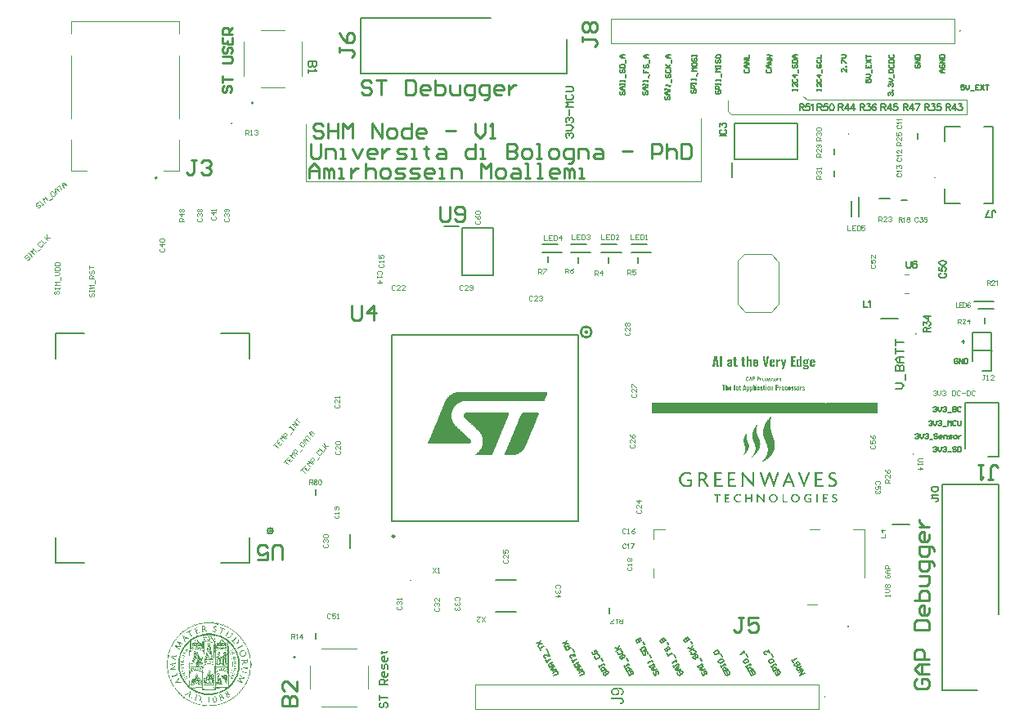
<source format=gto>
G04*
G04 #@! TF.GenerationSoftware,Altium Limited,Altium Designer,22.5.1 (42)*
G04*
G04 Layer_Color=65535*
%FSLAX43Y43*%
%MOMM*%
G71*
G04*
G04 #@! TF.SameCoordinates,B4329D7B-D132-43AD-BD09-584EF951B7D5*
G04*
G04*
G04 #@! TF.FilePolarity,Positive*
G04*
G01*
G75*
%ADD10C,0.200*%
%ADD11C,0.254*%
%ADD12C,0.150*%
%ADD13C,0.250*%
%ADD14C,0.100*%
%ADD15C,0.127*%
%ADD16C,0.203*%
%ADD17C,0.180*%
G36*
X75938Y38323D02*
X75945D01*
Y38316D01*
X75951D01*
Y38089D01*
X75958D01*
Y38082D01*
X76062D01*
Y37946D01*
X76055D01*
Y37939D01*
X75958D01*
Y37933D01*
X75951D01*
Y37673D01*
Y37666D01*
Y37497D01*
X75958D01*
Y37484D01*
X75964D01*
Y37478D01*
X75971D01*
Y37471D01*
X75977D01*
Y37465D01*
X75990D01*
Y37458D01*
X76003D01*
Y37452D01*
X76049D01*
Y37458D01*
X76075D01*
Y37452D01*
X76081D01*
Y37290D01*
X76075D01*
Y37283D01*
X76029D01*
Y37277D01*
X75880D01*
Y37283D01*
X75841D01*
Y37290D01*
X75828D01*
Y37296D01*
X75815D01*
Y37303D01*
X75802D01*
Y37309D01*
X75795D01*
Y37316D01*
X75789D01*
Y37322D01*
X75776D01*
Y37329D01*
X75769D01*
Y37342D01*
X75763D01*
Y37348D01*
X75756D01*
Y37355D01*
X75750D01*
Y37374D01*
X75743D01*
Y37387D01*
X75737D01*
Y37413D01*
X75730D01*
Y37478D01*
X75724D01*
Y37874D01*
X75730D01*
Y37887D01*
X75724D01*
Y37900D01*
X75730D01*
Y37926D01*
X75724D01*
Y37933D01*
X75717D01*
Y37939D01*
X75652D01*
Y37952D01*
X75646D01*
Y37965D01*
X75652D01*
Y38050D01*
X75646D01*
Y38069D01*
X75652D01*
Y38082D01*
X75717D01*
Y38089D01*
X75724D01*
Y38102D01*
X75730D01*
Y38128D01*
X75724D01*
Y38258D01*
X75730D01*
Y38284D01*
X75724D01*
Y38310D01*
X75730D01*
Y38323D01*
X75737D01*
Y38329D01*
X75756D01*
Y38323D01*
X75873D01*
Y38329D01*
X75893D01*
Y38323D01*
X75912D01*
Y38329D01*
X75938D01*
Y38323D01*
D02*
G37*
G36*
X75106D02*
X75113D01*
Y38316D01*
X75119D01*
Y38290D01*
X75113D01*
Y38284D01*
X75119D01*
Y38128D01*
X75113D01*
Y38102D01*
X75119D01*
Y38089D01*
X75126D01*
Y38082D01*
X75223D01*
Y38076D01*
X75230D01*
Y37946D01*
X75223D01*
Y37939D01*
X75126D01*
Y37933D01*
X75119D01*
Y37920D01*
X75113D01*
Y37900D01*
X75119D01*
Y37497D01*
X75126D01*
Y37484D01*
X75132D01*
Y37471D01*
X75145D01*
Y37465D01*
X75152D01*
Y37458D01*
X75171D01*
Y37452D01*
X75217D01*
Y37458D01*
X75243D01*
Y37445D01*
X75249D01*
Y37387D01*
Y37381D01*
Y37290D01*
X75243D01*
Y37283D01*
X75204D01*
Y37277D01*
X75048D01*
Y37283D01*
X75009D01*
Y37290D01*
X74996D01*
Y37296D01*
X74983D01*
Y37303D01*
X74970D01*
Y37309D01*
X74963D01*
Y37316D01*
X74950D01*
Y37322D01*
X74944D01*
Y37329D01*
X74937D01*
Y37335D01*
X74931D01*
Y37348D01*
X74924D01*
Y37355D01*
X74918D01*
Y37361D01*
X74911D01*
Y37381D01*
X74905D01*
Y37400D01*
X74898D01*
Y37432D01*
X74892D01*
Y37933D01*
X74885D01*
Y37939D01*
X74821D01*
Y37946D01*
X74814D01*
Y38076D01*
X74821D01*
Y38082D01*
X74885D01*
Y38089D01*
X74892D01*
Y38316D01*
X74898D01*
Y38323D01*
X74905D01*
Y38329D01*
X74918D01*
Y38323D01*
X75041D01*
Y38329D01*
X75054D01*
Y38323D01*
X75087D01*
Y38329D01*
X75106D01*
Y38323D01*
D02*
G37*
G36*
X82651Y38115D02*
X82657D01*
Y38102D01*
X82664D01*
Y38089D01*
X82670D01*
Y38076D01*
X82677D01*
Y38063D01*
X82683D01*
Y38050D01*
X82690D01*
Y38024D01*
X82677D01*
Y38017D01*
X82664D01*
Y38011D01*
X82657D01*
Y38004D01*
X82631D01*
Y37998D01*
X82625D01*
Y37991D01*
X82605D01*
Y37985D01*
X82592D01*
Y37978D01*
X82579D01*
Y37939D01*
X82586D01*
Y37933D01*
X82592D01*
Y37907D01*
X82599D01*
Y37861D01*
X82605D01*
Y37764D01*
X82599D01*
Y37725D01*
X82592D01*
Y37699D01*
X82586D01*
Y37686D01*
X82579D01*
Y37666D01*
X82573D01*
Y37653D01*
X82560D01*
Y37640D01*
X82553D01*
Y37627D01*
X82547D01*
Y37621D01*
X82540D01*
Y37614D01*
X82534D01*
Y37608D01*
X82527D01*
Y37601D01*
X82521D01*
Y37595D01*
X82508D01*
Y37588D01*
X82501D01*
Y37582D01*
X82488D01*
Y37575D01*
X82475D01*
Y37569D01*
X82456D01*
Y37562D01*
X82436D01*
Y37556D01*
X82417D01*
Y37549D01*
X82345D01*
Y37543D01*
X82319D01*
Y37549D01*
X82248D01*
Y37556D01*
X82235D01*
Y37562D01*
X82189D01*
Y37549D01*
X82183D01*
Y37543D01*
X82176D01*
Y37530D01*
X82170D01*
Y37504D01*
X82176D01*
Y37491D01*
X82189D01*
Y37484D01*
X82196D01*
Y37478D01*
X82209D01*
Y37471D01*
X82235D01*
Y37465D01*
X82313D01*
Y37458D01*
X82339D01*
Y37452D01*
X82397D01*
Y37445D01*
X82469D01*
Y37439D01*
X82508D01*
Y37432D01*
X82527D01*
Y37426D01*
X82553D01*
Y37419D01*
X82560D01*
Y37413D01*
X82573D01*
Y37407D01*
X82586D01*
Y37400D01*
X82592D01*
Y37394D01*
X82605D01*
Y37387D01*
X82612D01*
Y37374D01*
X82618D01*
Y37368D01*
X82625D01*
Y37355D01*
X82631D01*
Y37342D01*
X82638D01*
Y37329D01*
X82644D01*
Y37316D01*
X82651D01*
Y37283D01*
X82657D01*
Y37218D01*
X82651D01*
Y37166D01*
X82644D01*
Y37153D01*
X82638D01*
Y37140D01*
X82631D01*
Y37127D01*
X82625D01*
Y37114D01*
X82618D01*
Y37108D01*
X82612D01*
Y37095D01*
X82605D01*
Y37088D01*
X82592D01*
Y37082D01*
X82586D01*
Y37075D01*
X82579D01*
Y37069D01*
X82566D01*
Y37062D01*
X82553D01*
Y37056D01*
X82540D01*
Y37049D01*
X82521D01*
Y37043D01*
X82501D01*
Y37036D01*
X82488D01*
Y37030D01*
X82456D01*
Y37023D01*
X82410D01*
Y37017D01*
X82241D01*
Y37023D01*
X82202D01*
Y37030D01*
X82176D01*
Y37036D01*
X82157D01*
Y37043D01*
X82137D01*
Y37049D01*
X82118D01*
Y37056D01*
X82111D01*
Y37062D01*
X82098D01*
Y37069D01*
X82085D01*
Y37075D01*
X82079D01*
Y37082D01*
X82072D01*
Y37088D01*
X82066D01*
Y37095D01*
X82059D01*
Y37108D01*
X82053D01*
Y37121D01*
X82046D01*
Y37134D01*
X82040D01*
Y37166D01*
X82033D01*
Y37192D01*
X82040D01*
Y37218D01*
X82046D01*
Y37231D01*
X82053D01*
Y37251D01*
X82066D01*
Y37264D01*
X82072D01*
Y37270D01*
X82079D01*
Y37277D01*
X82085D01*
Y37283D01*
X82092D01*
Y37290D01*
X82098D01*
Y37296D01*
X82111D01*
Y37303D01*
X82124D01*
Y37309D01*
X82137D01*
Y37316D01*
X82144D01*
Y37335D01*
X82137D01*
Y37342D01*
X82131D01*
Y37348D01*
X82111D01*
Y37355D01*
X82105D01*
Y37361D01*
X82085D01*
Y37368D01*
X82079D01*
Y37374D01*
X82072D01*
Y37381D01*
X82066D01*
Y37400D01*
X82059D01*
Y37413D01*
X82053D01*
Y37426D01*
X82046D01*
Y37478D01*
X82053D01*
Y37504D01*
X82059D01*
Y37517D01*
X82066D01*
Y37536D01*
X82072D01*
Y37543D01*
X82079D01*
Y37549D01*
X82085D01*
Y37556D01*
X82092D01*
Y37569D01*
X82098D01*
Y37575D01*
X82111D01*
Y37588D01*
X82118D01*
Y37595D01*
X82131D01*
Y37621D01*
X82124D01*
Y37627D01*
X82118D01*
Y37634D01*
X82111D01*
Y37640D01*
X82105D01*
Y37653D01*
X82098D01*
Y37660D01*
X82092D01*
Y37673D01*
X82085D01*
Y37692D01*
X82079D01*
Y37705D01*
X82072D01*
Y37718D01*
X82066D01*
Y37777D01*
X82059D01*
Y37868D01*
X82066D01*
Y37913D01*
X82072D01*
Y37926D01*
X82079D01*
Y37946D01*
X82085D01*
Y37965D01*
X82092D01*
Y37972D01*
X82098D01*
Y37985D01*
X82105D01*
Y37998D01*
X82111D01*
Y38004D01*
X82118D01*
Y38011D01*
X82124D01*
Y38017D01*
X82131D01*
Y38024D01*
X82137D01*
Y38030D01*
X82144D01*
Y38037D01*
X82157D01*
Y38043D01*
X82163D01*
Y38050D01*
X82170D01*
Y38056D01*
X82183D01*
Y38063D01*
X82202D01*
Y38069D01*
X82215D01*
Y38076D01*
X82241D01*
Y38082D01*
X82280D01*
Y38089D01*
X82404D01*
Y38082D01*
X82423D01*
Y38076D01*
X82456D01*
Y38069D01*
X82469D01*
Y38063D01*
X82482D01*
Y38056D01*
X82495D01*
Y38050D01*
X82501D01*
Y38043D01*
X82508D01*
Y38037D01*
X82540D01*
Y38043D01*
X82547D01*
Y38050D01*
X82553D01*
Y38063D01*
X82560D01*
Y38069D01*
X82566D01*
Y38076D01*
X82573D01*
Y38082D01*
X82586D01*
Y38089D01*
X82592D01*
Y38095D01*
X82599D01*
Y38102D01*
X82612D01*
Y38108D01*
X82625D01*
Y38115D01*
X82644D01*
Y38121D01*
X82651D01*
Y38115D01*
D02*
G37*
G36*
X81930Y37381D02*
Y37374D01*
Y37296D01*
X81923D01*
Y37290D01*
X81722D01*
Y37296D01*
X81715D01*
Y37342D01*
X81709D01*
Y37348D01*
X81696D01*
Y37342D01*
X81689D01*
Y37335D01*
X81683D01*
Y37329D01*
X81670D01*
Y37322D01*
X81663D01*
Y37316D01*
X81657D01*
Y37309D01*
X81644D01*
Y37303D01*
X81631D01*
Y37296D01*
X81618D01*
Y37290D01*
X81598D01*
Y37283D01*
X81501D01*
Y37290D01*
X81481D01*
Y37296D01*
X81468D01*
Y37303D01*
X81455D01*
Y37309D01*
X81449D01*
Y37316D01*
X81442D01*
Y37322D01*
X81436D01*
Y37329D01*
X81423D01*
Y37335D01*
X81416D01*
Y37348D01*
X81410D01*
Y37355D01*
X81403D01*
Y37368D01*
X81397D01*
Y37394D01*
X81390D01*
Y37407D01*
X81384D01*
Y37432D01*
X81377D01*
Y37926D01*
X81384D01*
Y37952D01*
X81390D01*
Y37965D01*
X81397D01*
Y37998D01*
X81403D01*
Y38004D01*
X81410D01*
Y38017D01*
X81416D01*
Y38024D01*
X81423D01*
Y38030D01*
X81429D01*
Y38037D01*
X81436D01*
Y38050D01*
X81442D01*
Y38056D01*
X81455D01*
Y38063D01*
X81462D01*
Y38069D01*
X81475D01*
Y38076D01*
X81494D01*
Y38082D01*
X81514D01*
Y38089D01*
X81592D01*
Y38082D01*
X81611D01*
Y38076D01*
X81637D01*
Y38069D01*
X81650D01*
Y38063D01*
X81663D01*
Y38056D01*
X81676D01*
Y38050D01*
X81683D01*
Y38043D01*
X81689D01*
Y38037D01*
X81709D01*
Y38043D01*
X81715D01*
Y38401D01*
X81930D01*
Y37381D01*
D02*
G37*
G36*
X79675Y38082D02*
X79681D01*
Y37894D01*
X79688D01*
Y37887D01*
X79681D01*
Y37881D01*
X79655D01*
Y37887D01*
X79636D01*
Y37894D01*
X79597D01*
Y37887D01*
X79577D01*
Y37881D01*
X79558D01*
Y37874D01*
X79545D01*
Y37868D01*
X79538D01*
Y37861D01*
X79525D01*
Y37855D01*
X79512D01*
Y37842D01*
X79506D01*
Y37835D01*
X79493D01*
Y37829D01*
X79486D01*
Y37816D01*
X79480D01*
Y37809D01*
Y37803D01*
X79473D01*
Y37335D01*
X79480D01*
Y37316D01*
X79473D01*
Y37290D01*
X79272D01*
Y37296D01*
X79265D01*
Y38076D01*
X79473D01*
Y38069D01*
X79480D01*
Y38056D01*
X79473D01*
Y37972D01*
X79480D01*
Y37965D01*
X79499D01*
Y37972D01*
X79506D01*
Y37978D01*
X79512D01*
Y37998D01*
X79519D01*
Y38004D01*
X79525D01*
Y38017D01*
X79532D01*
Y38024D01*
X79538D01*
Y38030D01*
X79545D01*
Y38037D01*
X79551D01*
Y38043D01*
X79558D01*
Y38050D01*
X79564D01*
Y38056D01*
X79571D01*
Y38063D01*
X79577D01*
Y38069D01*
X79584D01*
Y38076D01*
X79597D01*
Y38082D01*
X79616D01*
Y38089D01*
X79675D01*
Y38082D01*
D02*
G37*
G36*
X81273Y38251D02*
X81267D01*
Y38245D01*
X81026D01*
Y38238D01*
X81020D01*
Y37959D01*
X81026D01*
Y37952D01*
X81202D01*
Y37946D01*
X81208D01*
Y37926D01*
X81215D01*
Y37913D01*
X81208D01*
Y37855D01*
X81215D01*
Y37848D01*
X81208D01*
Y37829D01*
X81215D01*
Y37809D01*
X81208D01*
Y37796D01*
X81078D01*
Y37790D01*
X81059D01*
Y37796D01*
X81033D01*
Y37790D01*
X81026D01*
Y37783D01*
X81020D01*
Y37452D01*
X81026D01*
Y37445D01*
X81267D01*
Y37439D01*
X81273D01*
Y37432D01*
X81280D01*
Y37387D01*
X81273D01*
Y37374D01*
X81280D01*
Y37303D01*
X81273D01*
Y37296D01*
X81267D01*
Y37290D01*
X80792D01*
Y37296D01*
X80786D01*
Y38401D01*
X81273D01*
Y38251D01*
D02*
G37*
G36*
X83080Y38082D02*
X83112D01*
Y38076D01*
X83145D01*
Y38069D01*
X83158D01*
Y38063D01*
X83164D01*
Y38056D01*
X83177D01*
Y38050D01*
X83184D01*
Y38043D01*
X83197D01*
Y38037D01*
X83203D01*
Y38030D01*
X83216D01*
Y38024D01*
X83223D01*
Y38017D01*
X83229D01*
Y38004D01*
X83236D01*
Y37998D01*
X83242D01*
Y37991D01*
X83249D01*
Y37972D01*
X83255D01*
Y37965D01*
X83262D01*
Y37933D01*
X83268D01*
Y37913D01*
X83275D01*
Y37907D01*
X83281D01*
Y37887D01*
X83288D01*
Y37874D01*
X83294D01*
Y37679D01*
X83255D01*
Y37673D01*
X83229D01*
Y37679D01*
X83008D01*
Y37673D01*
X82995D01*
Y37679D01*
X82969D01*
Y37666D01*
X82963D01*
Y37471D01*
X82969D01*
Y37458D01*
X82976D01*
Y37452D01*
X82982D01*
Y37439D01*
X82995D01*
Y37432D01*
X83008D01*
Y37426D01*
X83041D01*
Y37432D01*
X83054D01*
Y37439D01*
X83060D01*
Y37445D01*
X83067D01*
Y37452D01*
X83073D01*
Y37458D01*
X83080D01*
Y37471D01*
X83086D01*
Y37588D01*
X83294D01*
Y37471D01*
X83288D01*
Y37458D01*
X83275D01*
Y37445D01*
X83268D01*
Y37419D01*
X83262D01*
Y37400D01*
X83255D01*
Y37394D01*
X83249D01*
Y37381D01*
X83242D01*
Y37368D01*
X83236D01*
Y37361D01*
X83229D01*
Y37355D01*
X83223D01*
Y37348D01*
X83216D01*
Y37342D01*
X83210D01*
Y37335D01*
X83203D01*
Y37329D01*
X83197D01*
Y37322D01*
X83184D01*
Y37316D01*
X83171D01*
Y37309D01*
X83164D01*
Y37303D01*
X83138D01*
Y37296D01*
X83125D01*
Y37290D01*
X83093D01*
Y37283D01*
X82943D01*
Y37290D01*
X82917D01*
Y37296D01*
X82904D01*
Y37303D01*
X82885D01*
Y37309D01*
X82865D01*
Y37316D01*
X82859D01*
Y37322D01*
X82852D01*
Y37329D01*
X82839D01*
Y37335D01*
X82833D01*
Y37342D01*
X82826D01*
Y37348D01*
X82820D01*
Y37355D01*
X82813D01*
Y37361D01*
X82807D01*
Y37368D01*
X82800D01*
Y37374D01*
X82794D01*
Y37381D01*
X82787D01*
Y37400D01*
X82781D01*
Y37407D01*
X82774D01*
Y37419D01*
X82768D01*
Y37445D01*
X82761D01*
Y37465D01*
X82755D01*
Y37530D01*
X82748D01*
Y37861D01*
X82755D01*
Y37907D01*
X82761D01*
Y37926D01*
X82768D01*
Y37952D01*
X82774D01*
Y37965D01*
X82781D01*
Y37972D01*
X82787D01*
Y37985D01*
X82794D01*
Y37998D01*
X82800D01*
Y38004D01*
X82807D01*
Y38011D01*
X82813D01*
Y38017D01*
X82820D01*
Y38024D01*
X82826D01*
Y38030D01*
X82839D01*
Y38037D01*
X82846D01*
Y38043D01*
X82852D01*
Y38050D01*
X82859D01*
Y38056D01*
X82872D01*
Y38063D01*
X82891D01*
Y38069D01*
X82904D01*
Y38076D01*
X82943D01*
Y38082D01*
X82956D01*
Y38089D01*
X83080D01*
Y38082D01*
D02*
G37*
G36*
X78934D02*
X78960D01*
Y38076D01*
X78999D01*
Y38069D01*
X79005D01*
Y38063D01*
X79025D01*
Y38056D01*
X79038D01*
Y38050D01*
X79044D01*
Y38043D01*
X79051D01*
Y38037D01*
X79057D01*
Y38030D01*
X79064D01*
Y38024D01*
X79070D01*
Y38017D01*
X79077D01*
Y38011D01*
X79083D01*
Y38004D01*
X79090D01*
Y37998D01*
X79096D01*
Y37985D01*
X79103D01*
Y37972D01*
X79109D01*
Y37965D01*
X79116D01*
Y37933D01*
X79122D01*
Y37920D01*
X79129D01*
Y37874D01*
X79135D01*
Y37855D01*
Y37848D01*
Y37686D01*
X79129D01*
Y37679D01*
X78856D01*
Y37673D01*
X78843D01*
Y37679D01*
X78830D01*
Y37673D01*
X78817D01*
Y37471D01*
X78823D01*
Y37458D01*
X78830D01*
Y37452D01*
X78836D01*
Y37439D01*
X78843D01*
Y37432D01*
X78856D01*
Y37426D01*
X78895D01*
Y37432D01*
X78908D01*
Y37439D01*
X78914D01*
Y37445D01*
X78921D01*
Y37452D01*
X78927D01*
Y37458D01*
X78934D01*
Y37491D01*
X78940D01*
Y37588D01*
X79129D01*
Y37582D01*
X79135D01*
Y37478D01*
X79129D01*
Y37439D01*
X79122D01*
Y37426D01*
X79116D01*
Y37407D01*
X79109D01*
Y37394D01*
X79103D01*
Y37387D01*
X79096D01*
Y37368D01*
X79090D01*
Y37361D01*
X79083D01*
Y37355D01*
X79077D01*
Y37348D01*
X79070D01*
Y37342D01*
X79064D01*
Y37335D01*
X79057D01*
Y37329D01*
X79044D01*
Y37322D01*
X79038D01*
Y37316D01*
X79025D01*
Y37309D01*
X79018D01*
Y37303D01*
X78992D01*
Y37296D01*
X78986D01*
Y37290D01*
X78947D01*
Y37283D01*
X78797D01*
Y37290D01*
X78778D01*
Y37296D01*
X78758D01*
Y37303D01*
X78732D01*
Y37309D01*
X78726D01*
Y37316D01*
X78713D01*
Y37322D01*
X78706D01*
Y37329D01*
X78693D01*
Y37335D01*
X78687D01*
Y37342D01*
X78680D01*
Y37348D01*
X78674D01*
Y37355D01*
X78667D01*
Y37361D01*
X78661D01*
Y37368D01*
X78654D01*
Y37374D01*
X78648D01*
Y37381D01*
X78641D01*
Y37400D01*
X78635D01*
Y37407D01*
X78628D01*
Y37419D01*
X78622D01*
Y37445D01*
X78615D01*
Y37465D01*
X78609D01*
Y37504D01*
X78602D01*
Y37874D01*
X78609D01*
Y37907D01*
X78615D01*
Y37926D01*
X78622D01*
Y37952D01*
X78628D01*
Y37965D01*
X78635D01*
Y37972D01*
X78641D01*
Y37991D01*
X78648D01*
Y37998D01*
X78661D01*
Y38011D01*
X78667D01*
Y38017D01*
X78674D01*
Y38024D01*
X78680D01*
Y38030D01*
X78693D01*
Y38037D01*
X78700D01*
Y38043D01*
X78706D01*
Y38050D01*
X78719D01*
Y38056D01*
X78732D01*
Y38063D01*
X78739D01*
Y38069D01*
X78752D01*
Y38076D01*
X78784D01*
Y38082D01*
X78817D01*
Y38089D01*
X78934D01*
Y38082D01*
D02*
G37*
G36*
X78330Y38401D02*
X78518D01*
Y38375D01*
X78511D01*
Y38368D01*
X78505D01*
Y38323D01*
X78498D01*
Y38284D01*
X78492D01*
Y38251D01*
X78485D01*
Y38212D01*
X78479D01*
Y38186D01*
X78472D01*
Y38160D01*
X78466D01*
Y38108D01*
X78460D01*
Y38076D01*
X78453D01*
Y38043D01*
X78447D01*
Y37998D01*
X78440D01*
Y37965D01*
X78434D01*
Y37933D01*
X78427D01*
Y37881D01*
X78421D01*
Y37868D01*
X78414D01*
Y37822D01*
X78408D01*
Y37783D01*
X78401D01*
Y37757D01*
X78395D01*
Y37718D01*
X78388D01*
Y37679D01*
X78382D01*
Y37660D01*
X78375D01*
Y37608D01*
X78369D01*
Y37569D01*
X78362D01*
Y37549D01*
X78356D01*
Y37497D01*
X78349D01*
Y37465D01*
X78343D01*
Y37432D01*
X78336D01*
Y37381D01*
X78330D01*
Y37361D01*
X78323D01*
Y37329D01*
X78317D01*
Y37296D01*
X78310D01*
Y37290D01*
X78070D01*
Y37296D01*
X78063D01*
Y37329D01*
X78057D01*
Y37348D01*
X78050D01*
Y37374D01*
X78044D01*
Y37432D01*
X78037D01*
Y37458D01*
X78031D01*
Y37497D01*
X78024D01*
Y37536D01*
X78018D01*
Y37562D01*
X78011D01*
Y37608D01*
X78005D01*
Y37653D01*
X77998D01*
Y37679D01*
X77992D01*
Y37725D01*
X77985D01*
Y37757D01*
X77979D01*
Y37783D01*
X77972D01*
Y37835D01*
X77966D01*
Y37855D01*
X77959D01*
Y37887D01*
X77953D01*
Y37939D01*
X77946D01*
Y37965D01*
X77940D01*
Y37998D01*
X77933D01*
Y38043D01*
X77927D01*
Y38063D01*
X77920D01*
Y38115D01*
X77914D01*
Y38160D01*
X77907D01*
Y38186D01*
X77901D01*
Y38225D01*
X77894D01*
Y38258D01*
X77888D01*
Y38290D01*
X77881D01*
Y38336D01*
X77875D01*
Y38368D01*
X77868D01*
Y38375D01*
X77862D01*
Y38394D01*
X77868D01*
Y38401D01*
X78057D01*
Y38394D01*
X78063D01*
Y38375D01*
X78070D01*
Y38336D01*
X78076D01*
Y38284D01*
X78083D01*
Y38251D01*
X78089D01*
Y38212D01*
X78096D01*
Y38160D01*
X78102D01*
Y38128D01*
X78109D01*
Y38095D01*
X78115D01*
Y38037D01*
X78122D01*
Y38011D01*
X78128D01*
Y37972D01*
X78135D01*
Y37926D01*
X78141D01*
Y37887D01*
X78148D01*
Y37835D01*
X78154D01*
Y37796D01*
X78161D01*
Y37764D01*
X78167D01*
Y37686D01*
X78174D01*
Y37673D01*
X78180D01*
Y37666D01*
X78193D01*
Y37673D01*
X78200D01*
Y37679D01*
X78206D01*
Y37712D01*
X78213D01*
Y37796D01*
X78219D01*
Y37835D01*
X78226D01*
Y37868D01*
X78232D01*
Y37933D01*
X78239D01*
Y37959D01*
X78245D01*
Y38017D01*
X78252D01*
Y38063D01*
X78258D01*
Y38089D01*
X78265D01*
Y38134D01*
X78271D01*
Y38193D01*
X78278D01*
Y38219D01*
X78284D01*
Y38277D01*
X78291D01*
Y38323D01*
X78297D01*
Y38349D01*
X78304D01*
Y38394D01*
X78310D01*
Y38401D01*
X78323D01*
Y38407D01*
X78330D01*
Y38401D01*
D02*
G37*
G36*
X80318Y38050D02*
X80311D01*
Y38024D01*
X80305D01*
Y38004D01*
X80298D01*
Y37959D01*
X80292D01*
Y37939D01*
X80285D01*
Y37913D01*
X80279D01*
Y37874D01*
X80272D01*
Y37861D01*
X80266D01*
Y37829D01*
X80259D01*
Y37790D01*
X80253D01*
Y37770D01*
X80246D01*
Y37738D01*
X80240D01*
Y37705D01*
X80233D01*
Y37686D01*
X80227D01*
Y37640D01*
X80220D01*
Y37621D01*
X80214D01*
Y37595D01*
X80207D01*
Y37556D01*
X80201D01*
Y37530D01*
X80195D01*
Y37510D01*
X80188D01*
Y37471D01*
X80182D01*
Y37452D01*
X80175D01*
Y37426D01*
X80169D01*
Y37394D01*
X80162D01*
Y37361D01*
X80156D01*
Y37342D01*
X80149D01*
Y37303D01*
X80143D01*
Y37283D01*
X80136D01*
Y37251D01*
X80130D01*
Y37225D01*
X80123D01*
Y37212D01*
X80117D01*
Y37192D01*
X80110D01*
Y37179D01*
X80104D01*
Y37173D01*
X80097D01*
Y37160D01*
X80091D01*
Y37153D01*
X80084D01*
Y37147D01*
X80078D01*
Y37134D01*
X80071D01*
Y37127D01*
X80065D01*
Y37121D01*
X80058D01*
Y37114D01*
X80045D01*
Y37108D01*
X80039D01*
Y37101D01*
X80026D01*
Y37095D01*
X80019D01*
Y37088D01*
X80000D01*
Y37082D01*
X79987D01*
Y37075D01*
X79961D01*
Y37069D01*
X79922D01*
Y37062D01*
X79831D01*
Y37069D01*
X79824D01*
Y37205D01*
X79883D01*
Y37212D01*
X79896D01*
Y37218D01*
X79915D01*
Y37225D01*
X79928D01*
Y37231D01*
X79935D01*
Y37244D01*
X79941D01*
Y37251D01*
X79948D01*
Y37264D01*
X79954D01*
Y37303D01*
X79948D01*
Y37335D01*
X79941D01*
Y37355D01*
X79935D01*
Y37387D01*
X79928D01*
Y37407D01*
X79922D01*
Y37426D01*
X79915D01*
Y37458D01*
X79909D01*
Y37471D01*
X79902D01*
Y37497D01*
X79896D01*
Y37523D01*
X79889D01*
Y37543D01*
X79883D01*
Y37575D01*
X79876D01*
Y37595D01*
X79870D01*
Y37614D01*
X79863D01*
Y37640D01*
X79857D01*
Y37660D01*
X79850D01*
Y37679D01*
X79844D01*
Y37712D01*
X79837D01*
Y37731D01*
X79831D01*
Y37751D01*
X79824D01*
Y37783D01*
X79818D01*
Y37796D01*
X79811D01*
Y37822D01*
X79805D01*
Y37848D01*
X79798D01*
Y37868D01*
X79792D01*
Y37887D01*
Y37894D01*
Y37900D01*
X79785D01*
Y37920D01*
X79779D01*
Y37939D01*
X79772D01*
Y37965D01*
X79766D01*
Y37991D01*
X79759D01*
Y38011D01*
X79753D01*
Y38037D01*
X79746D01*
Y38056D01*
X79740D01*
Y38063D01*
X79733D01*
Y38076D01*
X79935D01*
Y38063D01*
X79941D01*
Y38030D01*
X79948D01*
Y37998D01*
X79954D01*
Y37972D01*
X79961D01*
Y37939D01*
X79967D01*
Y37907D01*
X79974D01*
Y37881D01*
X79980D01*
Y37855D01*
X79987D01*
Y37822D01*
X79993D01*
Y37796D01*
X80000D01*
Y37770D01*
X80006D01*
Y37731D01*
X80013D01*
Y37712D01*
X80019D01*
Y37660D01*
X80026D01*
Y37640D01*
X80039D01*
Y37647D01*
X80045D01*
Y37653D01*
X80052D01*
Y37660D01*
X80058D01*
Y37686D01*
X80065D01*
Y37751D01*
X80071D01*
Y37796D01*
X80078D01*
Y37829D01*
X80084D01*
Y37881D01*
X80091D01*
Y37913D01*
X80097D01*
Y37952D01*
X80104D01*
Y37998D01*
X80110D01*
Y38030D01*
X80117D01*
Y38069D01*
X80123D01*
Y38076D01*
X80318D01*
Y38050D01*
D02*
G37*
G36*
X73501Y38401D02*
X73696D01*
Y38394D01*
X73703D01*
Y38375D01*
X73696D01*
Y37296D01*
X73690D01*
Y37290D01*
X73469D01*
Y37316D01*
X73462D01*
Y37335D01*
X73469D01*
Y37381D01*
X73462D01*
Y37387D01*
X73469D01*
Y37484D01*
X73462D01*
Y37497D01*
X73469D01*
Y38271D01*
X73462D01*
Y38277D01*
X73469D01*
Y38284D01*
Y38368D01*
X73462D01*
Y38394D01*
X73469D01*
Y38401D01*
X73488D01*
Y38407D01*
X73501D01*
Y38401D01*
D02*
G37*
G36*
X73131Y38394D02*
X73137D01*
Y38368D01*
X73144D01*
Y38336D01*
X73150D01*
Y38290D01*
X73157D01*
Y38264D01*
X73163D01*
Y38232D01*
X73170D01*
Y38186D01*
X73176D01*
Y38167D01*
X73183D01*
Y38134D01*
X73189D01*
Y38082D01*
X73196D01*
Y38063D01*
X73202D01*
Y38017D01*
X73209D01*
Y37978D01*
X73215D01*
Y37959D01*
X73222D01*
Y37907D01*
X73228D01*
Y37874D01*
X73235D01*
Y37842D01*
X73241D01*
Y37803D01*
X73248D01*
Y37770D01*
X73254D01*
Y37744D01*
X73261D01*
Y37699D01*
X73267D01*
Y37666D01*
X73274D01*
Y37647D01*
X73280D01*
Y37588D01*
X73287D01*
Y37569D01*
X73293D01*
Y37536D01*
X73300D01*
Y37491D01*
X73306D01*
Y37465D01*
X73313D01*
Y37426D01*
X73319D01*
Y37387D01*
X73326D01*
Y37361D01*
X73332D01*
Y37316D01*
X73339D01*
Y37296D01*
X73332D01*
Y37290D01*
X73131D01*
Y37296D01*
X73124D01*
Y37309D01*
X73118D01*
Y37381D01*
X73112D01*
Y37413D01*
X73105D01*
Y37445D01*
X73099D01*
Y37510D01*
X73092D01*
Y37523D01*
X73079D01*
Y37530D01*
X72923D01*
Y37523D01*
X72917D01*
Y37517D01*
X72910D01*
Y37471D01*
X72904D01*
Y37439D01*
X72897D01*
Y37413D01*
X72891D01*
Y37348D01*
X72884D01*
Y37316D01*
X72878D01*
Y37296D01*
X72871D01*
Y37290D01*
X72663D01*
Y37296D01*
X72657D01*
Y37322D01*
X72663D01*
Y37335D01*
X72670D01*
Y37368D01*
X72676D01*
Y37413D01*
X72683D01*
Y37445D01*
X72689D01*
Y37471D01*
X72696D01*
Y37523D01*
X72702D01*
Y37543D01*
X72709D01*
Y37588D01*
X72715D01*
Y37627D01*
X72722D01*
Y37640D01*
X72728D01*
Y37699D01*
X72735D01*
Y37725D01*
X72741D01*
Y37751D01*
X72748D01*
Y37790D01*
X72754D01*
Y37822D01*
X72761D01*
Y37848D01*
X72767D01*
Y37900D01*
X72774D01*
Y37926D01*
X72780D01*
Y37952D01*
X72787D01*
Y38011D01*
X72793D01*
Y38037D01*
X72800D01*
Y38069D01*
X72806D01*
Y38115D01*
X72813D01*
Y38128D01*
X72819D01*
Y38173D01*
X72826D01*
Y38212D01*
X72832D01*
Y38238D01*
X72839D01*
Y38277D01*
X72845D01*
Y38310D01*
X72852D01*
Y38336D01*
X72858D01*
Y38342D01*
Y38349D01*
Y38381D01*
X72865D01*
Y38401D01*
X73131D01*
Y38394D01*
D02*
G37*
G36*
X76413Y38401D02*
X76419D01*
Y38024D01*
X76445D01*
Y38030D01*
X76452D01*
Y38037D01*
X76458D01*
Y38043D01*
X76465D01*
Y38050D01*
X76471D01*
Y38056D01*
X76484D01*
Y38063D01*
X76497D01*
Y38069D01*
X76504D01*
Y38076D01*
X76523D01*
Y38082D01*
X76543D01*
Y38089D01*
X76569D01*
Y38095D01*
X76647D01*
Y38089D01*
X76660D01*
Y38082D01*
X76679D01*
Y38076D01*
X76692D01*
Y38069D01*
X76698D01*
Y38063D01*
X76705D01*
Y38056D01*
X76711D01*
Y38050D01*
X76718D01*
Y38043D01*
X76724D01*
Y38030D01*
X76731D01*
Y38017D01*
X76737D01*
Y38011D01*
X76744D01*
Y37985D01*
X76750D01*
Y37952D01*
X76757D01*
Y37296D01*
X76750D01*
Y37290D01*
X76744D01*
Y37283D01*
X76549D01*
Y37290D01*
X76543D01*
Y37296D01*
X76536D01*
Y37907D01*
X76530D01*
Y37920D01*
X76523D01*
Y37926D01*
X76517D01*
Y37933D01*
X76504D01*
Y37939D01*
X76478D01*
Y37933D01*
X76458D01*
Y37926D01*
X76445D01*
Y37920D01*
X76432D01*
Y37913D01*
X76426D01*
Y37907D01*
X76419D01*
Y37549D01*
Y37543D01*
Y37290D01*
X76406D01*
Y37283D01*
X76211D01*
Y37290D01*
X76205D01*
Y37296D01*
X76198D01*
Y38394D01*
X76205D01*
Y38407D01*
X76413D01*
Y38401D01*
D02*
G37*
G36*
X74535Y38089D02*
X74561D01*
Y38082D01*
X74587D01*
Y38076D01*
X74606D01*
Y38069D01*
X74619D01*
Y38063D01*
X74632D01*
Y38056D01*
X74639D01*
Y38050D01*
X74645D01*
Y38043D01*
X74652D01*
Y38037D01*
X74658D01*
Y38030D01*
X74665D01*
Y38024D01*
X74671D01*
Y38017D01*
X74678D01*
Y38011D01*
X74684D01*
Y38004D01*
X74691D01*
Y37991D01*
X74697D01*
Y37978D01*
X74704D01*
Y37965D01*
X74710D01*
Y37946D01*
X74717D01*
Y37933D01*
X74723D01*
Y37881D01*
X74730D01*
Y37497D01*
X74723D01*
Y37491D01*
X74730D01*
Y37342D01*
X74736D01*
Y37303D01*
X74743D01*
Y37290D01*
X74730D01*
Y37283D01*
X74554D01*
Y37290D01*
X74541D01*
Y37329D01*
X74535D01*
Y37368D01*
X74528D01*
Y37374D01*
X74522D01*
Y37381D01*
X74515D01*
Y37374D01*
X74509D01*
Y37368D01*
X74502D01*
Y37348D01*
X74496D01*
Y37335D01*
X74489D01*
Y37329D01*
X74483D01*
Y37322D01*
X74476D01*
Y37316D01*
X74470D01*
Y37309D01*
X74463D01*
Y37303D01*
X74450D01*
Y37296D01*
X74444D01*
Y37290D01*
X74431D01*
Y37283D01*
X74411D01*
Y37277D01*
X74327D01*
Y37283D01*
X74307D01*
Y37290D01*
X74288D01*
Y37296D01*
X74275D01*
Y37303D01*
X74262D01*
Y37309D01*
X74255D01*
Y37316D01*
X74249D01*
Y37322D01*
X74242D01*
Y37329D01*
X74236D01*
Y37342D01*
X74229D01*
Y37348D01*
X74223D01*
Y37355D01*
X74216D01*
Y37361D01*
X74210D01*
Y37381D01*
X74203D01*
Y37394D01*
X74197D01*
Y37413D01*
X74190D01*
Y37536D01*
X74197D01*
Y37556D01*
X74203D01*
Y37569D01*
X74210D01*
Y37588D01*
X74216D01*
Y37595D01*
X74223D01*
Y37608D01*
X74229D01*
Y37621D01*
X74236D01*
Y37627D01*
X74242D01*
Y37634D01*
X74249D01*
Y37640D01*
X74255D01*
Y37647D01*
X74262D01*
Y37653D01*
X74268D01*
Y37660D01*
X74275D01*
Y37666D01*
X74281D01*
Y37673D01*
X74294D01*
Y37679D01*
X74301D01*
Y37686D01*
X74314D01*
Y37692D01*
X74320D01*
Y37699D01*
X74333D01*
Y37705D01*
X74346D01*
Y37712D01*
X74353D01*
Y37718D01*
X74366D01*
Y37725D01*
X74385D01*
Y37731D01*
X74398D01*
Y37738D01*
X74411D01*
Y37744D01*
X74431D01*
Y37751D01*
X74450D01*
Y37757D01*
X74457D01*
Y37764D01*
X74483D01*
Y37770D01*
X74496D01*
Y37777D01*
X74509D01*
Y37783D01*
X74515D01*
Y37887D01*
X74509D01*
Y37907D01*
X74502D01*
Y37913D01*
Y37920D01*
X74496D01*
Y37926D01*
X74483D01*
Y37933D01*
X74457D01*
Y37926D01*
X74444D01*
Y37920D01*
X74437D01*
Y37913D01*
X74431D01*
Y37907D01*
X74424D01*
Y37894D01*
X74418D01*
Y37829D01*
X74411D01*
Y37816D01*
X74405D01*
Y37809D01*
X74346D01*
Y37816D01*
X74216D01*
Y37822D01*
X74210D01*
Y37887D01*
X74216D01*
Y37913D01*
X74223D01*
Y37933D01*
X74229D01*
Y37952D01*
X74236D01*
Y37965D01*
X74242D01*
Y37972D01*
X74249D01*
Y37991D01*
X74255D01*
Y37998D01*
X74262D01*
Y38004D01*
X74268D01*
Y38017D01*
X74275D01*
Y38024D01*
X74281D01*
Y38030D01*
X74288D01*
Y38037D01*
X74294D01*
Y38043D01*
X74307D01*
Y38050D01*
X74314D01*
Y38056D01*
X74327D01*
Y38063D01*
X74340D01*
Y38069D01*
X74353D01*
Y38076D01*
X74372D01*
Y38082D01*
X74405D01*
Y38089D01*
X74431D01*
Y38095D01*
X74535D01*
Y38089D01*
D02*
G37*
G36*
X77205D02*
X77238D01*
Y38082D01*
X77264D01*
Y38076D01*
X77283D01*
Y38069D01*
X77296D01*
Y38063D01*
X77309D01*
Y38056D01*
X77316D01*
Y38050D01*
X77322D01*
Y38043D01*
X77335D01*
Y38037D01*
X77342D01*
Y38030D01*
X77348D01*
Y38024D01*
X77355D01*
Y38017D01*
X77361D01*
Y38011D01*
X77368D01*
Y37998D01*
X77374D01*
Y37985D01*
X77381D01*
Y37978D01*
X77387D01*
Y37965D01*
X77394D01*
Y37946D01*
X77400D01*
Y37920D01*
X77407D01*
Y37894D01*
X77413D01*
Y37679D01*
X77407D01*
Y37673D01*
X77101D01*
Y37666D01*
X77095D01*
Y37471D01*
X77101D01*
Y37458D01*
X77108D01*
Y37452D01*
X77114D01*
Y37445D01*
X77121D01*
Y37439D01*
X77127D01*
Y37432D01*
X77173D01*
Y37439D01*
X77186D01*
Y37445D01*
X77192D01*
Y37452D01*
X77199D01*
Y37465D01*
X77205D01*
Y37478D01*
X77212D01*
Y37588D01*
X77218D01*
Y37595D01*
X77407D01*
Y37588D01*
X77413D01*
Y37458D01*
X77407D01*
Y37439D01*
X77400D01*
Y37419D01*
X77394D01*
Y37400D01*
X77387D01*
Y37387D01*
X77381D01*
Y37381D01*
X77374D01*
Y37361D01*
X77368D01*
Y37355D01*
X77361D01*
Y37348D01*
X77355D01*
Y37342D01*
X77348D01*
Y37335D01*
X77342D01*
Y37329D01*
X77329D01*
Y37322D01*
X77322D01*
Y37316D01*
X77309D01*
Y37309D01*
X77303D01*
Y37303D01*
X77283D01*
Y37296D01*
X77270D01*
Y37290D01*
X77251D01*
Y37283D01*
X77212D01*
Y37277D01*
X77088D01*
Y37283D01*
X77049D01*
Y37290D01*
X77036D01*
Y37296D01*
X77017D01*
Y37303D01*
X76997D01*
Y37309D01*
X76991D01*
Y37316D01*
X76978D01*
Y37322D01*
X76971D01*
Y37329D01*
X76958D01*
Y37335D01*
X76952D01*
Y37342D01*
X76945D01*
Y37348D01*
X76939D01*
Y37355D01*
X76932D01*
Y37361D01*
X76926D01*
Y37368D01*
X76919D01*
Y37381D01*
X76913D01*
Y37394D01*
X76906D01*
Y37407D01*
X76900D01*
Y37413D01*
X76893D01*
Y37439D01*
X76887D01*
Y37452D01*
X76880D01*
Y37484D01*
X76874D01*
Y37887D01*
X76880D01*
Y37913D01*
X76887D01*
Y37933D01*
X76893D01*
Y37952D01*
X76900D01*
Y37965D01*
X76906D01*
Y37978D01*
X76913D01*
Y37991D01*
X76919D01*
Y37998D01*
X76926D01*
Y38004D01*
X76932D01*
Y38017D01*
X76939D01*
Y38024D01*
X76952D01*
Y38030D01*
X76958D01*
Y38037D01*
X76965D01*
Y38043D01*
X76971D01*
Y38050D01*
X76984D01*
Y38056D01*
X76991D01*
Y38063D01*
X77004D01*
Y38069D01*
X77017D01*
Y38076D01*
X77036D01*
Y38082D01*
X77069D01*
Y38089D01*
X77095D01*
Y38095D01*
X77205D01*
Y38089D01*
D02*
G37*
G36*
X77452Y36269D02*
X77485D01*
Y36263D01*
X77504D01*
Y36256D01*
X77517D01*
Y36250D01*
X77524D01*
Y36243D01*
X77530D01*
Y36237D01*
X77537D01*
Y36224D01*
X77543D01*
Y36217D01*
X77550D01*
Y36204D01*
X77556D01*
Y36087D01*
X77550D01*
Y36081D01*
X77543D01*
Y36068D01*
X77537D01*
Y36055D01*
X77524D01*
Y36048D01*
X77517D01*
Y36042D01*
X77511D01*
Y36035D01*
X77498D01*
Y36029D01*
X77485D01*
Y36022D01*
X77394D01*
Y36016D01*
X77387D01*
Y35996D01*
X77381D01*
Y35983D01*
X77387D01*
Y35879D01*
X77381D01*
Y35853D01*
X77387D01*
Y35827D01*
X77381D01*
Y35821D01*
X77374D01*
Y35814D01*
X77368D01*
Y35821D01*
X77335D01*
Y35814D01*
X77309D01*
Y35821D01*
X77296D01*
Y35912D01*
Y35918D01*
Y36269D01*
X77309D01*
Y36276D01*
X77316D01*
Y36269D01*
X77335D01*
Y36276D01*
X77361D01*
Y36269D01*
X77374D01*
Y36276D01*
X77413D01*
Y36269D01*
X77439D01*
Y36276D01*
X77452D01*
Y36269D01*
D02*
G37*
G36*
X76991D02*
X77017D01*
Y36263D01*
X77036D01*
Y36256D01*
X77043D01*
Y36250D01*
X77056D01*
Y36243D01*
X77062D01*
Y36237D01*
X77069D01*
Y36224D01*
X77075D01*
Y36211D01*
X77082D01*
Y36191D01*
X77088D01*
Y36094D01*
X77082D01*
Y36081D01*
X77075D01*
Y36068D01*
X77069D01*
Y36055D01*
X77062D01*
Y36048D01*
X77049D01*
Y36042D01*
X77043D01*
Y36035D01*
X77030D01*
Y36029D01*
X76997D01*
Y36022D01*
X76926D01*
Y36016D01*
X76919D01*
Y36009D01*
X76913D01*
Y35821D01*
X76854D01*
Y35814D01*
X76835D01*
Y35821D01*
X76828D01*
Y36269D01*
X76835D01*
Y36276D01*
X76848D01*
Y36269D01*
X76880D01*
Y36276D01*
X76893D01*
Y36269D01*
X76945D01*
Y36276D01*
X76965D01*
Y36269D01*
X76978D01*
Y36276D01*
X76991D01*
Y36269D01*
D02*
G37*
G36*
X76666D02*
X76673D01*
Y36263D01*
X76679D01*
Y36250D01*
X76686D01*
Y36204D01*
X76692D01*
Y36165D01*
X76698D01*
Y36133D01*
X76705D01*
Y36081D01*
X76711D01*
Y36061D01*
X76718D01*
Y36035D01*
X76724D01*
Y35983D01*
X76731D01*
Y35964D01*
X76737D01*
Y35938D01*
X76744D01*
Y35886D01*
X76750D01*
Y35853D01*
X76757D01*
Y35834D01*
X76763D01*
Y35821D01*
X76757D01*
Y35814D01*
X76744D01*
Y35821D01*
X76679D01*
Y35834D01*
X76673D01*
Y35886D01*
X76666D01*
Y35905D01*
X76660D01*
Y35912D01*
X76588D01*
Y35899D01*
X76582D01*
Y35873D01*
X76575D01*
Y35821D01*
X76562D01*
Y35814D01*
X76549D01*
Y35821D01*
X76517D01*
Y35814D01*
X76497D01*
Y35821D01*
X76491D01*
Y35860D01*
X76497D01*
Y35879D01*
X76504D01*
Y35905D01*
X76510D01*
Y35957D01*
X76517D01*
Y35990D01*
X76523D01*
Y36016D01*
X76530D01*
Y36068D01*
X76536D01*
Y36087D01*
X76543D01*
Y36126D01*
X76549D01*
Y36172D01*
X76556D01*
Y36191D01*
X76562D01*
Y36250D01*
X76569D01*
Y36269D01*
X76595D01*
Y36276D01*
X76608D01*
Y36269D01*
X76621D01*
Y36276D01*
X76640D01*
Y36269D01*
X76647D01*
Y36276D01*
X76666D01*
Y36269D01*
D02*
G37*
G36*
X76341Y36276D02*
X76348D01*
Y36269D01*
X76367D01*
Y36263D01*
X76387D01*
Y36256D01*
X76393D01*
Y36250D01*
X76400D01*
Y36243D01*
X76406D01*
Y36230D01*
X76413D01*
Y36224D01*
X76419D01*
Y36211D01*
X76426D01*
Y36185D01*
X76432D01*
Y36139D01*
X76426D01*
Y36126D01*
X76413D01*
Y36120D01*
X76393D01*
Y36126D01*
X76380D01*
Y36120D01*
X76354D01*
Y36126D01*
X76348D01*
Y36133D01*
X76341D01*
Y36204D01*
X76335D01*
Y36211D01*
X76328D01*
Y36217D01*
X76315D01*
Y36224D01*
X76289D01*
Y36217D01*
X76283D01*
Y36211D01*
X76276D01*
Y36204D01*
X76270D01*
Y36198D01*
X76263D01*
Y35892D01*
X76270D01*
Y35886D01*
X76276D01*
Y35873D01*
X76289D01*
Y35866D01*
X76322D01*
Y35873D01*
X76335D01*
Y35879D01*
X76341D01*
Y35886D01*
Y35892D01*
X76348D01*
Y35912D01*
X76354D01*
Y35990D01*
X76348D01*
Y35996D01*
X76335D01*
Y36003D01*
X76309D01*
Y36042D01*
X76315D01*
Y36048D01*
X76426D01*
Y36042D01*
X76432D01*
Y35821D01*
X76413D01*
Y35814D01*
X76387D01*
Y35821D01*
X76380D01*
Y35827D01*
X76374D01*
Y35834D01*
X76367D01*
Y35840D01*
X76348D01*
Y35834D01*
X76341D01*
Y35827D01*
X76335D01*
Y35821D01*
X76328D01*
Y35814D01*
X76309D01*
Y35808D01*
X76270D01*
Y35814D01*
X76244D01*
Y35821D01*
X76231D01*
Y35827D01*
X76218D01*
Y35834D01*
X76211D01*
Y35840D01*
X76205D01*
Y35847D01*
X76198D01*
Y35853D01*
X76192D01*
Y35873D01*
X76185D01*
Y35879D01*
X76179D01*
Y35905D01*
X76172D01*
Y36185D01*
X76179D01*
Y36204D01*
X76185D01*
Y36217D01*
X76192D01*
Y36230D01*
X76198D01*
Y36243D01*
X76205D01*
Y36250D01*
X76218D01*
Y36256D01*
X76231D01*
Y36263D01*
X76237D01*
Y36269D01*
X76257D01*
Y36276D01*
X76270D01*
Y36282D01*
X76341D01*
Y36276D01*
D02*
G37*
G36*
X79551Y36133D02*
X79558D01*
Y36126D01*
X79551D01*
Y36100D01*
X79558D01*
Y36087D01*
X79551D01*
Y36081D01*
X79525D01*
Y36074D01*
X79512D01*
Y36068D01*
X79506D01*
Y36061D01*
X79493D01*
Y36055D01*
X79486D01*
Y36048D01*
X79480D01*
Y36035D01*
X79473D01*
Y35827D01*
X79467D01*
Y35821D01*
X79460D01*
Y35814D01*
X79447D01*
Y35821D01*
X79421D01*
Y35814D01*
X79408D01*
Y35821D01*
X79395D01*
Y35892D01*
Y35899D01*
Y36146D01*
X79467D01*
Y36139D01*
X79473D01*
Y36126D01*
X79467D01*
Y36113D01*
X79473D01*
Y36107D01*
X79499D01*
Y36113D01*
X79506D01*
Y36126D01*
X79519D01*
Y36139D01*
X79525D01*
Y36146D01*
X79551D01*
Y36133D01*
D02*
G37*
G36*
X77771Y36081D02*
X77745D01*
Y36074D01*
X77732D01*
Y36068D01*
X77719D01*
Y36061D01*
X77712D01*
Y36055D01*
X77706D01*
Y36048D01*
X77699D01*
Y36042D01*
X77693D01*
Y36016D01*
X77686D01*
Y35866D01*
X77693D01*
Y35827D01*
X77686D01*
Y35821D01*
X77680D01*
Y35814D01*
X77660D01*
Y35821D01*
X77615D01*
Y35827D01*
X77608D01*
Y35847D01*
X77615D01*
Y36126D01*
X77608D01*
Y36139D01*
X77615D01*
Y36146D01*
X77686D01*
Y36139D01*
X77693D01*
Y36126D01*
X77686D01*
Y36113D01*
X77693D01*
Y36107D01*
X77712D01*
Y36113D01*
X77725D01*
Y36126D01*
X77732D01*
Y36133D01*
X77738D01*
Y36139D01*
X77745D01*
Y36146D01*
X77771D01*
Y36081D01*
D02*
G37*
G36*
X79720Y36139D02*
X79740D01*
Y36133D01*
X79753D01*
Y36126D01*
X79766D01*
Y36113D01*
X79772D01*
Y36107D01*
X79779D01*
Y36094D01*
X79785D01*
Y36087D01*
X79792D01*
Y36074D01*
X79785D01*
Y36068D01*
X79772D01*
Y36061D01*
X79766D01*
Y36055D01*
X79740D01*
Y36061D01*
X79733D01*
Y36074D01*
X79727D01*
Y36081D01*
X79720D01*
Y36087D01*
X79714D01*
Y36094D01*
X79681D01*
Y36087D01*
X79675D01*
Y36081D01*
X79668D01*
Y36055D01*
X79675D01*
Y36048D01*
X79681D01*
Y36042D01*
X79688D01*
Y36035D01*
X79694D01*
Y36029D01*
X79701D01*
Y36022D01*
X79707D01*
Y36016D01*
X79714D01*
Y36009D01*
X79720D01*
Y36003D01*
X79733D01*
Y35996D01*
X79740D01*
Y35983D01*
X79746D01*
Y35977D01*
X79759D01*
Y35970D01*
X79766D01*
Y35964D01*
X79772D01*
Y35951D01*
X79779D01*
Y35944D01*
X79785D01*
Y35938D01*
X79792D01*
Y35925D01*
X79798D01*
Y35866D01*
X79792D01*
Y35853D01*
X79785D01*
Y35847D01*
X79779D01*
Y35840D01*
X79772D01*
Y35834D01*
X79766D01*
Y35827D01*
X79759D01*
Y35821D01*
X79740D01*
Y35814D01*
X79720D01*
Y35808D01*
X79681D01*
Y35814D01*
X79662D01*
Y35821D01*
X79642D01*
Y35827D01*
X79629D01*
Y35834D01*
X79623D01*
Y35847D01*
X79616D01*
Y35853D01*
X79610D01*
Y35860D01*
X79603D01*
Y35866D01*
X79597D01*
Y35886D01*
X79603D01*
Y35892D01*
X79623D01*
Y35899D01*
X79629D01*
Y35905D01*
X79649D01*
Y35899D01*
X79655D01*
Y35886D01*
X79662D01*
Y35879D01*
X79668D01*
Y35873D01*
X79675D01*
Y35866D01*
X79681D01*
Y35860D01*
X79707D01*
Y35866D01*
X79714D01*
Y35873D01*
X79720D01*
Y35879D01*
X79727D01*
Y35899D01*
X79720D01*
Y35912D01*
X79707D01*
Y35918D01*
X79701D01*
Y35925D01*
X79694D01*
Y35931D01*
X79688D01*
Y35938D01*
X79681D01*
Y35944D01*
X79675D01*
Y35951D01*
X79668D01*
Y35957D01*
X79662D01*
Y35964D01*
X79655D01*
Y35970D01*
X79649D01*
Y35977D01*
X79636D01*
Y35983D01*
X79629D01*
Y35990D01*
X79623D01*
Y36003D01*
X79616D01*
Y36016D01*
X79610D01*
Y36022D01*
X79603D01*
Y36100D01*
X79610D01*
Y36107D01*
X79616D01*
Y36113D01*
X79623D01*
Y36120D01*
X79629D01*
Y36126D01*
X79642D01*
Y36133D01*
X79655D01*
Y36139D01*
X79668D01*
Y36146D01*
X79720D01*
Y36139D01*
D02*
G37*
G36*
X78992D02*
X79005D01*
Y36133D01*
X79018D01*
Y36126D01*
X79031D01*
Y36120D01*
X79038D01*
Y36107D01*
X79044D01*
Y36100D01*
X79051D01*
Y36094D01*
X79057D01*
Y36068D01*
X79051D01*
Y36061D01*
X79031D01*
Y36055D01*
X79025D01*
Y36048D01*
X79012D01*
Y36061D01*
X79005D01*
Y36068D01*
X78999D01*
Y36081D01*
X78992D01*
Y36087D01*
X78986D01*
Y36094D01*
X78973D01*
Y36100D01*
X78966D01*
Y36094D01*
X78947D01*
Y36081D01*
X78940D01*
Y36055D01*
X78947D01*
Y36048D01*
X78953D01*
Y36042D01*
X78960D01*
Y36035D01*
X78966D01*
Y36029D01*
X78973D01*
Y36022D01*
X78979D01*
Y36016D01*
X78986D01*
Y36009D01*
X78992D01*
Y36003D01*
X78999D01*
Y35996D01*
X79005D01*
Y35990D01*
X79012D01*
Y35983D01*
X79018D01*
Y35977D01*
X79025D01*
Y35970D01*
X79031D01*
Y35964D01*
X79038D01*
Y35957D01*
X79044D01*
Y35951D01*
X79051D01*
Y35944D01*
X79057D01*
Y35931D01*
X79064D01*
Y35912D01*
X79070D01*
Y35892D01*
X79064D01*
Y35866D01*
X79057D01*
Y35847D01*
X79044D01*
Y35840D01*
X79038D01*
Y35834D01*
X79031D01*
Y35827D01*
X79025D01*
Y35821D01*
X79005D01*
Y35814D01*
X78986D01*
Y35808D01*
X78953D01*
Y35814D01*
X78927D01*
Y35821D01*
X78908D01*
Y35827D01*
X78901D01*
Y35834D01*
X78895D01*
Y35840D01*
X78888D01*
Y35847D01*
X78882D01*
Y35853D01*
X78875D01*
Y35860D01*
X78869D01*
Y35879D01*
X78862D01*
Y35886D01*
X78869D01*
Y35892D01*
X78888D01*
Y35899D01*
X78895D01*
Y35905D01*
X78921D01*
Y35899D01*
X78927D01*
Y35886D01*
X78934D01*
Y35873D01*
X78947D01*
Y35866D01*
X78953D01*
Y35860D01*
X78979D01*
Y35866D01*
X78986D01*
Y35873D01*
X78992D01*
Y35905D01*
X78986D01*
Y35912D01*
X78979D01*
Y35918D01*
X78973D01*
Y35925D01*
X78966D01*
Y35931D01*
X78960D01*
Y35938D01*
X78953D01*
Y35944D01*
X78947D01*
Y35951D01*
X78940D01*
Y35957D01*
X78927D01*
Y35964D01*
X78921D01*
Y35970D01*
X78914D01*
Y35977D01*
X78908D01*
Y35983D01*
X78901D01*
Y35990D01*
X78895D01*
Y36003D01*
X78888D01*
Y36009D01*
X78882D01*
Y36022D01*
X78875D01*
Y36035D01*
X78869D01*
Y36081D01*
X78875D01*
Y36100D01*
X78882D01*
Y36107D01*
X78888D01*
Y36120D01*
X78895D01*
Y36126D01*
X78901D01*
Y36133D01*
X78921D01*
Y36139D01*
X78934D01*
Y36146D01*
X78992D01*
Y36139D01*
D02*
G37*
G36*
X78752D02*
X78765D01*
Y36133D01*
X78778D01*
Y36126D01*
X78791D01*
Y36120D01*
X78797D01*
Y36107D01*
X78804D01*
Y36100D01*
X78810D01*
Y36094D01*
X78817D01*
Y36081D01*
X78823D01*
Y36074D01*
X78817D01*
Y36068D01*
X78810D01*
Y36061D01*
X78791D01*
Y36055D01*
X78784D01*
Y36048D01*
X78778D01*
Y36055D01*
X78765D01*
Y36074D01*
X78758D01*
Y36081D01*
X78752D01*
Y36087D01*
X78745D01*
Y36094D01*
X78739D01*
Y36100D01*
X78726D01*
Y36094D01*
X78713D01*
Y36087D01*
X78706D01*
Y36081D01*
X78700D01*
Y36055D01*
X78706D01*
Y36048D01*
X78713D01*
Y36042D01*
X78719D01*
Y36035D01*
X78726D01*
Y36029D01*
X78732D01*
Y36022D01*
X78739D01*
Y36016D01*
X78745D01*
Y36009D01*
X78752D01*
Y36003D01*
X78758D01*
Y35996D01*
X78765D01*
Y35990D01*
X78771D01*
Y35983D01*
X78778D01*
Y35977D01*
X78784D01*
Y35970D01*
X78791D01*
Y35964D01*
X78797D01*
Y35957D01*
X78804D01*
Y35951D01*
X78810D01*
Y35944D01*
X78817D01*
Y35931D01*
X78823D01*
Y35918D01*
X78830D01*
Y35879D01*
X78823D01*
Y35860D01*
X78817D01*
Y35847D01*
X78810D01*
Y35840D01*
X78804D01*
Y35834D01*
X78791D01*
Y35827D01*
X78784D01*
Y35821D01*
X78771D01*
Y35814D01*
X78752D01*
Y35808D01*
X78713D01*
Y35814D01*
X78687D01*
Y35821D01*
X78667D01*
Y35827D01*
X78661D01*
Y35834D01*
X78654D01*
Y35840D01*
X78648D01*
Y35847D01*
X78641D01*
Y35853D01*
X78635D01*
Y35866D01*
X78628D01*
Y35873D01*
X78622D01*
Y35886D01*
X78628D01*
Y35892D01*
X78648D01*
Y35899D01*
X78654D01*
Y35905D01*
X78680D01*
Y35892D01*
X78687D01*
Y35879D01*
X78693D01*
Y35873D01*
X78700D01*
Y35866D01*
X78713D01*
Y35860D01*
X78739D01*
Y35866D01*
X78745D01*
Y35873D01*
X78752D01*
Y35905D01*
X78745D01*
Y35912D01*
X78739D01*
Y35918D01*
X78732D01*
Y35925D01*
X78726D01*
Y35931D01*
X78719D01*
Y35938D01*
X78713D01*
Y35944D01*
X78706D01*
Y35951D01*
X78700D01*
Y35957D01*
X78693D01*
Y35964D01*
X78687D01*
Y35970D01*
X78674D01*
Y35977D01*
X78667D01*
Y35983D01*
X78661D01*
Y35990D01*
X78654D01*
Y36003D01*
X78641D01*
Y36022D01*
X78635D01*
Y36035D01*
X78628D01*
Y36081D01*
X78635D01*
Y36100D01*
X78641D01*
Y36113D01*
X78648D01*
Y36120D01*
X78654D01*
Y36126D01*
X78667D01*
Y36133D01*
X78680D01*
Y36139D01*
X78693D01*
Y36146D01*
X78752D01*
Y36139D01*
D02*
G37*
G36*
X78239D02*
X78252D01*
Y36133D01*
X78271D01*
Y36126D01*
X78284D01*
Y36120D01*
X78291D01*
Y36107D01*
X78297D01*
Y36094D01*
X78304D01*
Y36055D01*
X78310D01*
Y36029D01*
X78297D01*
Y36022D01*
X78239D01*
Y36029D01*
X78232D01*
Y36074D01*
X78226D01*
Y36087D01*
X78219D01*
Y36094D01*
X78187D01*
Y36087D01*
X78180D01*
Y36074D01*
X78174D01*
Y35879D01*
X78180D01*
Y35873D01*
X78187D01*
Y35866D01*
X78193D01*
Y35860D01*
X78213D01*
Y35866D01*
X78219D01*
Y35873D01*
X78226D01*
Y35879D01*
X78232D01*
Y35938D01*
X78239D01*
Y35944D01*
X78252D01*
Y35938D01*
X78304D01*
Y35931D01*
X78310D01*
Y35892D01*
X78304D01*
Y35886D01*
Y35866D01*
X78297D01*
Y35853D01*
X78291D01*
Y35847D01*
X78284D01*
Y35840D01*
X78278D01*
Y35834D01*
X78271D01*
Y35827D01*
X78265D01*
Y35821D01*
X78245D01*
Y35814D01*
X78219D01*
Y35808D01*
X78180D01*
Y35814D01*
X78161D01*
Y35821D01*
X78141D01*
Y35827D01*
X78135D01*
Y35834D01*
X78122D01*
Y35847D01*
X78115D01*
Y35853D01*
X78109D01*
Y35866D01*
X78102D01*
Y35886D01*
X78096D01*
Y36061D01*
X78102D01*
Y36094D01*
X78109D01*
Y36107D01*
X78115D01*
Y36113D01*
X78122D01*
Y36120D01*
X78128D01*
Y36126D01*
X78141D01*
Y36133D01*
X78154D01*
Y36139D01*
X78167D01*
Y36146D01*
X78239D01*
Y36139D01*
D02*
G37*
G36*
X79252D02*
X79272D01*
Y36133D01*
X79285D01*
Y36126D01*
X79298D01*
Y36120D01*
X79304D01*
Y36113D01*
X79311D01*
Y36107D01*
X79317D01*
Y36087D01*
X79324D01*
Y36074D01*
X79330D01*
Y35879D01*
X79324D01*
Y35866D01*
X79317D01*
Y35853D01*
X79311D01*
Y35847D01*
X79304D01*
Y35840D01*
X79298D01*
Y35834D01*
X79291D01*
Y35827D01*
X79285D01*
Y35821D01*
X79265D01*
Y35814D01*
X79239D01*
Y35808D01*
X79200D01*
Y35814D01*
X79181D01*
Y35821D01*
X79161D01*
Y35827D01*
X79148D01*
Y35834D01*
X79142D01*
Y35840D01*
X79135D01*
Y35847D01*
X79129D01*
Y35853D01*
X79122D01*
Y35879D01*
X79116D01*
Y35905D01*
X79109D01*
Y35931D01*
X79116D01*
Y35977D01*
Y35983D01*
Y35990D01*
X79109D01*
Y35996D01*
X79116D01*
Y36003D01*
X79109D01*
Y36016D01*
X79116D01*
Y36029D01*
X79109D01*
Y36055D01*
X79116D01*
Y36087D01*
X79122D01*
Y36100D01*
X79129D01*
Y36107D01*
X79135D01*
Y36120D01*
X79142D01*
Y36126D01*
X79155D01*
Y36133D01*
X79174D01*
Y36139D01*
X79187D01*
Y36146D01*
X79252D01*
Y36139D01*
D02*
G37*
G36*
X78498D02*
X78511D01*
Y36133D01*
X78531D01*
Y36126D01*
X78544D01*
Y36120D01*
X78550D01*
Y36107D01*
X78557D01*
Y36094D01*
X78563D01*
Y36061D01*
X78570D01*
Y35983D01*
X78563D01*
Y35977D01*
X78453D01*
Y35970D01*
X78440D01*
Y35879D01*
X78447D01*
Y35866D01*
X78453D01*
Y35860D01*
X78479D01*
Y35866D01*
X78485D01*
Y35873D01*
X78492D01*
Y35912D01*
X78498D01*
Y35918D01*
X78563D01*
Y35912D01*
X78570D01*
Y35879D01*
X78563D01*
Y35860D01*
X78557D01*
Y35847D01*
X78550D01*
Y35840D01*
X78544D01*
Y35834D01*
X78537D01*
Y35827D01*
X78524D01*
Y35821D01*
X78511D01*
Y35814D01*
X78492D01*
Y35808D01*
X78453D01*
Y35814D01*
X78421D01*
Y35821D01*
X78408D01*
Y35827D01*
X78395D01*
Y35840D01*
X78388D01*
Y35847D01*
X78375D01*
Y35860D01*
X78369D01*
Y35866D01*
X78362D01*
Y36087D01*
X78369D01*
Y36100D01*
X78375D01*
Y36107D01*
X78382D01*
Y36113D01*
X78388D01*
Y36120D01*
X78395D01*
Y36126D01*
X78401D01*
Y36133D01*
X78414D01*
Y36139D01*
X78434D01*
Y36146D01*
X78498D01*
Y36139D01*
D02*
G37*
G36*
X77966D02*
X77979D01*
Y36133D01*
X77998D01*
Y36126D01*
X78005D01*
Y36120D01*
X78011D01*
Y36113D01*
X78018D01*
Y36107D01*
X78024D01*
Y36094D01*
X78031D01*
Y36081D01*
X78037D01*
Y36048D01*
X78044D01*
Y36029D01*
X78037D01*
Y35873D01*
X78031D01*
Y35860D01*
X78024D01*
Y35853D01*
X78018D01*
Y35840D01*
X78011D01*
Y35834D01*
X77998D01*
Y35827D01*
X77992D01*
Y35821D01*
X77972D01*
Y35814D01*
X77959D01*
Y35808D01*
X77907D01*
Y35814D01*
X77888D01*
Y35821D01*
X77868D01*
Y35827D01*
X77855D01*
Y35834D01*
X77849D01*
Y35847D01*
X77842D01*
Y35853D01*
X77836D01*
Y35860D01*
X77829D01*
Y35879D01*
X77823D01*
Y36081D01*
X77829D01*
Y36100D01*
X77836D01*
Y36107D01*
X77842D01*
Y36113D01*
X77849D01*
Y36120D01*
X77855D01*
Y36126D01*
X77862D01*
Y36133D01*
X77881D01*
Y36139D01*
X77894D01*
Y36146D01*
X77966D01*
Y36139D01*
D02*
G37*
G36*
X76062Y35392D02*
X76075D01*
Y35379D01*
X76081D01*
Y35334D01*
X76088D01*
Y35308D01*
X76094D01*
Y35262D01*
X76101D01*
Y35230D01*
X76107D01*
Y35204D01*
X76114D01*
Y35165D01*
X76120D01*
Y35126D01*
X76127D01*
Y35100D01*
X76133D01*
Y35067D01*
X76140D01*
Y35035D01*
X76146D01*
Y35002D01*
X76153D01*
Y34957D01*
X76159D01*
Y34924D01*
X76166D01*
Y34898D01*
X76172D01*
Y34853D01*
X76068D01*
Y34859D01*
X76062D01*
Y34905D01*
X76055D01*
Y34944D01*
X76049D01*
Y34957D01*
X76042D01*
Y34963D01*
X76029D01*
Y34970D01*
X76016D01*
Y34963D01*
X75971D01*
Y34957D01*
X75964D01*
Y34944D01*
X75958D01*
Y34911D01*
X75951D01*
Y34866D01*
X75945D01*
Y34859D01*
Y34853D01*
X75841D01*
Y34859D01*
X75834D01*
Y34885D01*
X75841D01*
Y34911D01*
X75847D01*
Y34944D01*
X75854D01*
Y34976D01*
X75860D01*
Y35022D01*
X75867D01*
Y35048D01*
X75873D01*
Y35087D01*
X75880D01*
Y35119D01*
X75886D01*
Y35145D01*
X75893D01*
Y35191D01*
X75899D01*
Y35217D01*
X75906D01*
Y35243D01*
X75912D01*
Y35288D01*
X75919D01*
Y35321D01*
X75925D01*
Y35347D01*
X75932D01*
Y35386D01*
X75938D01*
Y35392D01*
X75945D01*
Y35399D01*
X75971D01*
Y35392D01*
X75984D01*
Y35399D01*
X76016D01*
Y35392D01*
X76029D01*
Y35399D01*
X76062D01*
Y35392D01*
D02*
G37*
G36*
X74145D02*
X74151D01*
Y35386D01*
X74158D01*
Y35230D01*
X74151D01*
Y35223D01*
X74158D01*
Y35217D01*
X74164D01*
Y35210D01*
X74171D01*
Y35217D01*
X74184D01*
Y35223D01*
X74190D01*
Y35230D01*
X74210D01*
Y35236D01*
X74223D01*
Y35243D01*
X74275D01*
Y35236D01*
X74294D01*
Y35230D01*
X74301D01*
Y35223D01*
X74307D01*
Y35217D01*
X74314D01*
Y35204D01*
X74320D01*
Y35178D01*
X74327D01*
Y34859D01*
X74320D01*
Y34853D01*
X74223D01*
Y34859D01*
X74216D01*
Y35002D01*
Y35009D01*
Y35158D01*
X74210D01*
Y35171D01*
X74177D01*
Y35165D01*
X74171D01*
Y35158D01*
X74164D01*
Y35152D01*
X74158D01*
Y34859D01*
X74151D01*
Y34853D01*
X74054D01*
Y34859D01*
X74047D01*
Y35392D01*
X74060D01*
Y35399D01*
X74086D01*
Y35392D01*
X74093D01*
Y35399D01*
X74145D01*
Y35392D01*
D02*
G37*
G36*
X73995D02*
X74002D01*
Y35314D01*
X73995D01*
Y35308D01*
X73924D01*
Y35301D01*
X73917D01*
Y34859D01*
X73911D01*
Y34853D01*
X73800D01*
Y34866D01*
X73794D01*
Y34892D01*
X73800D01*
Y34905D01*
X73794D01*
Y35132D01*
X73800D01*
Y35295D01*
X73794D01*
Y35301D01*
X73787D01*
Y35308D01*
X73709D01*
Y35314D01*
X73703D01*
Y35392D01*
X73716D01*
Y35399D01*
X73748D01*
Y35392D01*
X73755D01*
Y35399D01*
X73969D01*
Y35392D01*
X73982D01*
Y35399D01*
X73995D01*
Y35392D01*
D02*
G37*
G36*
X78037Y35353D02*
X78050D01*
Y35347D01*
X78057D01*
Y35243D01*
X78063D01*
Y35236D01*
X78102D01*
Y35230D01*
X78109D01*
Y35171D01*
X78102D01*
Y35165D01*
X78063D01*
Y35158D01*
X78057D01*
Y34983D01*
X78050D01*
Y34970D01*
X78057D01*
Y34950D01*
X78063D01*
Y34937D01*
X78076D01*
Y34931D01*
X78115D01*
Y34924D01*
X78122D01*
Y34905D01*
X78115D01*
Y34898D01*
X78122D01*
Y34866D01*
X78115D01*
Y34853D01*
X78102D01*
Y34846D01*
X78018D01*
Y34853D01*
X77998D01*
Y34859D01*
X77985D01*
Y34866D01*
X77979D01*
Y34872D01*
X77972D01*
Y34879D01*
X77966D01*
Y34885D01*
X77959D01*
Y34892D01*
X77953D01*
Y34898D01*
Y34918D01*
X77946D01*
Y34963D01*
X77940D01*
Y34976D01*
X77946D01*
Y35152D01*
X77940D01*
Y35158D01*
X77933D01*
Y35165D01*
X77914D01*
Y35171D01*
X77907D01*
Y35236D01*
X77927D01*
Y35243D01*
X77940D01*
Y35249D01*
X77946D01*
Y35334D01*
X77940D01*
Y35347D01*
X77946D01*
Y35353D01*
X77959D01*
Y35360D01*
X77972D01*
Y35353D01*
X78011D01*
Y35360D01*
X78037D01*
Y35353D01*
D02*
G37*
G36*
X75535D02*
X75548D01*
Y35347D01*
X75555D01*
Y35282D01*
X75548D01*
Y35256D01*
X75555D01*
Y35243D01*
X75561D01*
Y35236D01*
X75600D01*
Y35230D01*
X75607D01*
Y35171D01*
X75600D01*
Y35165D01*
X75561D01*
Y35158D01*
X75555D01*
Y34950D01*
X75561D01*
Y34944D01*
X75568D01*
Y34937D01*
X75574D01*
Y34931D01*
X75613D01*
Y34924D01*
X75620D01*
Y34905D01*
X75613D01*
Y34892D01*
X75620D01*
Y34872D01*
Y34866D01*
X75613D01*
Y34853D01*
X75607D01*
Y34846D01*
X75509D01*
Y34853D01*
X75496D01*
Y34859D01*
X75483D01*
Y34866D01*
X75477D01*
Y34872D01*
X75470D01*
Y34879D01*
X75464D01*
Y34885D01*
X75457D01*
Y34898D01*
X75451D01*
Y34918D01*
X75444D01*
Y35152D01*
X75438D01*
Y35158D01*
X75431D01*
Y35165D01*
X75418D01*
Y35171D01*
X75405D01*
Y35210D01*
X75399D01*
Y35217D01*
X75405D01*
Y35230D01*
X75412D01*
Y35236D01*
X75431D01*
Y35243D01*
X75438D01*
Y35249D01*
X75444D01*
Y35334D01*
X75438D01*
Y35340D01*
X75444D01*
Y35353D01*
X75457D01*
Y35360D01*
X75477D01*
Y35353D01*
X75509D01*
Y35360D01*
X75535D01*
Y35353D01*
D02*
G37*
G36*
X78271Y35392D02*
X78278D01*
Y35386D01*
X78284D01*
Y35373D01*
X78278D01*
Y35360D01*
X78284D01*
Y35353D01*
Y35347D01*
X78278D01*
Y35327D01*
X78174D01*
Y35392D01*
X78180D01*
Y35399D01*
X78271D01*
Y35392D01*
D02*
G37*
G36*
X77205D02*
X77218D01*
Y35334D01*
X77212D01*
Y35327D01*
X77114D01*
Y35340D01*
X77108D01*
Y35386D01*
X77114D01*
Y35392D01*
X77121D01*
Y35399D01*
X77205D01*
Y35392D01*
D02*
G37*
G36*
X76789Y35236D02*
X76809D01*
Y35230D01*
X76815D01*
Y35223D01*
X76822D01*
Y35217D01*
X76828D01*
Y35210D01*
X76835D01*
Y35197D01*
X76841D01*
Y35178D01*
X76848D01*
Y35165D01*
X76854D01*
Y35139D01*
X76848D01*
Y35132D01*
X76854D01*
Y34937D01*
X76848D01*
Y34918D01*
X76841D01*
Y34892D01*
X76835D01*
Y34879D01*
X76828D01*
Y34872D01*
X76822D01*
Y34866D01*
X76815D01*
Y34859D01*
X76802D01*
Y34853D01*
X76789D01*
Y34846D01*
X76744D01*
Y34853D01*
X76724D01*
Y34859D01*
X76711D01*
Y34866D01*
X76705D01*
Y34872D01*
X76686D01*
Y34866D01*
X76679D01*
Y34833D01*
Y34827D01*
Y34762D01*
X76686D01*
Y34742D01*
X76679D01*
Y34716D01*
X76666D01*
Y34710D01*
X76582D01*
Y34716D01*
X76575D01*
Y34723D01*
X76569D01*
Y34885D01*
X76575D01*
Y34898D01*
X76569D01*
Y35132D01*
X76575D01*
Y35165D01*
X76569D01*
Y35230D01*
X76575D01*
Y35236D01*
X76673D01*
Y35230D01*
X76679D01*
Y35223D01*
X76686D01*
Y35217D01*
X76705D01*
Y35223D01*
X76711D01*
Y35230D01*
X76724D01*
Y35236D01*
X76737D01*
Y35243D01*
X76789D01*
Y35236D01*
D02*
G37*
G36*
X76452D02*
X76465D01*
Y35230D01*
X76471D01*
Y35223D01*
X76484D01*
Y35210D01*
X76491D01*
Y35204D01*
Y35197D01*
X76497D01*
Y35191D01*
X76504D01*
Y35158D01*
X76510D01*
Y34931D01*
X76504D01*
Y34905D01*
X76497D01*
Y34892D01*
X76491D01*
Y34879D01*
X76484D01*
Y34872D01*
X76478D01*
Y34866D01*
X76471D01*
Y34859D01*
X76465D01*
Y34853D01*
X76445D01*
Y34846D01*
X76400D01*
Y34853D01*
X76380D01*
Y34859D01*
X76367D01*
Y34866D01*
X76361D01*
Y34872D01*
X76341D01*
Y34853D01*
X76335D01*
Y34840D01*
X76341D01*
Y34723D01*
X76335D01*
Y34716D01*
X76328D01*
Y34710D01*
X76237D01*
Y34716D01*
X76231D01*
Y35236D01*
X76335D01*
Y35223D01*
X76341D01*
Y35217D01*
X76361D01*
Y35223D01*
X76367D01*
Y35230D01*
X76380D01*
Y35236D01*
X76400D01*
Y35243D01*
X76452D01*
Y35236D01*
D02*
G37*
G36*
X78914D02*
X78927D01*
Y35230D01*
X78934D01*
Y35223D01*
X78940D01*
Y35217D01*
X78947D01*
Y35204D01*
X78953D01*
Y35191D01*
X78960D01*
Y34885D01*
X78966D01*
Y34866D01*
X78960D01*
Y34853D01*
X78862D01*
Y34859D01*
X78856D01*
Y34872D01*
X78849D01*
Y34879D01*
X78856D01*
Y35152D01*
X78849D01*
Y35158D01*
X78843D01*
Y35165D01*
X78810D01*
Y35158D01*
X78804D01*
Y35152D01*
X78797D01*
Y35139D01*
X78791D01*
Y35132D01*
X78797D01*
Y34859D01*
X78791D01*
Y34853D01*
X78693D01*
Y34859D01*
X78687D01*
Y34872D01*
X78680D01*
Y34879D01*
X78687D01*
Y35230D01*
X78693D01*
Y35236D01*
X78784D01*
Y35230D01*
X78791D01*
Y35223D01*
X78797D01*
Y35210D01*
X78817D01*
Y35217D01*
X78823D01*
Y35223D01*
X78836D01*
Y35230D01*
X78849D01*
Y35236D01*
X78862D01*
Y35243D01*
X78914D01*
Y35236D01*
D02*
G37*
G36*
X81930D02*
X81936D01*
Y35230D01*
X81943D01*
Y35217D01*
X81936D01*
Y35197D01*
X81943D01*
Y35158D01*
X81936D01*
Y35145D01*
X81917D01*
Y35139D01*
X81897D01*
Y35132D01*
X81878D01*
Y35126D01*
X81871D01*
Y35119D01*
X81865D01*
Y35113D01*
X81858D01*
Y35106D01*
X81852D01*
Y35100D01*
X81845D01*
Y34859D01*
X81839D01*
Y34853D01*
X81741D01*
Y34859D01*
X81735D01*
Y35230D01*
X81741D01*
Y35236D01*
X81839D01*
Y35230D01*
Y35223D01*
X81845D01*
Y35191D01*
X81865D01*
Y35197D01*
X81871D01*
Y35204D01*
X81878D01*
Y35217D01*
X81884D01*
Y35223D01*
X81891D01*
Y35230D01*
X81897D01*
Y35236D01*
X81904D01*
Y35243D01*
X81930D01*
Y35236D01*
D02*
G37*
G36*
X79798D02*
X79805D01*
Y35152D01*
X79798D01*
Y35145D01*
X79772D01*
Y35139D01*
X79759D01*
Y35132D01*
X79740D01*
Y35126D01*
X79733D01*
Y35119D01*
X79727D01*
Y35113D01*
X79720D01*
Y35106D01*
X79714D01*
Y35087D01*
X79707D01*
Y35041D01*
X79714D01*
Y35028D01*
X79707D01*
Y34885D01*
X79714D01*
Y34866D01*
X79707D01*
Y34853D01*
X79603D01*
Y34866D01*
X79597D01*
Y34885D01*
X79603D01*
Y35009D01*
X79597D01*
Y35028D01*
X79603D01*
Y35061D01*
X79597D01*
Y35067D01*
X79603D01*
Y35093D01*
X79597D01*
Y35132D01*
X79603D01*
Y35165D01*
X79597D01*
Y35171D01*
X79603D01*
Y35197D01*
X79597D01*
Y35223D01*
X79603D01*
Y35230D01*
Y35236D01*
X79707D01*
Y35191D01*
X79727D01*
Y35197D01*
X79733D01*
Y35210D01*
X79740D01*
Y35217D01*
X79746D01*
Y35223D01*
X79753D01*
Y35230D01*
X79759D01*
Y35236D01*
X79772D01*
Y35243D01*
X79798D01*
Y35236D01*
D02*
G37*
G36*
X82144D02*
X82157D01*
Y35230D01*
X82170D01*
Y35223D01*
X82183D01*
Y35217D01*
X82189D01*
Y35210D01*
X82196D01*
Y35204D01*
X82202D01*
Y35197D01*
X82209D01*
Y35184D01*
X82215D01*
Y35178D01*
X82222D01*
Y35171D01*
X82228D01*
Y35145D01*
X82222D01*
Y35139D01*
X82215D01*
Y35132D01*
X82196D01*
Y35126D01*
X82183D01*
Y35119D01*
X82157D01*
Y35132D01*
X82150D01*
Y35145D01*
X82144D01*
Y35152D01*
X82137D01*
Y35158D01*
X82131D01*
Y35165D01*
X82124D01*
Y35171D01*
X82098D01*
Y35165D01*
X82092D01*
Y35158D01*
X82085D01*
Y35152D01*
X82079D01*
Y35139D01*
X82085D01*
Y35126D01*
X82098D01*
Y35113D01*
X82111D01*
Y35106D01*
X82118D01*
Y35100D01*
X82124D01*
Y35093D01*
X82131D01*
Y35087D01*
X82137D01*
Y35080D01*
X82144D01*
Y35074D01*
X82150D01*
Y35067D01*
X82157D01*
Y35061D01*
X82170D01*
Y35054D01*
X82176D01*
Y35048D01*
X82183D01*
Y35041D01*
X82189D01*
Y35035D01*
X82196D01*
Y35028D01*
X82202D01*
Y35022D01*
X82209D01*
Y35015D01*
X82215D01*
Y35009D01*
X82222D01*
Y34996D01*
X82228D01*
Y34976D01*
X82235D01*
Y34918D01*
X82228D01*
Y34898D01*
X82222D01*
Y34892D01*
X82215D01*
Y34885D01*
X82209D01*
Y34879D01*
X82202D01*
Y34872D01*
X82196D01*
Y34866D01*
X82183D01*
Y34859D01*
X82170D01*
Y34853D01*
X82144D01*
Y34846D01*
X82072D01*
Y34853D01*
X82053D01*
Y34859D01*
X82040D01*
Y34866D01*
X82033D01*
Y34872D01*
X82020D01*
Y34879D01*
X82014D01*
Y34885D01*
X82007D01*
Y34892D01*
X82001D01*
Y34898D01*
X81994D01*
Y34911D01*
X81988D01*
Y34918D01*
X81981D01*
Y34944D01*
X81994D01*
Y34950D01*
X82007D01*
Y34957D01*
X82020D01*
Y34963D01*
X82033D01*
Y34970D01*
X82053D01*
Y34963D01*
X82059D01*
Y34950D01*
X82066D01*
Y34944D01*
X82072D01*
Y34937D01*
X82079D01*
Y34931D01*
X82085D01*
Y34924D01*
X82092D01*
Y34918D01*
X82124D01*
Y34924D01*
X82131D01*
Y34931D01*
X82137D01*
Y34950D01*
X82131D01*
Y34963D01*
X82124D01*
Y34970D01*
X82118D01*
Y34976D01*
X82111D01*
Y34983D01*
X82105D01*
Y34989D01*
X82092D01*
Y34996D01*
X82085D01*
Y35002D01*
X82079D01*
Y35009D01*
X82072D01*
Y35015D01*
X82066D01*
Y35022D01*
X82053D01*
Y35028D01*
X82046D01*
Y35035D01*
X82040D01*
Y35041D01*
X82033D01*
Y35048D01*
X82027D01*
Y35054D01*
X82020D01*
Y35061D01*
X82014D01*
Y35067D01*
X82007D01*
Y35080D01*
X82001D01*
Y35087D01*
X81994D01*
Y35100D01*
X81988D01*
Y35171D01*
X81994D01*
Y35184D01*
X82001D01*
Y35191D01*
X82007D01*
Y35204D01*
X82014D01*
Y35210D01*
X82020D01*
Y35217D01*
X82033D01*
Y35223D01*
X82040D01*
Y35230D01*
X82059D01*
Y35236D01*
X82072D01*
Y35243D01*
X82144D01*
Y35236D01*
D02*
G37*
G36*
X81260D02*
X81280D01*
Y35230D01*
X81293D01*
Y35223D01*
X81299D01*
Y35217D01*
X81306D01*
Y35210D01*
X81319D01*
Y35204D01*
X81325D01*
Y35191D01*
X81332D01*
Y35184D01*
X81338D01*
Y35171D01*
X81345D01*
Y35165D01*
Y35139D01*
X81332D01*
Y35132D01*
X81312D01*
Y35126D01*
X81306D01*
Y35119D01*
X81280D01*
Y35126D01*
X81273D01*
Y35145D01*
X81267D01*
Y35152D01*
X81260D01*
Y35158D01*
X81254D01*
Y35165D01*
X81247D01*
Y35171D01*
X81215D01*
Y35165D01*
X81208D01*
Y35126D01*
X81215D01*
Y35119D01*
X81221D01*
Y35113D01*
X81234D01*
Y35100D01*
X81241D01*
Y35093D01*
X81247D01*
Y35087D01*
X81254D01*
Y35080D01*
X81267D01*
Y35074D01*
X81273D01*
Y35067D01*
X81280D01*
Y35061D01*
X81286D01*
Y35054D01*
X81293D01*
Y35048D01*
X81299D01*
Y35041D01*
X81312D01*
Y35035D01*
X81319D01*
Y35028D01*
X81325D01*
Y35022D01*
X81332D01*
Y35015D01*
X81338D01*
Y35002D01*
X81345D01*
Y34989D01*
X81351D01*
Y34976D01*
X81358D01*
Y34918D01*
X81351D01*
Y34905D01*
X81345D01*
Y34898D01*
X81338D01*
Y34885D01*
X81332D01*
Y34879D01*
X81325D01*
Y34872D01*
X81312D01*
Y34866D01*
X81306D01*
Y34859D01*
X81293D01*
Y34853D01*
X81267D01*
Y34846D01*
X81195D01*
Y34853D01*
X81176D01*
Y34859D01*
X81156D01*
Y34866D01*
X81150D01*
Y34872D01*
X81143D01*
Y34879D01*
X81130D01*
Y34892D01*
X81124D01*
Y34898D01*
X81117D01*
Y34905D01*
X81111D01*
Y34911D01*
X81104D01*
Y34924D01*
X81098D01*
Y34937D01*
X81104D01*
Y34944D01*
X81111D01*
Y34950D01*
X81130D01*
Y34957D01*
X81137D01*
Y34963D01*
X81150D01*
Y34970D01*
X81169D01*
Y34963D01*
X81176D01*
Y34957D01*
X81182D01*
Y34950D01*
X81189D01*
Y34937D01*
X81195D01*
Y34931D01*
X81202D01*
Y34924D01*
X81208D01*
Y34918D01*
X81221D01*
Y34911D01*
X81234D01*
Y34918D01*
X81247D01*
Y34931D01*
X81254D01*
Y34957D01*
X81247D01*
Y34963D01*
X81241D01*
Y34970D01*
X81234D01*
Y34976D01*
X81228D01*
Y34983D01*
X81221D01*
Y34989D01*
X81215D01*
Y34996D01*
X81208D01*
Y35002D01*
X81202D01*
Y35009D01*
X81189D01*
Y35015D01*
X81182D01*
Y35022D01*
X81176D01*
Y35028D01*
X81169D01*
Y35035D01*
X81163D01*
Y35041D01*
X81156D01*
Y35048D01*
X81150D01*
Y35054D01*
X81143D01*
Y35061D01*
X81137D01*
Y35067D01*
X81130D01*
Y35074D01*
X81124D01*
Y35087D01*
X81117D01*
Y35100D01*
X81111D01*
Y35113D01*
X81104D01*
Y35158D01*
X81111D01*
Y35178D01*
X81117D01*
Y35191D01*
X81124D01*
Y35197D01*
X81130D01*
Y35204D01*
X81137D01*
Y35210D01*
X81143D01*
Y35217D01*
X81150D01*
Y35223D01*
X81163D01*
Y35230D01*
X81176D01*
Y35236D01*
X81189D01*
Y35243D01*
X81260D01*
Y35236D01*
D02*
G37*
G36*
X80974D02*
X80994D01*
Y35230D01*
X81007D01*
Y35223D01*
X81013D01*
Y35217D01*
X81026D01*
Y35210D01*
X81033D01*
Y35204D01*
X81039D01*
Y35191D01*
X81046D01*
Y35184D01*
X81052D01*
Y35178D01*
X81059D01*
Y35158D01*
X81065D01*
Y35145D01*
X81059D01*
Y35139D01*
X81039D01*
Y35132D01*
X81033D01*
Y35126D01*
X81020D01*
Y35119D01*
X80994D01*
Y35132D01*
X80987D01*
Y35145D01*
X80981D01*
Y35152D01*
X80974D01*
Y35158D01*
X80968D01*
Y35165D01*
X80961D01*
Y35171D01*
X80935D01*
Y35165D01*
X80922D01*
Y35152D01*
X80916D01*
Y35139D01*
X80922D01*
Y35126D01*
X80929D01*
Y35119D01*
X80935D01*
Y35113D01*
X80942D01*
Y35106D01*
X80948D01*
Y35100D01*
X80955D01*
Y35093D01*
X80968D01*
Y35087D01*
X80974D01*
Y35080D01*
X80981D01*
Y35074D01*
X80987D01*
Y35067D01*
X80994D01*
Y35061D01*
X81000D01*
Y35054D01*
X81013D01*
Y35048D01*
X81020D01*
Y35041D01*
X81026D01*
Y35035D01*
X81033D01*
Y35028D01*
X81039D01*
Y35022D01*
X81046D01*
Y35009D01*
X81052D01*
Y35002D01*
X81059D01*
Y34996D01*
X81065D01*
Y34976D01*
X81072D01*
Y34924D01*
X81065D01*
Y34905D01*
X81059D01*
Y34892D01*
X81052D01*
Y34885D01*
X81046D01*
Y34879D01*
X81039D01*
Y34872D01*
X81026D01*
Y34866D01*
X81020D01*
Y34859D01*
X81007D01*
Y34853D01*
X80987D01*
Y34846D01*
X80909D01*
Y34853D01*
X80890D01*
Y34859D01*
X80870D01*
Y34866D01*
X80864D01*
Y34872D01*
X80857D01*
Y34879D01*
X80851D01*
Y34885D01*
X80844D01*
Y34892D01*
X80838D01*
Y34898D01*
X80831D01*
Y34905D01*
X80825D01*
Y34911D01*
X80818D01*
Y34944D01*
X80825D01*
Y34950D01*
X80844D01*
Y34957D01*
X80857D01*
Y34963D01*
X80870D01*
Y34970D01*
X80890D01*
Y34957D01*
X80896D01*
Y34944D01*
X80903D01*
Y34937D01*
X80909D01*
Y34931D01*
X80916D01*
Y34924D01*
X80922D01*
Y34918D01*
X80961D01*
Y34924D01*
X80968D01*
Y34957D01*
X80961D01*
Y34963D01*
X80955D01*
Y34970D01*
X80948D01*
Y34983D01*
X80942D01*
Y34989D01*
X80929D01*
Y34996D01*
X80922D01*
Y35002D01*
X80916D01*
Y35009D01*
X80903D01*
Y35015D01*
X80896D01*
Y35022D01*
X80890D01*
Y35028D01*
X80883D01*
Y35035D01*
X80877D01*
Y35041D01*
X80870D01*
Y35048D01*
X80864D01*
Y35054D01*
X80857D01*
Y35061D01*
X80851D01*
Y35067D01*
X80844D01*
Y35074D01*
X80838D01*
Y35087D01*
X80831D01*
Y35100D01*
X80825D01*
Y35113D01*
X80818D01*
Y35158D01*
X80825D01*
Y35178D01*
X80831D01*
Y35184D01*
X80838D01*
Y35197D01*
X80844D01*
Y35204D01*
X80851D01*
Y35210D01*
X80857D01*
Y35217D01*
X80864D01*
Y35223D01*
X80877D01*
Y35230D01*
X80890D01*
Y35236D01*
X80903D01*
Y35243D01*
X80974D01*
Y35236D01*
D02*
G37*
G36*
X80350D02*
X80370D01*
Y35230D01*
X80389D01*
Y35223D01*
X80402D01*
Y35217D01*
X80409D01*
Y35210D01*
X80415D01*
Y35197D01*
X80422D01*
Y35191D01*
X80428D01*
Y35178D01*
X80435D01*
Y35152D01*
X80441D01*
Y35100D01*
X80435D01*
Y35093D01*
X80344D01*
Y35100D01*
X80337D01*
Y35152D01*
X80331D01*
Y35158D01*
X80324D01*
Y35165D01*
X80318D01*
Y35171D01*
X80298D01*
Y35165D01*
X80292D01*
Y35158D01*
X80285D01*
Y34931D01*
X80292D01*
Y34924D01*
X80298D01*
Y34918D01*
X80324D01*
Y34924D01*
X80331D01*
Y34937D01*
X80337D01*
Y35002D01*
X80350D01*
Y35009D01*
X80428D01*
Y35002D01*
X80441D01*
Y34931D01*
X80435D01*
Y34911D01*
X80428D01*
Y34898D01*
X80422D01*
Y34885D01*
X80415D01*
Y34879D01*
X80409D01*
Y34872D01*
X80396D01*
Y34866D01*
X80389D01*
Y34859D01*
X80376D01*
Y34853D01*
X80350D01*
Y34846D01*
X80266D01*
Y34853D01*
X80246D01*
Y34859D01*
X80233D01*
Y34866D01*
X80220D01*
Y34872D01*
X80214D01*
Y34879D01*
X80207D01*
Y34885D01*
X80201D01*
Y34892D01*
X80195D01*
Y34905D01*
X80188D01*
Y34911D01*
X80182D01*
Y34931D01*
X80175D01*
Y35022D01*
Y35028D01*
Y35158D01*
X80182D01*
Y35171D01*
X80188D01*
Y35184D01*
X80195D01*
Y35197D01*
X80201D01*
Y35204D01*
X80207D01*
Y35210D01*
X80214D01*
Y35217D01*
X80220D01*
Y35223D01*
X80233D01*
Y35230D01*
X80246D01*
Y35236D01*
X80272D01*
Y35243D01*
X80350D01*
Y35236D01*
D02*
G37*
G36*
X77459D02*
X77485D01*
Y35230D01*
X77498D01*
Y35223D01*
X77511D01*
Y35217D01*
X77517D01*
Y35210D01*
X77524D01*
Y35204D01*
X77530D01*
Y35197D01*
X77537D01*
Y35184D01*
X77543D01*
Y35158D01*
X77550D01*
Y35100D01*
X77543D01*
Y35093D01*
X77452D01*
Y35100D01*
X77446D01*
Y35158D01*
X77439D01*
Y35165D01*
X77433D01*
Y35171D01*
X77407D01*
Y35165D01*
X77400D01*
Y35158D01*
X77394D01*
Y34931D01*
X77400D01*
Y34924D01*
X77407D01*
Y34918D01*
X77433D01*
Y34924D01*
X77439D01*
Y34937D01*
X77446D01*
Y35002D01*
X77452D01*
Y35009D01*
X77543D01*
Y35002D01*
X77550D01*
Y34931D01*
X77543D01*
Y34924D01*
Y34905D01*
X77537D01*
Y34892D01*
X77530D01*
Y34885D01*
X77524D01*
Y34879D01*
X77517D01*
Y34872D01*
X77511D01*
Y34866D01*
X77498D01*
Y34859D01*
X77491D01*
Y34853D01*
X77459D01*
Y34846D01*
X77374D01*
Y34853D01*
X77355D01*
Y34859D01*
X77342D01*
Y34866D01*
X77329D01*
Y34872D01*
X77322D01*
Y34879D01*
X77316D01*
Y34885D01*
X77309D01*
Y34892D01*
X77303D01*
Y34905D01*
X77296D01*
Y34918D01*
X77290D01*
Y34931D01*
X77283D01*
Y35152D01*
X77290D01*
Y35171D01*
X77296D01*
Y35184D01*
X77303D01*
Y35191D01*
X77309D01*
Y35204D01*
X77316D01*
Y35210D01*
X77322D01*
Y35217D01*
X77329D01*
Y35223D01*
X77342D01*
Y35230D01*
X77361D01*
Y35236D01*
X77381D01*
Y35243D01*
X77459D01*
Y35236D01*
D02*
G37*
G36*
X79428Y35392D02*
X79460D01*
Y35386D01*
X79473D01*
Y35379D01*
X79486D01*
Y35373D01*
X79499D01*
Y35360D01*
X79512D01*
Y35353D01*
X79519D01*
Y35340D01*
X79525D01*
Y35327D01*
X79532D01*
Y35314D01*
X79538D01*
Y35288D01*
X79545D01*
Y35197D01*
X79538D01*
Y35171D01*
X79532D01*
Y35158D01*
X79525D01*
Y35145D01*
X79519D01*
Y35132D01*
X79506D01*
Y35126D01*
X79499D01*
Y35119D01*
X79493D01*
Y35113D01*
X79480D01*
Y35106D01*
X79467D01*
Y35100D01*
X79441D01*
Y35093D01*
X79343D01*
Y35087D01*
X79337D01*
Y34859D01*
X79330D01*
Y34853D01*
X79220D01*
Y34866D01*
X79213D01*
Y34892D01*
X79220D01*
Y34898D01*
X79213D01*
Y35386D01*
X79220D01*
Y35392D01*
X79226D01*
Y35399D01*
X79428D01*
Y35392D01*
D02*
G37*
G36*
X78278Y35223D02*
X78284D01*
Y35204D01*
X78278D01*
Y34885D01*
X78284D01*
Y34866D01*
X78278D01*
Y34853D01*
X78180D01*
Y34859D01*
X78174D01*
Y35171D01*
Y35178D01*
Y35230D01*
X78180D01*
Y35236D01*
X78278D01*
Y35223D01*
D02*
G37*
G36*
X77784Y35236D02*
X77803D01*
Y35230D01*
X77816D01*
Y35223D01*
X77829D01*
Y35217D01*
X77836D01*
Y35210D01*
X77842D01*
Y35204D01*
X77849D01*
Y35191D01*
X77855D01*
Y35178D01*
X77862D01*
Y35158D01*
X77868D01*
Y34892D01*
X77875D01*
Y34859D01*
X77868D01*
Y34853D01*
X77784D01*
Y34859D01*
X77777D01*
Y34879D01*
X77771D01*
Y34885D01*
X77751D01*
Y34879D01*
X77745D01*
Y34866D01*
X77738D01*
Y34859D01*
X77732D01*
Y34853D01*
X77712D01*
Y34846D01*
X77667D01*
Y34853D01*
X77647D01*
Y34859D01*
X77634D01*
Y34866D01*
X77628D01*
Y34879D01*
X77621D01*
Y34885D01*
X77615D01*
Y34898D01*
X77608D01*
Y34911D01*
X77602D01*
Y34970D01*
X77608D01*
Y34983D01*
X77615D01*
Y35002D01*
X77621D01*
Y35009D01*
X77628D01*
Y35015D01*
X77634D01*
Y35022D01*
X77641D01*
Y35035D01*
X77654D01*
Y35041D01*
X77667D01*
Y35048D01*
X77673D01*
Y35054D01*
X77686D01*
Y35061D01*
X77699D01*
Y35067D01*
X77712D01*
Y35074D01*
X77732D01*
Y35080D01*
X77751D01*
Y35087D01*
X77758D01*
Y35093D01*
X77764D01*
Y35152D01*
X77758D01*
Y35158D01*
X77751D01*
Y35165D01*
X77732D01*
Y35158D01*
X77725D01*
Y35152D01*
X77719D01*
Y35145D01*
X77712D01*
Y35119D01*
X77706D01*
Y35113D01*
X77699D01*
Y35106D01*
X77621D01*
Y35113D01*
X77615D01*
Y35119D01*
X77608D01*
Y35126D01*
Y35132D01*
X77615D01*
Y35165D01*
X77621D01*
Y35178D01*
X77628D01*
Y35191D01*
X77634D01*
Y35197D01*
X77641D01*
Y35210D01*
X77647D01*
Y35217D01*
X77660D01*
Y35223D01*
X77673D01*
Y35230D01*
X77686D01*
Y35236D01*
X77712D01*
Y35243D01*
X77784D01*
Y35236D01*
D02*
G37*
G36*
X77212Y35230D02*
X77218D01*
Y34859D01*
X77212D01*
Y34853D01*
X77114D01*
Y34859D01*
X77108D01*
Y35145D01*
Y35152D01*
Y35184D01*
X77114D01*
Y35191D01*
X77108D01*
Y35230D01*
X77114D01*
Y35236D01*
X77212D01*
Y35230D01*
D02*
G37*
G36*
X77017Y35392D02*
X77023D01*
Y35386D01*
X77030D01*
Y34866D01*
X77023D01*
Y34853D01*
X76926D01*
Y34859D01*
X76919D01*
Y35282D01*
Y35288D01*
Y35392D01*
X76932D01*
Y35399D01*
X77017D01*
Y35392D01*
D02*
G37*
G36*
X75009D02*
X75015D01*
Y35386D01*
X75022D01*
Y35145D01*
X75015D01*
Y35132D01*
X75022D01*
Y34859D01*
X75015D01*
Y34853D01*
X74905D01*
Y34859D01*
X74898D01*
Y35392D01*
X74911D01*
Y35399D01*
X75009D01*
Y35392D01*
D02*
G37*
G36*
X81572Y35236D02*
X81592D01*
Y35230D01*
X81611D01*
Y35223D01*
X81618D01*
Y35217D01*
X81631D01*
Y35210D01*
X81637D01*
Y35204D01*
X81644D01*
Y35197D01*
X81650D01*
Y35191D01*
Y35184D01*
X81657D01*
Y35171D01*
X81663D01*
Y35158D01*
X81670D01*
Y34931D01*
X81663D01*
Y34911D01*
X81657D01*
Y34898D01*
X81650D01*
Y34892D01*
X81644D01*
Y34885D01*
X81637D01*
Y34879D01*
X81631D01*
Y34872D01*
X81624D01*
Y34866D01*
X81611D01*
Y34859D01*
X81605D01*
Y34853D01*
X81572D01*
Y34846D01*
X81488D01*
Y34853D01*
X81468D01*
Y34859D01*
X81455D01*
Y34866D01*
X81442D01*
Y34872D01*
X81436D01*
Y34879D01*
X81429D01*
Y34885D01*
X81423D01*
Y34892D01*
X81416D01*
Y34898D01*
X81410D01*
Y34911D01*
X81403D01*
Y34924D01*
X81397D01*
Y35158D01*
X81403D01*
Y35171D01*
X81410D01*
Y35191D01*
X81416D01*
Y35197D01*
X81423D01*
Y35204D01*
X81429D01*
Y35210D01*
X81436D01*
Y35217D01*
X81442D01*
Y35223D01*
X81455D01*
Y35230D01*
X81468D01*
Y35236D01*
X81488D01*
Y35243D01*
X81572D01*
Y35236D01*
D02*
G37*
G36*
X80669D02*
X80688D01*
Y35230D01*
X80701D01*
Y35223D01*
X80714D01*
Y35217D01*
X80721D01*
Y35210D01*
X80727D01*
Y35204D01*
X80734D01*
Y35197D01*
X80740D01*
Y35184D01*
X80747D01*
Y35171D01*
X80753D01*
Y35145D01*
X80760D01*
Y35041D01*
X80753D01*
Y35035D01*
X80610D01*
Y35028D01*
X80604D01*
Y35022D01*
X80597D01*
Y35002D01*
X80604D01*
Y34970D01*
X80597D01*
Y34950D01*
X80604D01*
Y34937D01*
X80610D01*
Y34924D01*
X80617D01*
Y34918D01*
X80649D01*
Y34931D01*
X80656D01*
Y34970D01*
X80662D01*
Y34976D01*
X80682D01*
Y34983D01*
X80688D01*
Y34976D01*
X80714D01*
Y34983D01*
X80740D01*
Y34976D01*
X80753D01*
Y34970D01*
X80760D01*
Y34931D01*
X80753D01*
Y34911D01*
X80747D01*
Y34898D01*
X80740D01*
Y34885D01*
X80734D01*
Y34879D01*
X80727D01*
Y34872D01*
X80714D01*
Y34866D01*
X80708D01*
Y34859D01*
X80695D01*
Y34853D01*
X80669D01*
Y34846D01*
X80584D01*
Y34853D01*
X80565D01*
Y34859D01*
X80552D01*
Y34866D01*
X80545D01*
Y34872D01*
X80532D01*
Y34879D01*
X80526D01*
Y34885D01*
X80519D01*
Y34892D01*
X80513D01*
Y34905D01*
X80506D01*
Y34924D01*
X80500D01*
Y34937D01*
X80493D01*
Y35152D01*
X80500D01*
Y35165D01*
X80506D01*
Y35184D01*
X80513D01*
Y35197D01*
X80519D01*
Y35204D01*
X80526D01*
Y35210D01*
X80532D01*
Y35217D01*
X80545D01*
Y35223D01*
X80552D01*
Y35230D01*
X80565D01*
Y35236D01*
X80591D01*
Y35243D01*
X80669D01*
Y35236D01*
D02*
G37*
G36*
X80026D02*
X80039D01*
Y35230D01*
X80058D01*
Y35223D01*
X80071D01*
Y35210D01*
X80078D01*
Y35204D01*
X80091D01*
Y35197D01*
X80097D01*
Y35184D01*
X80104D01*
Y35171D01*
X80110D01*
Y35152D01*
X80117D01*
Y35087D01*
Y35080D01*
Y34931D01*
X80110D01*
Y34918D01*
X80104D01*
Y34905D01*
X80097D01*
Y34892D01*
X80091D01*
Y34885D01*
X80084D01*
Y34879D01*
X80078D01*
Y34872D01*
X80071D01*
Y34866D01*
X80058D01*
Y34859D01*
X80045D01*
Y34853D01*
X80019D01*
Y34846D01*
X79935D01*
Y34853D01*
X79915D01*
Y34859D01*
X79902D01*
Y34866D01*
X79889D01*
Y34872D01*
X79883D01*
Y34879D01*
X79876D01*
Y34885D01*
X79870D01*
Y34892D01*
X79863D01*
Y34898D01*
X79857D01*
Y34911D01*
X79850D01*
Y34931D01*
X79844D01*
Y35158D01*
X79850D01*
Y35171D01*
X79857D01*
Y35184D01*
X79863D01*
Y35197D01*
X79870D01*
Y35204D01*
X79876D01*
Y35210D01*
X79883D01*
Y35217D01*
X79889D01*
Y35223D01*
X79902D01*
Y35230D01*
X79915D01*
Y35236D01*
X79935D01*
Y35243D01*
X80026D01*
Y35236D01*
D02*
G37*
G36*
X78524D02*
X78544D01*
Y35230D01*
X78557D01*
Y35223D01*
X78570D01*
Y35217D01*
X78576D01*
Y35210D01*
X78589D01*
Y35204D01*
X78596D01*
Y35191D01*
X78602D01*
Y35178D01*
X78609D01*
Y35171D01*
X78615D01*
Y35132D01*
X78622D01*
Y34950D01*
X78615D01*
Y34918D01*
X78609D01*
Y34911D01*
X78602D01*
Y34898D01*
X78596D01*
Y34885D01*
X78589D01*
Y34879D01*
X78576D01*
Y34872D01*
X78570D01*
Y34866D01*
X78563D01*
Y34859D01*
X78544D01*
Y34853D01*
X78524D01*
Y34846D01*
X78440D01*
Y34853D01*
X78421D01*
Y34859D01*
X78401D01*
Y34866D01*
X78395D01*
Y34872D01*
X78388D01*
Y34879D01*
X78382D01*
Y34885D01*
X78375D01*
Y34892D01*
X78369D01*
Y34898D01*
X78362D01*
Y34905D01*
X78356D01*
Y34931D01*
X78349D01*
Y34957D01*
X78343D01*
Y35100D01*
Y35106D01*
Y35132D01*
X78349D01*
Y35158D01*
X78356D01*
Y35178D01*
X78362D01*
Y35191D01*
X78369D01*
Y35197D01*
X78375D01*
Y35204D01*
X78382D01*
Y35210D01*
X78388D01*
Y35217D01*
X78395D01*
Y35223D01*
X78408D01*
Y35230D01*
X78421D01*
Y35236D01*
X78440D01*
Y35243D01*
X78524D01*
Y35236D01*
D02*
G37*
G36*
X75269D02*
X75288D01*
Y35230D01*
X75301D01*
Y35223D01*
X75314D01*
Y35217D01*
X75321D01*
Y35210D01*
X75334D01*
Y35204D01*
X75340D01*
Y35191D01*
X75347D01*
Y35184D01*
X75353D01*
Y35165D01*
X75360D01*
Y35139D01*
X75366D01*
Y34944D01*
X75360D01*
Y34918D01*
X75353D01*
Y34905D01*
X75347D01*
Y34898D01*
X75340D01*
Y34885D01*
X75334D01*
Y34879D01*
X75321D01*
Y34872D01*
X75314D01*
Y34866D01*
X75308D01*
Y34859D01*
X75288D01*
Y34853D01*
X75269D01*
Y34846D01*
X75184D01*
Y34853D01*
X75158D01*
Y34859D01*
X75145D01*
Y34866D01*
X75139D01*
Y34872D01*
X75132D01*
Y34879D01*
X75126D01*
Y34885D01*
X75119D01*
Y34892D01*
X75113D01*
Y34898D01*
X75106D01*
Y34911D01*
X75100D01*
Y34924D01*
X75093D01*
Y35165D01*
X75100D01*
Y35178D01*
X75106D01*
Y35191D01*
X75113D01*
Y35197D01*
X75119D01*
Y35204D01*
X75126D01*
Y35210D01*
X75132D01*
Y35217D01*
X75139D01*
Y35223D01*
X75152D01*
Y35230D01*
X75165D01*
Y35236D01*
X75184D01*
Y35243D01*
X75269D01*
Y35236D01*
D02*
G37*
G36*
X74561D02*
X74580D01*
Y35230D01*
X74593D01*
Y35223D01*
X74600D01*
Y35217D01*
X74613D01*
Y35210D01*
X74619D01*
Y35204D01*
X74626D01*
Y35191D01*
X74632D01*
Y35178D01*
X74639D01*
Y35165D01*
X74645D01*
Y35139D01*
X74652D01*
Y35048D01*
X74645D01*
Y35035D01*
X74502D01*
Y35028D01*
X74496D01*
Y35022D01*
X74489D01*
Y34944D01*
X74496D01*
Y34931D01*
X74502D01*
Y34918D01*
X74535D01*
Y34924D01*
X74541D01*
Y34937D01*
X74548D01*
Y34970D01*
X74554D01*
Y34976D01*
X74561D01*
Y34983D01*
X74580D01*
Y34976D01*
X74593D01*
Y34983D01*
X74632D01*
Y34976D01*
X74645D01*
Y34970D01*
X74652D01*
Y34937D01*
X74645D01*
Y34918D01*
X74639D01*
Y34905D01*
X74632D01*
Y34892D01*
X74626D01*
Y34879D01*
X74613D01*
Y34872D01*
X74606D01*
Y34866D01*
X74600D01*
Y34859D01*
X74580D01*
Y34853D01*
X74561D01*
Y34846D01*
X74476D01*
Y34853D01*
X74450D01*
Y34859D01*
X74437D01*
Y34866D01*
X74431D01*
Y34872D01*
X74424D01*
Y34879D01*
X74418D01*
Y34885D01*
X74411D01*
Y34892D01*
X74405D01*
Y34898D01*
X74398D01*
Y34911D01*
X74392D01*
Y34931D01*
X74385D01*
Y34983D01*
X74379D01*
Y35009D01*
X74385D01*
Y35093D01*
X74379D01*
Y35132D01*
X74385D01*
Y35158D01*
X74392D01*
Y35178D01*
X74398D01*
Y35191D01*
X74405D01*
Y35197D01*
X74411D01*
Y35204D01*
X74418D01*
Y35210D01*
X74424D01*
Y35217D01*
X74437D01*
Y35223D01*
X74444D01*
Y35230D01*
X74457D01*
Y35236D01*
X74476D01*
Y35243D01*
X74561D01*
Y35236D01*
D02*
G37*
G36*
X89786Y32448D02*
X66392D01*
Y33534D01*
X84327D01*
Y33508D01*
X84334D01*
Y33501D01*
X84340D01*
Y33495D01*
X84347D01*
Y33488D01*
X84379D01*
Y33495D01*
X84392D01*
Y33501D01*
X84405D01*
Y33508D01*
X84412D01*
Y33527D01*
X84418D01*
Y33534D01*
X89786D01*
Y32448D01*
D02*
G37*
G36*
X55574Y34691D02*
X55578Y34674D01*
X55584Y34668D01*
X55591Y34666D01*
X55595Y34657D01*
X55612Y34627D01*
X55617Y34614D01*
X55615Y34586D01*
X55604Y34584D01*
X55584Y34530D01*
X55574Y34502D01*
X55556Y34463D01*
X55546Y34435D01*
X55535Y34412D01*
X55524Y34384D01*
X55505Y34338D01*
X55496Y34317D01*
X55485Y34289D01*
X55475Y34265D01*
X55464Y34237D01*
X55453Y34213D01*
X55442Y34185D01*
X55432Y34162D01*
X55414Y34123D01*
X55404Y34095D01*
X55386Y34052D01*
X55371Y34015D01*
X55363Y33994D01*
X55350Y33964D01*
X55339Y33936D01*
X55328Y33912D01*
X55320Y33891D01*
X55307Y33860D01*
X55296Y33832D01*
X55281Y33800D01*
X55268Y33787D01*
X55264Y33779D01*
X55253Y33768D01*
X55231Y33759D01*
X55188Y33755D01*
X47124Y33751D01*
X47111Y33746D01*
X47012Y33742D01*
X46999Y33738D01*
X46960Y33733D01*
X46947Y33729D01*
X46904Y33725D01*
X46887Y33720D01*
X46857Y33716D01*
X46844Y33712D01*
X46827Y33708D01*
X46790Y33701D01*
X46773Y33697D01*
X46711Y33677D01*
X46687Y33671D01*
X46668Y33665D01*
X46614Y33645D01*
X46586Y33634D01*
X46547Y33617D01*
X46530Y33613D01*
X46396Y33544D01*
X46366Y33527D01*
X46358Y33518D01*
X46327Y33501D01*
X46274Y33464D01*
X46267Y33458D01*
X46259Y33454D01*
X46205Y33413D01*
X46179Y33391D01*
X46160Y33372D01*
X46151Y33367D01*
X46045Y33262D01*
X46041Y33253D01*
X46011Y33223D01*
X46007Y33215D01*
X45989Y33197D01*
X45977Y33176D01*
X45964Y33163D01*
X45951Y33141D01*
X45931Y33118D01*
X45888Y33049D01*
X45865Y33004D01*
X45847Y32973D01*
X45800Y32874D01*
X45783Y32836D01*
X45768Y32795D01*
X45757Y32767D01*
X45753Y32750D01*
X45744Y32728D01*
X45735Y32698D01*
X45729Y32670D01*
X45718Y32642D01*
X45712Y32605D01*
X45701Y32569D01*
X45695Y32532D01*
X45690Y32498D01*
X45686Y32480D01*
X45682Y32455D01*
X45677Y32416D01*
X45673Y32347D01*
X45669Y32265D01*
X45667Y32203D01*
X45671Y32190D01*
X45675Y32091D01*
Y32087D01*
X45682Y32011D01*
X45690Y31968D01*
X45695Y31942D01*
X45699Y31921D01*
X45705Y31880D01*
X45714Y31858D01*
X45720Y31822D01*
X45725Y31805D01*
X45735Y31777D01*
X45742Y31749D01*
X45753Y31721D01*
X45772Y31667D01*
X45778Y31647D01*
X45800Y31600D01*
X45869Y31467D01*
X45886Y31441D01*
X45899Y31419D01*
X45921Y31389D01*
X45933Y31368D01*
X45942Y31359D01*
X45955Y31337D01*
X45968Y31324D01*
X45972Y31316D01*
X45985Y31303D01*
X45989Y31294D01*
X46011Y31273D01*
X46015Y31264D01*
X46076Y31204D01*
X46080Y31195D01*
X46086Y31189D01*
X46095Y31185D01*
X46121Y31159D01*
X46129Y31154D01*
X46203Y31081D01*
X46211Y31077D01*
X46218Y31070D01*
X46220Y31064D01*
X46228Y31060D01*
X46259Y31030D01*
X46267Y31025D01*
X46366Y30926D01*
X46375Y30922D01*
X46401Y30896D01*
X46409Y30892D01*
X46470Y30831D01*
X46478Y30827D01*
X46521Y30784D01*
X46530Y30780D01*
X46545Y30765D01*
X46549Y30756D01*
X46564Y30745D01*
X46586Y30724D01*
X46594Y30720D01*
X46601Y30713D01*
X46605Y30704D01*
X46620Y30694D01*
X46672Y30642D01*
X46680Y30638D01*
X46732Y30586D01*
X46741Y30582D01*
X46747Y30575D01*
X46752Y30567D01*
X46767Y30556D01*
X46784Y30539D01*
X46792Y30534D01*
X46803Y30524D01*
X46807Y30515D01*
X46823Y30504D01*
X46870Y30457D01*
X46879Y30453D01*
X46935Y30397D01*
X46943Y30392D01*
X47003Y30332D01*
X47012Y30328D01*
X47046Y30293D01*
X47055Y30289D01*
X47066Y30278D01*
X47070Y30270D01*
X47081Y30259D01*
X47090Y30255D01*
X47115Y30229D01*
X47124Y30224D01*
X47130Y30218D01*
X47135Y30209D01*
X47161Y30188D01*
X47193Y30155D01*
X47201Y30151D01*
X47212Y30140D01*
X47214Y30134D01*
X47223Y30130D01*
X47253Y30100D01*
X47262Y30095D01*
X47268Y30089D01*
X47272Y30080D01*
X47298Y30059D01*
X47331Y30026D01*
X47339Y30022D01*
X47400Y29962D01*
X47408Y29957D01*
X47417Y29945D01*
X47425Y29940D01*
X47464Y29901D01*
X47473Y29897D01*
X47503Y29867D01*
X47511Y29863D01*
X47522Y29848D01*
X47546Y29824D01*
X47555Y29820D01*
X47570Y29805D01*
X47574Y29796D01*
X47580Y29790D01*
X47589Y29785D01*
X47595Y29779D01*
X47600Y29770D01*
X47638Y29714D01*
X47656Y29675D01*
X47673Y29619D01*
X47677Y29589D01*
X47673Y29512D01*
X47660Y29482D01*
X47630Y29426D01*
X47621Y29417D01*
X47617Y29408D01*
X47593Y29385D01*
X47585Y29380D01*
X47572Y29368D01*
X47499Y29333D01*
X47451Y29320D01*
X47408Y29316D01*
X47391Y29312D01*
X43283Y29316D01*
X43245Y29346D01*
X43238Y29353D01*
X43234Y29361D01*
X43223Y29372D01*
X43217Y29374D01*
X43219Y29436D01*
X43227Y29441D01*
X43234Y29447D01*
X43240Y29471D01*
X43249Y29492D01*
X43260Y29516D01*
X43277Y29555D01*
X43298Y29611D01*
X43316Y29650D01*
X43324Y29671D01*
X43342Y29710D01*
X43346Y29727D01*
X43359Y29749D01*
X43365Y29772D01*
X43372Y29779D01*
X43387Y29820D01*
X43404Y29863D01*
X43415Y29886D01*
X43423Y29908D01*
X43445Y29964D01*
X43462Y30003D01*
X43473Y30031D01*
X43484Y30054D01*
X43509Y30119D01*
X43527Y30158D01*
X43537Y30186D01*
X43548Y30209D01*
X43557Y30231D01*
X43570Y30261D01*
X43574Y30278D01*
X43596Y30326D01*
X43600Y30334D01*
X43626Y30394D01*
X43641Y30435D01*
X43647Y30442D01*
X43654Y30465D01*
X43673Y30511D01*
X43690Y30554D01*
X43708Y30593D01*
X43716Y30614D01*
X43729Y30644D01*
X43740Y30672D01*
X43755Y30709D01*
X43763Y30730D01*
X43776Y30760D01*
X43787Y30788D01*
X43815Y30851D01*
X43826Y30879D01*
X43837Y30903D01*
X43858Y30958D01*
X43875Y30997D01*
X43897Y31045D01*
X43901Y31062D01*
X43918Y31101D01*
X43929Y31129D01*
X43940Y31152D01*
X43957Y31191D01*
X43972Y31232D01*
X43983Y31256D01*
X44009Y31320D01*
X44022Y31350D01*
X44043Y31398D01*
X44048Y31415D01*
X44065Y31454D01*
X44076Y31482D01*
X44099Y31535D01*
X44110Y31563D01*
X44121Y31587D01*
X44129Y31609D01*
X44147Y31647D01*
X44151Y31665D01*
X44185Y31742D01*
X44196Y31770D01*
X44211Y31807D01*
X44220Y31828D01*
X44224Y31837D01*
X44250Y31897D01*
X44254Y31914D01*
X44289Y31987D01*
X44295Y32011D01*
X44306Y32035D01*
X44315Y32056D01*
X44332Y32095D01*
X44353Y32151D01*
X44362Y32173D01*
X44375Y32203D01*
X44392Y32242D01*
X44401Y32263D01*
X44418Y32302D01*
X44431Y32332D01*
X44442Y32360D01*
X44448Y32375D01*
X44457Y32397D01*
X44474Y32435D01*
X44485Y32463D01*
X44500Y32500D01*
X44513Y32530D01*
X44521Y32552D01*
X44534Y32582D01*
X44545Y32610D01*
X44564Y32655D01*
X44582Y32694D01*
X44586Y32711D01*
X44607Y32758D01*
X44620Y32788D01*
X44631Y32816D01*
X44646Y32853D01*
X44663Y32892D01*
X44685Y32948D01*
X44702Y32986D01*
X44715Y33017D01*
X44749Y33103D01*
X44767Y33141D01*
X44777Y33169D01*
X44788Y33193D01*
X44799Y33221D01*
X44810Y33245D01*
X44823Y33275D01*
X44831Y33296D01*
X44842Y33324D01*
X44864Y33372D01*
X44870Y33391D01*
X44881Y33419D01*
X44892Y33443D01*
X44909Y33482D01*
X44917Y33503D01*
X44928Y33531D01*
X44941Y33565D01*
X44952Y33589D01*
X44969Y33628D01*
X44984Y33669D01*
X44991Y33675D01*
X44997Y33699D01*
X45047Y33800D01*
X45085Y33873D01*
X45103Y33899D01*
X45107Y33908D01*
X45124Y33938D01*
X45167Y33998D01*
X45171Y34007D01*
X45180Y34015D01*
X45184Y34024D01*
X45202Y34041D01*
X45219Y34071D01*
X45236Y34089D01*
X45240Y34097D01*
X45262Y34119D01*
X45266Y34127D01*
X45283Y34145D01*
X45288Y34153D01*
X45410Y34276D01*
X45419Y34280D01*
X45436Y34297D01*
X45445Y34302D01*
X45466Y34323D01*
X45475Y34328D01*
X45488Y34340D01*
X45496Y34345D01*
X45509Y34358D01*
X45531Y34371D01*
X45544Y34384D01*
X45552Y34388D01*
X45561Y34396D01*
X45570Y34401D01*
X45600Y34422D01*
X45621Y34435D01*
X45647Y34452D01*
X45656Y34457D01*
X45703Y34487D01*
X45716Y34491D01*
X45755Y34513D01*
X45837Y34551D01*
X45884Y34573D01*
X45901Y34577D01*
X45957Y34603D01*
X46000Y34616D01*
X46028Y34627D01*
X46045Y34631D01*
X46067Y34635D01*
X46091Y34646D01*
X46121Y34650D01*
X46138Y34655D01*
X46168Y34663D01*
X46185Y34668D01*
X46215Y34672D01*
X46250Y34676D01*
X46271Y34689D01*
X46284Y34694D01*
X55574Y34691D01*
D02*
G37*
G36*
X76284Y30403D02*
X76262D01*
Y30316D01*
X76241D01*
Y30230D01*
X76219D01*
Y29862D01*
X76241D01*
Y29754D01*
X76262D01*
Y29689D01*
X76284D01*
Y29603D01*
X76306D01*
Y29559D01*
X76327D01*
Y29495D01*
X76349D01*
Y29451D01*
X76371D01*
Y29408D01*
X76392D01*
Y29300D01*
X76414D01*
Y29257D01*
X76435D01*
Y28889D01*
X76414D01*
Y28825D01*
X76392D01*
Y28760D01*
X76371D01*
Y28695D01*
X76349D01*
Y28652D01*
X76327D01*
Y28608D01*
X76306D01*
Y28565D01*
X76284D01*
Y28544D01*
X76262D01*
Y28500D01*
X76241D01*
Y28479D01*
X76219D01*
Y28435D01*
X76198D01*
Y28414D01*
X76176D01*
Y28392D01*
X76154D01*
Y28371D01*
X76133D01*
Y28349D01*
X76111D01*
Y28306D01*
X76090D01*
Y28284D01*
X76046D01*
Y28263D01*
X76025D01*
Y28241D01*
X76003D01*
Y28219D01*
X75981D01*
Y28198D01*
X75960D01*
Y28176D01*
X75917D01*
Y28154D01*
X75873D01*
Y28198D01*
X75895D01*
Y28219D01*
X75917D01*
Y28241D01*
X75938D01*
Y28284D01*
X75960D01*
Y28306D01*
X75981D01*
Y28349D01*
X76003D01*
Y28414D01*
X76025D01*
Y28479D01*
X76046D01*
Y28544D01*
X76068D01*
Y28673D01*
X76090D01*
Y28825D01*
X76068D01*
Y28954D01*
X76046D01*
Y29041D01*
X76025D01*
Y29106D01*
X76003D01*
Y29149D01*
X75981D01*
Y29235D01*
X75960D01*
Y29300D01*
X75938D01*
Y29387D01*
X75917D01*
Y29495D01*
X75895D01*
Y29754D01*
X75917D01*
Y29862D01*
X75938D01*
Y29949D01*
X75960D01*
Y30013D01*
X75981D01*
Y30078D01*
X76003D01*
Y30122D01*
X76025D01*
Y30165D01*
X76046D01*
Y30208D01*
X76068D01*
Y30230D01*
X76090D01*
Y30273D01*
X76111D01*
Y30294D01*
X76133D01*
Y30316D01*
X76154D01*
Y30359D01*
X76176D01*
Y30381D01*
X76198D01*
Y30403D01*
X76219D01*
Y30424D01*
X76241D01*
Y30446D01*
X76262D01*
Y30467D01*
X76284D01*
Y30403D01*
D02*
G37*
G36*
X54648Y32521D02*
X54682Y32500D01*
X54691Y32491D01*
X54695Y32483D01*
X54704Y32461D01*
X54708Y32444D01*
X54704Y32409D01*
X54691Y32379D01*
X54680Y32351D01*
X54669Y32328D01*
X54659Y32300D01*
X54648Y32276D01*
X54626Y32220D01*
X54609Y32181D01*
X54601Y32160D01*
X54583Y32121D01*
X54577Y32097D01*
X54545Y32026D01*
X54534Y31998D01*
X54525Y31977D01*
X54510Y31944D01*
X54502Y31923D01*
X54497Y31906D01*
X54463Y31828D01*
X54452Y31800D01*
X54441Y31777D01*
X54437Y31759D01*
X54415Y31712D01*
X54398Y31673D01*
X54394Y31656D01*
X54359Y31578D01*
X54349Y31550D01*
X54338Y31527D01*
X54312Y31462D01*
X54295Y31423D01*
X54291Y31406D01*
X54256Y31333D01*
X54250Y31309D01*
X54226Y31256D01*
X54215Y31228D01*
X54194Y31180D01*
X54181Y31146D01*
X54170Y31122D01*
X54148Y31066D01*
X54131Y31027D01*
X54120Y30999D01*
X54110Y30976D01*
X54097Y30941D01*
X54084Y30911D01*
X54067Y30872D01*
X54056Y30844D01*
X54047Y30823D01*
X54019Y30756D01*
X54006Y30726D01*
X53996Y30698D01*
X53985Y30674D01*
X53976Y30653D01*
X53972Y30644D01*
X53963Y30623D01*
X53953Y30595D01*
X53942Y30571D01*
X53929Y30541D01*
X53918Y30513D01*
X53910Y30491D01*
X53899Y30468D01*
X53882Y30429D01*
X53871Y30401D01*
X53864Y30382D01*
X53854Y30354D01*
X53826Y30291D01*
X53817Y30270D01*
X53806Y30242D01*
X53795Y30218D01*
X53778Y30175D01*
X53767Y30147D01*
X53739Y30084D01*
X53735Y30067D01*
X53718Y30028D01*
X53707Y30000D01*
X53675Y29929D01*
X53668Y29906D01*
X53662Y29899D01*
X53647Y29858D01*
X53636Y29835D01*
X53619Y29792D01*
X53602Y29753D01*
X53593Y29731D01*
X53572Y29675D01*
X53563Y29654D01*
X53537Y29594D01*
X53520Y29551D01*
X53507Y29520D01*
X53490Y29482D01*
X53477Y29447D01*
X53460Y29404D01*
X53434Y29344D01*
X53425Y29322D01*
X53408Y29284D01*
X53399Y29262D01*
X53386Y29232D01*
X53376Y29204D01*
X53361Y29167D01*
X53343Y29129D01*
X53333Y29101D01*
X53322Y29077D01*
X53318Y29068D01*
X53266Y28969D01*
X53244Y28935D01*
X53227Y28905D01*
X53206Y28870D01*
X53201Y28862D01*
X53117Y28748D01*
X53111Y28741D01*
X53107Y28733D01*
X53094Y28720D01*
X53089Y28711D01*
X53068Y28689D01*
X53063Y28681D01*
X53016Y28633D01*
X53012Y28625D01*
X52984Y28597D01*
X52977Y28595D01*
X52973Y28586D01*
X52932Y28545D01*
X52924Y28541D01*
X52902Y28519D01*
X52893Y28515D01*
X52876Y28498D01*
X52868Y28494D01*
X52855Y28481D01*
X52846Y28476D01*
X52822Y28457D01*
X52816Y28450D01*
X52807Y28446D01*
X52794Y28433D01*
X52773Y28420D01*
X52743Y28399D01*
X52734Y28395D01*
X52704Y28373D01*
X52674Y28356D01*
X52648Y28339D01*
X52454Y28244D01*
X52426Y28233D01*
X52392Y28220D01*
X52364Y28209D01*
X52310Y28190D01*
X52293Y28186D01*
X52271Y28181D01*
X52222Y28166D01*
X52172Y28156D01*
X52151Y28151D01*
X52131Y28145D01*
X52080Y28140D01*
X52060Y28130D01*
X52058Y28123D01*
X51182Y28125D01*
X51169Y28147D01*
X51156Y28160D01*
X51147Y28190D01*
X51152Y28246D01*
X51173Y28293D01*
X51184Y28321D01*
X51195Y28345D01*
X51201Y28369D01*
X51216Y28397D01*
X51229Y28427D01*
X51240Y28455D01*
X51249Y28476D01*
X51270Y28524D01*
X51277Y28543D01*
X51287Y28571D01*
X51298Y28595D01*
X51303Y28612D01*
X51311Y28621D01*
X51326Y28661D01*
X51337Y28689D01*
X51354Y28733D01*
X51380Y28788D01*
X51386Y28812D01*
X51419Y28888D01*
X51427Y28909D01*
X51440Y28939D01*
X51449Y28961D01*
X51475Y29021D01*
X51483Y29042D01*
X51494Y29070D01*
X51505Y29094D01*
X51522Y29133D01*
X51544Y29189D01*
X51569Y29249D01*
X51580Y29277D01*
X51602Y29325D01*
X51615Y29359D01*
X51625Y29383D01*
X51647Y29439D01*
X51664Y29477D01*
X51673Y29499D01*
X51677Y29516D01*
X51712Y29594D01*
X51722Y29622D01*
X51733Y29645D01*
X51750Y29684D01*
X51761Y29712D01*
X51776Y29749D01*
X51780Y29766D01*
X51789Y29774D01*
X51793Y29792D01*
X51811Y29830D01*
X51821Y29858D01*
X51832Y29882D01*
X51843Y29910D01*
X51854Y29934D01*
X51864Y29962D01*
X51875Y29985D01*
X51886Y30013D01*
X51897Y30037D01*
X51907Y30065D01*
X51925Y30108D01*
X51940Y30145D01*
X51957Y30183D01*
X51968Y30211D01*
X51978Y30235D01*
X51989Y30263D01*
X51996Y30270D01*
X52002Y30293D01*
X52011Y30315D01*
X52026Y30351D01*
X52030Y30360D01*
X52039Y30382D01*
X52052Y30412D01*
X52067Y30453D01*
X52086Y30498D01*
X52103Y30537D01*
X52108Y30554D01*
X52116Y30562D01*
X52131Y30603D01*
X52146Y30640D01*
X52157Y30668D01*
X52166Y30689D01*
X52185Y30735D01*
X52207Y30791D01*
X52228Y30838D01*
X52232Y30855D01*
X52254Y30903D01*
X52263Y30924D01*
X52288Y30984D01*
X52299Y31012D01*
X52310Y31036D01*
X52314Y31053D01*
X52323Y31062D01*
X52342Y31116D01*
X52357Y31152D01*
X52370Y31182D01*
X52379Y31204D01*
X52392Y31234D01*
X52403Y31262D01*
X52424Y31309D01*
X52433Y31331D01*
X52446Y31365D01*
X52461Y31402D01*
X52474Y31432D01*
X52484Y31460D01*
X52495Y31484D01*
X52504Y31505D01*
X52508Y31514D01*
X52515Y31525D01*
X52517Y31527D01*
X52521Y31553D01*
X52530Y31561D01*
X52549Y31615D01*
X52560Y31639D01*
X52577Y31677D01*
X52592Y31718D01*
X52614Y31766D01*
X52631Y31813D01*
X52642Y31837D01*
X52659Y31876D01*
X52667Y31897D01*
X52678Y31925D01*
X52691Y31960D01*
X52702Y31983D01*
X52719Y32022D01*
X52734Y32063D01*
X52745Y32087D01*
X52762Y32125D01*
X52773Y32153D01*
X52781Y32175D01*
X52801Y32216D01*
X52805Y32229D01*
X52816Y32257D01*
X52833Y32300D01*
X52844Y32323D01*
X52861Y32366D01*
X52891Y32422D01*
X52900Y32431D01*
X52904Y32440D01*
X52932Y32468D01*
X52941Y32472D01*
X52958Y32489D01*
X52967Y32493D01*
X52997Y32506D01*
X53018Y32515D01*
X53053Y32524D01*
X53111Y32526D01*
X54648Y32521D01*
D02*
G37*
G36*
X51554Y32524D02*
X51585Y32506D01*
X51600Y32496D01*
X51617Y32457D01*
X51621Y32440D01*
X51608Y32388D01*
X51582Y32332D01*
X51572Y32304D01*
X51557Y32267D01*
X51544Y32237D01*
X51526Y32198D01*
X51505Y32143D01*
X51488Y32104D01*
X51462Y32039D01*
X51445Y32000D01*
X51434Y31972D01*
X51423Y31949D01*
X51417Y31925D01*
X51410Y31919D01*
X51395Y31878D01*
X51384Y31854D01*
X51369Y31813D01*
X51337Y31742D01*
X51333Y31725D01*
X51320Y31695D01*
X51298Y31647D01*
X51281Y31604D01*
X51266Y31563D01*
X51238Y31501D01*
X51227Y31473D01*
X51216Y31449D01*
X51206Y31421D01*
X51195Y31398D01*
X51169Y31333D01*
X51156Y31303D01*
X51147Y31281D01*
X51135Y31251D01*
X51130Y31234D01*
X51109Y31187D01*
X51092Y31148D01*
X51081Y31120D01*
X51059Y31073D01*
X51051Y31051D01*
X51038Y31017D01*
X51027Y30989D01*
X51010Y30950D01*
X50999Y30922D01*
X50962Y30834D01*
X50945Y30795D01*
X50939Y30771D01*
X50928Y30752D01*
X50917Y30724D01*
X50911Y30717D01*
X50904Y30694D01*
X50896Y30672D01*
X50885Y30648D01*
X50868Y30610D01*
X50853Y30569D01*
X50842Y30545D01*
X50838Y30528D01*
X50807Y30463D01*
X50792Y30422D01*
X50766Y30366D01*
X50747Y30313D01*
X50721Y30252D01*
X50713Y30231D01*
X50700Y30201D01*
X50689Y30173D01*
X50652Y30084D01*
X50648Y30072D01*
X50618Y30007D01*
X50614Y29990D01*
X50596Y29951D01*
X50588Y29929D01*
X50571Y29891D01*
X50566Y29873D01*
X50515Y29757D01*
X50508Y29734D01*
X50502Y29727D01*
X50497Y29710D01*
X50484Y29680D01*
X50480Y29671D01*
X50467Y29641D01*
X50463Y29624D01*
X50428Y29546D01*
X50418Y29518D01*
X50396Y29471D01*
X50383Y29436D01*
X50373Y29413D01*
X50357Y29372D01*
X50347Y29348D01*
X50329Y29309D01*
X50314Y29269D01*
X50293Y29221D01*
X50286Y29198D01*
X50284Y29195D01*
X50276Y29174D01*
X50248Y29111D01*
X50239Y29090D01*
X50228Y29062D01*
X50211Y29019D01*
X50190Y28971D01*
X50177Y28937D01*
X50168Y28915D01*
X50157Y28892D01*
X50140Y28853D01*
X50136Y28836D01*
X50101Y28758D01*
X50084Y28715D01*
X50069Y28674D01*
X50062Y28668D01*
X50058Y28651D01*
X50037Y28603D01*
X50032Y28586D01*
X49998Y28509D01*
X49987Y28481D01*
X49972Y28444D01*
X49955Y28405D01*
X49933Y28349D01*
X49925Y28328D01*
X49912Y28298D01*
X49895Y28259D01*
X49873Y28220D01*
X49860Y28207D01*
X49856Y28199D01*
X49815Y28158D01*
X49806Y28153D01*
X49770Y28134D01*
X49765Y28125D01*
X47981Y28123D01*
X47979Y28134D01*
X47989Y28153D01*
X47998Y28158D01*
X48114Y28218D01*
X48123Y28227D01*
X48179Y28257D01*
X48192Y28270D01*
X48200Y28274D01*
X48269Y28326D01*
X48323Y28367D01*
X48342Y28386D01*
X48351Y28390D01*
X48394Y28433D01*
X48403Y28438D01*
X48418Y28453D01*
X48422Y28461D01*
X48433Y28472D01*
X48439Y28474D01*
X48444Y28483D01*
X48459Y28498D01*
X48465Y28500D01*
X48469Y28509D01*
X48487Y28526D01*
X48491Y28534D01*
X48513Y28556D01*
X48517Y28565D01*
X48543Y28590D01*
X48547Y28599D01*
X48566Y28623D01*
X48584Y28649D01*
X48590Y28655D01*
X48594Y28664D01*
X48603Y28672D01*
X48607Y28681D01*
X48650Y28741D01*
X48667Y28771D01*
X48689Y28806D01*
X48693Y28814D01*
X48723Y28870D01*
X48758Y28943D01*
X48779Y28991D01*
X48792Y29021D01*
X48801Y29042D01*
X48805Y29060D01*
X48818Y29090D01*
X48825Y29114D01*
X48835Y29137D01*
X48846Y29182D01*
X48857Y29219D01*
X48863Y29247D01*
X48876Y29299D01*
X48885Y29350D01*
X48889Y29368D01*
X48894Y29393D01*
X48900Y29452D01*
X48904Y29533D01*
X48909Y29551D01*
X48904Y29727D01*
X48900Y29740D01*
X48896Y29805D01*
X48891Y29817D01*
X48883Y29869D01*
X48878Y29886D01*
X48872Y29919D01*
X48868Y29936D01*
X48861Y29960D01*
X48857Y29977D01*
X48846Y30005D01*
X48840Y30028D01*
X48831Y30063D01*
X48818Y30093D01*
X48792Y30158D01*
X48754Y30239D01*
X48715Y30313D01*
X48698Y30343D01*
X48676Y30377D01*
X48663Y30399D01*
X48642Y30429D01*
X48637Y30438D01*
X48618Y30461D01*
X48596Y30496D01*
X48590Y30502D01*
X48586Y30511D01*
X48556Y30549D01*
X48536Y30573D01*
X48525Y30588D01*
X48508Y30605D01*
X48504Y30614D01*
X48457Y30661D01*
X48452Y30670D01*
X48437Y30685D01*
X48429Y30689D01*
X48394Y30724D01*
X48385Y30728D01*
X48338Y30775D01*
X48330Y30780D01*
X48323Y30786D01*
X48321Y30793D01*
X48312Y30797D01*
X48239Y30870D01*
X48230Y30875D01*
X48209Y30896D01*
X48200Y30900D01*
X48192Y30913D01*
X48183Y30918D01*
X48149Y30952D01*
X48140Y30956D01*
X48080Y31017D01*
X48071Y31021D01*
X48011Y31081D01*
X48002Y31085D01*
X47955Y31133D01*
X47946Y31137D01*
X47936Y31152D01*
X47925Y31163D01*
X47916Y31167D01*
X47882Y31202D01*
X47873Y31206D01*
X47856Y31223D01*
X47847Y31228D01*
X47841Y31234D01*
X47837Y31243D01*
X47817Y31262D01*
X47809Y31266D01*
X47783Y31292D01*
X47774Y31296D01*
X47768Y31303D01*
X47763Y31312D01*
X47748Y31322D01*
X47718Y31352D01*
X47710Y31357D01*
X47654Y31413D01*
X47645Y31417D01*
X47638Y31423D01*
X47636Y31430D01*
X47628Y31434D01*
X47576Y31486D01*
X47567Y31490D01*
X47529Y31529D01*
X47520Y31533D01*
X47509Y31548D01*
X47483Y31570D01*
X47451Y31602D01*
X47443Y31606D01*
X47387Y31662D01*
X47378Y31667D01*
X47322Y31723D01*
X47313Y31727D01*
X47266Y31774D01*
X47257Y31779D01*
X47219Y31817D01*
X47212Y31820D01*
X47208Y31828D01*
X47197Y31839D01*
X47189Y31843D01*
X47145Y31886D01*
X47137Y31891D01*
X47090Y31938D01*
X47081Y31942D01*
X47070Y31953D01*
X47066Y31962D01*
X47059Y31968D01*
X47051Y31972D01*
X47003Y32020D01*
X46995Y32024D01*
X46988Y32031D01*
X46984Y32039D01*
X46973Y32050D01*
X46965Y32054D01*
X46950Y32078D01*
X46941Y32087D01*
X46915Y32143D01*
X46904Y32170D01*
X46900Y32188D01*
X46894Y32246D01*
X46900Y32300D01*
X46917Y32343D01*
X46932Y32375D01*
X46973Y32429D01*
X46999Y32455D01*
X47008Y32459D01*
X47025Y32476D01*
X47053Y32487D01*
X47064Y32498D01*
X47094Y32506D01*
X47115Y32515D01*
X47150Y32524D01*
X47257Y32528D01*
X51554Y32524D01*
D02*
G37*
G36*
X77365Y31289D02*
X77343D01*
Y31246D01*
X77322D01*
Y31202D01*
X77300D01*
Y31116D01*
X77278D01*
Y31008D01*
X77257D01*
Y30835D01*
X77235D01*
Y30684D01*
X77257D01*
Y30467D01*
X77278D01*
Y30381D01*
X77300D01*
Y30316D01*
X77322D01*
Y30230D01*
X77343D01*
Y30186D01*
X77365D01*
Y30100D01*
X77387D01*
Y30057D01*
X77408D01*
Y29992D01*
X77430D01*
Y29949D01*
X77451D01*
Y29905D01*
X77473D01*
Y29862D01*
X77495D01*
Y29797D01*
X77516D01*
Y29754D01*
X77538D01*
Y29689D01*
X77559D01*
Y29646D01*
X77581D01*
Y29473D01*
X77603D01*
Y29343D01*
X77624D01*
Y29278D01*
X77603D01*
Y29106D01*
X77581D01*
Y28976D01*
X77559D01*
Y28911D01*
X77538D01*
Y28846D01*
X77516D01*
Y28803D01*
X77495D01*
Y28760D01*
X77473D01*
Y28695D01*
X77451D01*
Y28673D01*
X77430D01*
Y28630D01*
X77408D01*
Y28587D01*
X77387D01*
Y28544D01*
X77365D01*
Y28522D01*
X77343D01*
Y28479D01*
X77322D01*
Y28435D01*
X77300D01*
Y28414D01*
X77278D01*
Y28392D01*
X77257D01*
Y28371D01*
X77235D01*
Y28327D01*
X77214D01*
Y28306D01*
X77192D01*
Y28284D01*
X77170D01*
Y28263D01*
X77149D01*
Y28241D01*
X77127D01*
Y28219D01*
X77106D01*
Y28198D01*
X77084D01*
Y28176D01*
X77062D01*
Y28154D01*
X77041D01*
Y28133D01*
X76997D01*
Y28111D01*
X76976D01*
Y28090D01*
X76954D01*
Y28068D01*
X76933D01*
Y28046D01*
X76911D01*
Y28025D01*
X76889D01*
Y28003D01*
X76868D01*
Y27981D01*
X76825D01*
Y27960D01*
X76803D01*
Y27938D01*
X76781D01*
Y27917D01*
X76760D01*
Y27981D01*
X76781D01*
Y28003D01*
X76803D01*
Y28025D01*
X76825D01*
Y28046D01*
X76846D01*
Y28068D01*
X76868D01*
Y28111D01*
X76889D01*
Y28133D01*
X76911D01*
Y28176D01*
X76933D01*
Y28198D01*
X76954D01*
Y28219D01*
X76976D01*
Y28284D01*
X76997D01*
Y28327D01*
X77019D01*
Y28371D01*
X77041D01*
Y28414D01*
X77062D01*
Y28479D01*
X77084D01*
Y28587D01*
X77106D01*
Y28695D01*
X77127D01*
Y28976D01*
X77106D01*
Y29106D01*
X77084D01*
Y29192D01*
X77062D01*
Y29278D01*
X77041D01*
Y29343D01*
X77019D01*
Y29408D01*
X76997D01*
Y29430D01*
X76976D01*
Y29495D01*
X76954D01*
Y29538D01*
X76933D01*
Y29581D01*
X76911D01*
Y29646D01*
X76889D01*
Y29689D01*
X76868D01*
Y29797D01*
X76846D01*
Y29841D01*
X76825D01*
Y29905D01*
X76803D01*
Y30359D01*
X76825D01*
Y30424D01*
X76846D01*
Y30511D01*
X76868D01*
Y30597D01*
X76889D01*
Y30640D01*
X76911D01*
Y30705D01*
X76933D01*
Y30748D01*
X76954D01*
Y30792D01*
X76976D01*
Y30835D01*
X76997D01*
Y30878D01*
X77019D01*
Y30921D01*
X77041D01*
Y30965D01*
X77062D01*
Y30986D01*
X77084D01*
Y31029D01*
X77106D01*
Y31073D01*
X77127D01*
Y31094D01*
X77149D01*
Y31138D01*
X77170D01*
Y31159D01*
X77192D01*
Y31181D01*
X77214D01*
Y31202D01*
X77235D01*
Y31246D01*
X77257D01*
Y31267D01*
X77278D01*
Y31289D01*
X77300D01*
Y31310D01*
X77322D01*
Y31332D01*
X77365D01*
Y31289D01*
D02*
G37*
G36*
X78770Y32067D02*
X78748D01*
Y32024D01*
X78727D01*
Y31894D01*
X78705D01*
Y31829D01*
X78684D01*
Y31764D01*
X78662D01*
Y31483D01*
X78640D01*
Y31246D01*
X78662D01*
Y30943D01*
X78684D01*
Y30856D01*
X78705D01*
Y30770D01*
X78727D01*
Y30640D01*
X78748D01*
Y30597D01*
X78770D01*
Y30489D01*
X78792D01*
Y30424D01*
X78813D01*
Y30359D01*
X78835D01*
Y30294D01*
X78856D01*
Y30230D01*
X78878D01*
Y30165D01*
X78900D01*
Y30100D01*
X78921D01*
Y30035D01*
X78943D01*
Y29992D01*
X78965D01*
Y29949D01*
X78986D01*
Y29884D01*
X79008D01*
Y29841D01*
X79029D01*
Y29732D01*
X79051D01*
Y29689D01*
X79073D01*
Y29559D01*
X79094D01*
Y29451D01*
X79116D01*
Y29343D01*
X79137D01*
Y29019D01*
X79116D01*
Y28911D01*
X79094D01*
Y28781D01*
X79073D01*
Y28695D01*
X79051D01*
Y28652D01*
X79029D01*
Y28565D01*
X79008D01*
Y28522D01*
X78986D01*
Y28479D01*
X78965D01*
Y28435D01*
X78943D01*
Y28392D01*
X78921D01*
Y28349D01*
X78900D01*
Y28327D01*
X78878D01*
Y28284D01*
X78856D01*
Y28241D01*
X78835D01*
Y28219D01*
X78813D01*
Y28176D01*
X78792D01*
Y28154D01*
X78770D01*
Y28133D01*
X78748D01*
Y28111D01*
X78727D01*
Y28090D01*
X78705D01*
Y28046D01*
X78684D01*
Y28025D01*
X78662D01*
Y28003D01*
X78640D01*
Y27981D01*
X78619D01*
Y27960D01*
X78597D01*
Y27938D01*
X78575D01*
Y27917D01*
X78554D01*
Y27895D01*
X78532D01*
Y27873D01*
X78489D01*
Y27852D01*
X78467D01*
Y27830D01*
X78446D01*
Y27809D01*
X78424D01*
Y27787D01*
X78403D01*
Y27765D01*
X78359D01*
Y27744D01*
X78338D01*
Y27722D01*
X78294D01*
Y27700D01*
X78273D01*
Y27679D01*
X78230D01*
Y27657D01*
X78208D01*
Y27636D01*
X78165D01*
Y27614D01*
X78143D01*
Y27592D01*
X78100D01*
Y27571D01*
X78057D01*
Y27549D01*
X78013D01*
Y27528D01*
X77970D01*
Y27506D01*
X77927D01*
Y27484D01*
X77884D01*
Y27463D01*
X77819D01*
Y27484D01*
X77840D01*
Y27528D01*
X77862D01*
Y27549D01*
X77905D01*
Y27571D01*
X77927D01*
Y27614D01*
X77949D01*
Y27636D01*
X77970D01*
Y27657D01*
X77992D01*
Y27679D01*
X78013D01*
Y27700D01*
X78035D01*
Y27722D01*
X78057D01*
Y27765D01*
X78078D01*
Y27787D01*
X78100D01*
Y27809D01*
X78122D01*
Y27830D01*
X78143D01*
Y27873D01*
X78165D01*
Y27895D01*
X78186D01*
Y27938D01*
X78208D01*
Y27981D01*
X78230D01*
Y28025D01*
X78251D01*
Y28068D01*
X78273D01*
Y28111D01*
X78294D01*
Y28176D01*
X78316D01*
Y28263D01*
X78338D01*
Y28284D01*
X78359D01*
Y28414D01*
X78381D01*
Y28479D01*
X78403D01*
Y28911D01*
X78381D01*
Y28997D01*
X78359D01*
Y29106D01*
X78338D01*
Y29170D01*
X78316D01*
Y29257D01*
X78294D01*
Y29278D01*
X78273D01*
Y29365D01*
X78251D01*
Y29408D01*
X78230D01*
Y29451D01*
X78208D01*
Y29516D01*
X78186D01*
Y29559D01*
X78165D01*
Y29624D01*
X78143D01*
Y29646D01*
X78122D01*
Y29689D01*
X78100D01*
Y29754D01*
X78078D01*
Y29797D01*
X78057D01*
Y29862D01*
X78035D01*
Y29905D01*
X78013D01*
Y29970D01*
X77992D01*
Y30057D01*
X77970D01*
Y30122D01*
X77949D01*
Y30273D01*
X77927D01*
Y30424D01*
X77905D01*
Y30575D01*
X77927D01*
Y30727D01*
X77949D01*
Y30900D01*
X77970D01*
Y30943D01*
X77992D01*
Y31029D01*
X78013D01*
Y31094D01*
X78035D01*
Y31138D01*
X78057D01*
Y31202D01*
X78078D01*
Y31246D01*
X78100D01*
Y31310D01*
X78122D01*
Y31354D01*
X78143D01*
Y31397D01*
X78165D01*
Y31440D01*
X78186D01*
Y31462D01*
X78208D01*
Y31505D01*
X78230D01*
Y31548D01*
X78251D01*
Y31570D01*
X78273D01*
Y31613D01*
X78294D01*
Y31656D01*
X78316D01*
Y31678D01*
X78338D01*
Y31700D01*
X78359D01*
Y31743D01*
X78381D01*
Y31764D01*
X78403D01*
Y31786D01*
X78424D01*
Y31808D01*
X78446D01*
Y31829D01*
X78467D01*
Y31851D01*
X78489D01*
Y31872D01*
X78511D01*
Y31916D01*
X78532D01*
Y31959D01*
X78575D01*
Y31981D01*
X78597D01*
Y32002D01*
X78619D01*
Y32045D01*
X78640D01*
Y32067D01*
X78684D01*
Y32089D01*
X78705D01*
Y32132D01*
X78748D01*
Y32153D01*
X78770D01*
Y32067D01*
D02*
G37*
G36*
X75009Y26339D02*
X75052D01*
Y26317D01*
X75074D01*
Y26187D01*
X75052D01*
Y26166D01*
X74490D01*
Y26144D01*
X74468D01*
Y25712D01*
X74512D01*
Y25690D01*
X74966D01*
Y25669D01*
X74987D01*
Y25560D01*
X74966D01*
Y25517D01*
X74922D01*
Y25496D01*
X74901D01*
Y25517D01*
X74793D01*
Y25496D01*
X74749D01*
Y25517D01*
X74512D01*
Y25496D01*
X74490D01*
Y25474D01*
X74468D01*
Y25085D01*
X74490D01*
Y25042D01*
X75117D01*
Y25020D01*
X75138D01*
Y24869D01*
X75117D01*
Y24847D01*
X74274D01*
Y24890D01*
X74252D01*
Y26317D01*
X74274D01*
Y26339D01*
X74295D01*
Y26360D01*
X74317D01*
Y26339D01*
X74836D01*
Y26360D01*
X74879D01*
Y26339D01*
X74987D01*
Y26360D01*
X75009D01*
Y26339D01*
D02*
G37*
G36*
X73431D02*
X73625D01*
Y26317D01*
X73647D01*
Y26187D01*
X73625D01*
Y26166D01*
X73085D01*
Y26144D01*
X73063D01*
Y25712D01*
X73085D01*
Y25690D01*
X73539D01*
Y25669D01*
X73560D01*
Y25625D01*
X73539D01*
Y25517D01*
X73085D01*
Y25496D01*
X73063D01*
Y25042D01*
X73690D01*
Y25020D01*
X73712D01*
Y24998D01*
X73733D01*
Y24890D01*
X73712D01*
Y24847D01*
X72847D01*
Y24890D01*
X72825D01*
Y24998D01*
X72847D01*
Y25150D01*
X72825D01*
Y25452D01*
Y25474D01*
Y26079D01*
X72847D01*
Y26101D01*
X72825D01*
Y26295D01*
X72847D01*
Y26339D01*
X72869D01*
Y26360D01*
X72912D01*
Y26339D01*
X73409D01*
Y26360D01*
X73431D01*
Y26339D01*
D02*
G37*
G36*
X71658D02*
X71810D01*
Y26317D01*
X71874D01*
Y26295D01*
X71918D01*
Y26274D01*
X71939D01*
Y26252D01*
X71982D01*
Y26231D01*
X72004D01*
Y26209D01*
X72026D01*
Y26187D01*
X72047D01*
Y26166D01*
X72069D01*
Y26144D01*
X72091D01*
Y26079D01*
X72112D01*
Y26014D01*
X72134D01*
Y25841D01*
X72112D01*
Y25798D01*
X72091D01*
Y25733D01*
X72069D01*
Y25690D01*
X72047D01*
Y25669D01*
X72026D01*
Y25647D01*
X72004D01*
Y25625D01*
X71982D01*
Y25604D01*
X71939D01*
Y25582D01*
X71918D01*
Y25560D01*
X71896D01*
Y25539D01*
X71874D01*
Y25517D01*
X71896D01*
Y25474D01*
X71918D01*
Y25452D01*
X71939D01*
Y25431D01*
X71961D01*
Y25388D01*
X71982D01*
Y25366D01*
X72004D01*
Y25344D01*
X72026D01*
Y25301D01*
X72047D01*
Y25279D01*
X72069D01*
Y25258D01*
X72091D01*
Y25215D01*
X72112D01*
Y25193D01*
X72134D01*
Y25150D01*
X72155D01*
Y25128D01*
X72177D01*
Y25107D01*
X72199D01*
Y25063D01*
X72220D01*
Y25042D01*
X72242D01*
Y25020D01*
X72263D01*
Y24977D01*
X72285D01*
Y24955D01*
X72307D01*
Y24912D01*
X72328D01*
Y24847D01*
X72112D01*
Y24869D01*
X72091D01*
Y24890D01*
X72069D01*
Y24912D01*
X72047D01*
Y24955D01*
X72026D01*
Y24977D01*
X72004D01*
Y24998D01*
X71982D01*
Y25042D01*
X71961D01*
Y25063D01*
X71939D01*
Y25107D01*
X71918D01*
Y25128D01*
X71896D01*
Y25171D01*
X71874D01*
Y25215D01*
X71853D01*
Y25236D01*
X71831D01*
Y25258D01*
X71810D01*
Y25279D01*
X71788D01*
Y25323D01*
X71766D01*
Y25344D01*
X71745D01*
Y25388D01*
X71723D01*
Y25409D01*
X71701D01*
Y25452D01*
X71680D01*
Y25474D01*
X71658D01*
Y25496D01*
X71615D01*
Y25517D01*
X71464D01*
Y25496D01*
X71442D01*
Y25474D01*
X71420D01*
Y24869D01*
X71399D01*
Y24847D01*
X71226D01*
Y24869D01*
X71204D01*
Y25625D01*
Y25647D01*
Y26339D01*
X71226D01*
Y26360D01*
X71269D01*
Y26339D01*
X71637D01*
Y26360D01*
X71658D01*
Y26339D01*
D02*
G37*
G36*
X85233Y26360D02*
X85341D01*
Y26339D01*
X85406D01*
Y26317D01*
X85449D01*
Y26295D01*
X85471D01*
Y26252D01*
X85449D01*
Y26144D01*
X85385D01*
Y26166D01*
X85320D01*
Y26187D01*
X85255D01*
Y26209D01*
X85060D01*
Y26187D01*
X85017D01*
Y26166D01*
X84974D01*
Y26144D01*
X84952D01*
Y26122D01*
X84931D01*
Y26101D01*
X84909D01*
Y26036D01*
X84887D01*
Y25950D01*
X84909D01*
Y25885D01*
X84931D01*
Y25863D01*
X84952D01*
Y25841D01*
X84996D01*
Y25820D01*
X85017D01*
Y25798D01*
X85082D01*
Y25777D01*
X85104D01*
Y25755D01*
X85168D01*
Y25733D01*
X85212D01*
Y25712D01*
X85255D01*
Y25690D01*
X85298D01*
Y25669D01*
X85341D01*
Y25647D01*
X85385D01*
Y25625D01*
X85406D01*
Y25604D01*
X85428D01*
Y25582D01*
X85449D01*
Y25560D01*
X85471D01*
Y25539D01*
X85493D01*
Y25517D01*
X85514D01*
Y25452D01*
X85536D01*
Y25409D01*
X85558D01*
Y25301D01*
X85579D01*
Y25215D01*
X85558D01*
Y25128D01*
X85536D01*
Y25063D01*
X85514D01*
Y25020D01*
X85493D01*
Y24998D01*
X85471D01*
Y24977D01*
X85449D01*
Y24934D01*
X85406D01*
Y24912D01*
X85385D01*
Y24890D01*
X85341D01*
Y24869D01*
X85277D01*
Y24847D01*
X85168D01*
Y24825D01*
X84952D01*
Y24847D01*
X84823D01*
Y24869D01*
X84758D01*
Y24890D01*
X84715D01*
Y24912D01*
X84693D01*
Y24934D01*
X84671D01*
Y24977D01*
X84650D01*
Y25128D01*
X84715D01*
Y25107D01*
X84736D01*
Y25085D01*
X84779D01*
Y25063D01*
X84844D01*
Y25042D01*
X84887D01*
Y25020D01*
X85190D01*
Y25042D01*
X85233D01*
Y25063D01*
X85255D01*
Y25085D01*
X85298D01*
Y25128D01*
X85320D01*
Y25171D01*
X85341D01*
Y25236D01*
X85363D01*
Y25279D01*
X85341D01*
Y25344D01*
X85320D01*
Y25388D01*
X85298D01*
Y25409D01*
X85277D01*
Y25431D01*
X85255D01*
Y25452D01*
X85233D01*
Y25474D01*
X85212D01*
Y25496D01*
X85168D01*
Y25517D01*
X85104D01*
Y25539D01*
X85039D01*
Y25560D01*
X84996D01*
Y25582D01*
X84952D01*
Y25604D01*
X84909D01*
Y25625D01*
X84866D01*
Y25647D01*
X84844D01*
Y25669D01*
X84823D01*
Y25690D01*
X84801D01*
Y25712D01*
X84779D01*
Y25733D01*
X84758D01*
Y25755D01*
X84736D01*
Y25798D01*
X84715D01*
Y25841D01*
X84693D01*
Y26101D01*
X84715D01*
Y26144D01*
X84736D01*
Y26187D01*
X84758D01*
Y26231D01*
X84779D01*
Y26252D01*
X84823D01*
Y26274D01*
X84844D01*
Y26295D01*
X84866D01*
Y26317D01*
X84931D01*
Y26339D01*
X84952D01*
Y26360D01*
X85060D01*
Y26382D01*
X85233D01*
Y26360D01*
D02*
G37*
G36*
X70167D02*
X70296D01*
Y26339D01*
X70361D01*
Y26317D01*
X70448D01*
Y26295D01*
X70469D01*
Y26274D01*
X70491D01*
Y26166D01*
X70469D01*
Y26101D01*
X70404D01*
Y26122D01*
X70340D01*
Y26144D01*
X70296D01*
Y26166D01*
X70210D01*
Y26187D01*
X69907D01*
Y26166D01*
X69799D01*
Y26144D01*
X69778D01*
Y26122D01*
X69734D01*
Y26101D01*
X69691D01*
Y26079D01*
X69669D01*
Y26058D01*
X69626D01*
Y26036D01*
X69605D01*
Y26014D01*
X69583D01*
Y25971D01*
X69561D01*
Y25950D01*
X69540D01*
Y25928D01*
X69518D01*
Y25885D01*
X69497D01*
Y25841D01*
X69475D01*
Y25777D01*
X69453D01*
Y25712D01*
X69432D01*
Y25517D01*
X69453D01*
Y25431D01*
X69475D01*
Y25366D01*
X69497D01*
Y25301D01*
X69518D01*
Y25279D01*
X69540D01*
Y25236D01*
X69561D01*
Y25215D01*
X69583D01*
Y25193D01*
X69605D01*
Y25171D01*
X69626D01*
Y25150D01*
X69648D01*
Y25128D01*
X69669D01*
Y25107D01*
X69713D01*
Y25085D01*
X69778D01*
Y25063D01*
X69821D01*
Y25042D01*
X69886D01*
Y25020D01*
X70231D01*
Y25042D01*
X70275D01*
Y25063D01*
X70340D01*
Y25085D01*
X70361D01*
Y25128D01*
X70383D01*
Y25388D01*
X70361D01*
Y25409D01*
X70059D01*
Y25431D01*
X70037D01*
Y25452D01*
X70015D01*
Y25496D01*
X70037D01*
Y25582D01*
X70080D01*
Y25604D01*
X70123D01*
Y25582D01*
X70577D01*
Y24977D01*
X70556D01*
Y24955D01*
X70534D01*
Y24934D01*
X70513D01*
Y24912D01*
X70448D01*
Y24890D01*
X70426D01*
Y24869D01*
X70340D01*
Y24847D01*
X70253D01*
Y24825D01*
X69842D01*
Y24847D01*
X69778D01*
Y24869D01*
X69691D01*
Y24890D01*
X69648D01*
Y24912D01*
X69626D01*
Y24934D01*
X69583D01*
Y24955D01*
X69540D01*
Y24977D01*
X69518D01*
Y24998D01*
X69497D01*
Y25020D01*
X69453D01*
Y25042D01*
X69432D01*
Y25063D01*
X69410D01*
Y25085D01*
X69388D01*
Y25107D01*
X69367D01*
Y25128D01*
X69345D01*
Y25171D01*
X69324D01*
Y25215D01*
X69302D01*
Y25236D01*
X69280D01*
Y25301D01*
X69259D01*
Y25366D01*
X69237D01*
Y25431D01*
X69216D01*
Y25755D01*
X69237D01*
Y25841D01*
X69259D01*
Y25906D01*
X69280D01*
Y25950D01*
X69302D01*
Y25993D01*
X69324D01*
Y26014D01*
X69345D01*
Y26058D01*
X69367D01*
Y26101D01*
X69388D01*
Y26122D01*
X69410D01*
Y26144D01*
X69432D01*
Y26166D01*
X69453D01*
Y26187D01*
X69497D01*
Y26209D01*
X69518D01*
Y26231D01*
X69561D01*
Y26252D01*
X69583D01*
Y26274D01*
X69626D01*
Y26295D01*
X69669D01*
Y26317D01*
X69734D01*
Y26339D01*
X69799D01*
Y26360D01*
X69886D01*
Y26382D01*
X70167D01*
Y26360D01*
D02*
G37*
G36*
X79548Y26317D02*
X79570D01*
Y26274D01*
X79548D01*
Y26209D01*
X79527D01*
Y26144D01*
X79505D01*
Y26079D01*
X79483D01*
Y26014D01*
X79462D01*
Y25971D01*
X79440D01*
Y25906D01*
X79419D01*
Y25863D01*
X79397D01*
Y25777D01*
X79375D01*
Y25733D01*
X79354D01*
Y25669D01*
X79332D01*
Y25625D01*
X79310D01*
Y25560D01*
X79289D01*
Y25474D01*
X79267D01*
Y25431D01*
X79246D01*
Y25366D01*
X79224D01*
Y25301D01*
X79202D01*
Y25236D01*
X79181D01*
Y25150D01*
X79159D01*
Y25107D01*
X79137D01*
Y25020D01*
X79116D01*
Y24977D01*
X79094D01*
Y24912D01*
X79073D01*
Y24847D01*
X79051D01*
Y24825D01*
X78986D01*
Y24847D01*
X78965D01*
Y24890D01*
X78943D01*
Y24955D01*
X78921D01*
Y25020D01*
X78900D01*
Y25085D01*
X78878D01*
Y25171D01*
X78856D01*
Y25215D01*
X78835D01*
Y25279D01*
X78813D01*
Y25344D01*
X78792D01*
Y25409D01*
X78770D01*
Y25474D01*
X78748D01*
Y25496D01*
X78727D01*
Y25604D01*
X78705D01*
Y25625D01*
X78684D01*
Y25712D01*
X78662D01*
Y25777D01*
X78640D01*
Y25820D01*
X78619D01*
Y25906D01*
X78597D01*
Y25950D01*
X78575D01*
Y25993D01*
X78532D01*
Y25950D01*
X78511D01*
Y25863D01*
X78489D01*
Y25798D01*
X78467D01*
Y25733D01*
X78446D01*
Y25669D01*
X78424D01*
Y25604D01*
X78403D01*
Y25517D01*
X78381D01*
Y25474D01*
X78359D01*
Y25388D01*
X78338D01*
Y25344D01*
X78316D01*
Y25279D01*
X78294D01*
Y25215D01*
X78273D01*
Y25193D01*
X78251D01*
Y25107D01*
X78230D01*
Y25063D01*
X78208D01*
Y24998D01*
X78186D01*
Y24934D01*
X78165D01*
Y24869D01*
X78143D01*
Y24847D01*
X78122D01*
Y24825D01*
X78078D01*
Y24847D01*
X78057D01*
Y24912D01*
X78035D01*
Y24977D01*
X78013D01*
Y25020D01*
X77992D01*
Y25107D01*
X77970D01*
Y25128D01*
X77949D01*
Y25215D01*
X77927D01*
Y25258D01*
X77905D01*
Y25323D01*
X77884D01*
Y25388D01*
X77862D01*
Y25452D01*
X77840D01*
Y25517D01*
X77819D01*
Y25582D01*
X77797D01*
Y25647D01*
X77776D01*
Y25712D01*
X77754D01*
Y25777D01*
X77732D01*
Y25863D01*
X77711D01*
Y25885D01*
X77689D01*
Y25971D01*
X77668D01*
Y26014D01*
X77646D01*
Y26101D01*
X77624D01*
Y26144D01*
X77603D01*
Y26187D01*
X77581D01*
Y26274D01*
X77559D01*
Y26339D01*
X77754D01*
Y26317D01*
X77776D01*
Y26274D01*
X77797D01*
Y26187D01*
X77819D01*
Y26144D01*
X77840D01*
Y26058D01*
X77862D01*
Y26014D01*
X77884D01*
Y25950D01*
X77905D01*
Y25885D01*
X77927D01*
Y25841D01*
X77949D01*
Y25777D01*
X77970D01*
Y25733D01*
X77992D01*
Y25647D01*
X78013D01*
Y25604D01*
X78035D01*
Y25517D01*
X78057D01*
Y25452D01*
X78078D01*
Y25388D01*
X78100D01*
Y25366D01*
X78143D01*
Y25388D01*
X78165D01*
Y25452D01*
X78186D01*
Y25539D01*
X78208D01*
Y25604D01*
X78230D01*
Y25669D01*
X78251D01*
Y25733D01*
X78273D01*
Y25798D01*
X78294D01*
Y25863D01*
X78316D01*
Y25950D01*
X78338D01*
Y25971D01*
X78359D01*
Y26036D01*
X78381D01*
Y26079D01*
X78403D01*
Y26166D01*
X78424D01*
Y26209D01*
X78446D01*
Y26274D01*
X78467D01*
Y26317D01*
X78489D01*
Y26339D01*
X78662D01*
Y26317D01*
X78684D01*
Y26274D01*
X78705D01*
Y26209D01*
X78727D01*
Y26144D01*
X78748D01*
Y26101D01*
X78770D01*
Y26014D01*
X78792D01*
Y25971D01*
X78813D01*
Y25885D01*
X78835D01*
Y25841D01*
X78856D01*
Y25777D01*
X78878D01*
Y25712D01*
X78900D01*
Y25647D01*
X78921D01*
Y25560D01*
X78943D01*
Y25517D01*
X78965D01*
Y25431D01*
X78986D01*
Y25344D01*
X79029D01*
Y25366D01*
X79051D01*
Y25431D01*
X79073D01*
Y25474D01*
X79094D01*
Y25560D01*
X79116D01*
Y25604D01*
X79137D01*
Y25669D01*
X79159D01*
Y25733D01*
X79181D01*
Y25798D01*
X79202D01*
Y25863D01*
X79224D01*
Y25928D01*
X79246D01*
Y25971D01*
X79267D01*
Y26036D01*
X79289D01*
Y26101D01*
X79310D01*
Y26166D01*
X79332D01*
Y26231D01*
X79354D01*
Y26295D01*
X79375D01*
Y26317D01*
X79397D01*
Y26339D01*
X79548D01*
Y26317D01*
D02*
G37*
G36*
X82747Y26252D02*
X82726D01*
Y26209D01*
X82704D01*
Y26144D01*
X82683D01*
Y26101D01*
X82661D01*
Y26036D01*
X82639D01*
Y25993D01*
X82618D01*
Y25928D01*
X82596D01*
Y25863D01*
X82575D01*
Y25820D01*
X82553D01*
Y25755D01*
X82531D01*
Y25712D01*
X82510D01*
Y25647D01*
X82488D01*
Y25582D01*
X82466D01*
Y25539D01*
X82445D01*
Y25474D01*
X82423D01*
Y25431D01*
X82402D01*
Y25366D01*
X82380D01*
Y25323D01*
X82358D01*
Y25258D01*
X82337D01*
Y25215D01*
X82315D01*
Y25150D01*
X82293D01*
Y25107D01*
X82272D01*
Y25042D01*
X82250D01*
Y24977D01*
X82229D01*
Y24934D01*
X82207D01*
Y24890D01*
X82185D01*
Y24847D01*
X82164D01*
Y24825D01*
X82121D01*
Y24847D01*
X82099D01*
Y24890D01*
X82077D01*
Y24934D01*
X82056D01*
Y24998D01*
X82034D01*
Y25063D01*
X82012D01*
Y25107D01*
X81991D01*
Y25150D01*
X81969D01*
Y25215D01*
X81948D01*
Y25279D01*
X81926D01*
Y25323D01*
X81904D01*
Y25388D01*
X81883D01*
Y25431D01*
X81861D01*
Y25496D01*
X81840D01*
Y25560D01*
X81818D01*
Y25625D01*
X81796D01*
Y25669D01*
X81775D01*
Y25733D01*
X81753D01*
Y25777D01*
X81731D01*
Y25841D01*
X81710D01*
Y25885D01*
X81688D01*
Y25928D01*
Y25950D01*
X81667D01*
Y25993D01*
X81645D01*
Y26036D01*
X81623D01*
Y26101D01*
X81602D01*
Y26144D01*
X81580D01*
Y26209D01*
X81559D01*
Y26252D01*
X81537D01*
Y26339D01*
X81731D01*
Y26317D01*
X81753D01*
Y26295D01*
X81775D01*
Y26252D01*
X81796D01*
Y26187D01*
X81818D01*
Y26144D01*
X81840D01*
Y26058D01*
X81861D01*
Y26014D01*
X81883D01*
Y25950D01*
X81904D01*
Y25885D01*
X81926D01*
Y25841D01*
X81948D01*
Y25798D01*
X81969D01*
Y25755D01*
X81991D01*
Y25669D01*
X82012D01*
Y25647D01*
X82034D01*
Y25560D01*
X82056D01*
Y25517D01*
X82077D01*
Y25452D01*
X82099D01*
Y25388D01*
X82121D01*
Y25344D01*
X82142D01*
Y25323D01*
X82185D01*
Y25344D01*
X82207D01*
Y25431D01*
X82229D01*
Y25496D01*
X82250D01*
Y25560D01*
X82272D01*
Y25625D01*
X82293D01*
Y25669D01*
X82315D01*
Y25733D01*
X82337D01*
Y25777D01*
X82358D01*
Y25841D01*
X82380D01*
Y25885D01*
X82402D01*
Y25950D01*
X82423D01*
Y26014D01*
X82445D01*
Y26058D01*
X82466D01*
Y26122D01*
X82488D01*
Y26166D01*
X82510D01*
Y26231D01*
X82531D01*
Y26274D01*
X82553D01*
Y26317D01*
X82575D01*
Y26339D01*
X82747D01*
Y26252D01*
D02*
G37*
G36*
X76889Y26339D02*
X76997D01*
Y26317D01*
X77019D01*
Y24847D01*
X76997D01*
Y24825D01*
X76954D01*
Y24847D01*
X76911D01*
Y24869D01*
X76889D01*
Y24890D01*
X76868D01*
Y24912D01*
X76846D01*
Y24934D01*
X76825D01*
Y24977D01*
X76803D01*
Y24998D01*
X76781D01*
Y25020D01*
X76760D01*
Y25042D01*
X76738D01*
Y25063D01*
X76716D01*
Y25085D01*
X76695D01*
Y25107D01*
X76673D01*
Y25150D01*
X76652D01*
Y25171D01*
X76630D01*
Y25193D01*
X76608D01*
Y25215D01*
X76587D01*
Y25236D01*
X76565D01*
Y25258D01*
X76544D01*
Y25279D01*
X76522D01*
Y25301D01*
X76500D01*
Y25323D01*
X76479D01*
Y25344D01*
X76457D01*
Y25366D01*
X76435D01*
Y25388D01*
X76414D01*
Y25409D01*
X76392D01*
Y25452D01*
X76371D01*
Y25474D01*
X76349D01*
Y25496D01*
X76327D01*
Y25517D01*
X76306D01*
Y25539D01*
X76284D01*
Y25560D01*
X76262D01*
Y25582D01*
X76241D01*
Y25604D01*
X76219D01*
Y25647D01*
X76198D01*
Y25669D01*
X76176D01*
Y25690D01*
X76154D01*
Y25712D01*
X76133D01*
Y25733D01*
X76111D01*
Y25755D01*
X76090D01*
Y25777D01*
X76068D01*
Y25798D01*
X76046D01*
Y25820D01*
X76025D01*
Y25841D01*
X76003D01*
Y25885D01*
X75981D01*
Y25906D01*
X75960D01*
Y25928D01*
X75938D01*
Y25950D01*
X75917D01*
Y25928D01*
X75895D01*
Y24869D01*
X75873D01*
Y24847D01*
X75679D01*
Y24890D01*
X75657D01*
Y24934D01*
X75679D01*
Y26014D01*
X75657D01*
Y26058D01*
X75679D01*
Y26122D01*
X75657D01*
Y26209D01*
X75679D01*
Y26339D01*
X75700D01*
Y26360D01*
X75722D01*
Y26339D01*
X75852D01*
Y26317D01*
X75873D01*
Y26295D01*
X75895D01*
Y26274D01*
X75917D01*
Y26252D01*
X75938D01*
Y26209D01*
X75960D01*
Y26187D01*
X75981D01*
Y26166D01*
X76003D01*
Y26144D01*
X76025D01*
Y26122D01*
X76046D01*
Y26101D01*
X76068D01*
Y26079D01*
X76090D01*
Y26058D01*
X76111D01*
Y26036D01*
X76133D01*
Y25993D01*
X76154D01*
Y25971D01*
X76176D01*
Y25950D01*
X76198D01*
Y25928D01*
X76219D01*
Y25906D01*
X76241D01*
Y25885D01*
X76262D01*
Y25863D01*
X76284D01*
Y25841D01*
X76306D01*
Y25820D01*
X76327D01*
Y25798D01*
X76349D01*
Y25777D01*
X76371D01*
Y25755D01*
X76392D01*
Y25712D01*
X76414D01*
Y25690D01*
X76435D01*
Y25669D01*
X76457D01*
Y25647D01*
X76479D01*
Y25625D01*
X76500D01*
Y25604D01*
X76522D01*
Y25582D01*
X76544D01*
Y25560D01*
X76565D01*
Y25539D01*
X76587D01*
Y25496D01*
X76608D01*
Y25474D01*
X76630D01*
Y25452D01*
X76652D01*
Y25431D01*
X76673D01*
Y25409D01*
X76695D01*
Y25388D01*
X76716D01*
Y25366D01*
X76738D01*
Y25344D01*
X76760D01*
Y25323D01*
X76803D01*
Y26339D01*
X76825D01*
Y26360D01*
X76889D01*
Y26339D01*
D02*
G37*
G36*
X84066Y26317D02*
X84088D01*
Y26187D01*
X84066D01*
Y26166D01*
X83504D01*
Y25712D01*
X83526D01*
Y25690D01*
X84001D01*
Y25539D01*
X83980D01*
Y25517D01*
X83526D01*
Y25496D01*
X83504D01*
Y25063D01*
X83526D01*
Y25042D01*
X84023D01*
Y25020D01*
X84088D01*
Y25042D01*
X84131D01*
Y25020D01*
X84152D01*
Y24998D01*
X84174D01*
Y24869D01*
X84152D01*
Y24847D01*
X83309D01*
Y24869D01*
X83288D01*
Y26122D01*
Y26144D01*
Y26339D01*
X84066D01*
Y26317D01*
D02*
G37*
G36*
X80607D02*
X80629D01*
Y26274D01*
X80651D01*
Y26209D01*
X80672D01*
Y26166D01*
X80694D01*
Y26101D01*
X80715D01*
Y26058D01*
X80737D01*
Y26014D01*
X80759D01*
Y25950D01*
X80780D01*
Y25906D01*
X80802D01*
Y25841D01*
X80824D01*
Y25820D01*
X80845D01*
Y25733D01*
X80867D01*
Y25712D01*
X80888D01*
Y25669D01*
X80910D01*
Y25604D01*
X80932D01*
Y25560D01*
X80953D01*
Y25496D01*
X80975D01*
Y25452D01*
X80996D01*
Y25409D01*
X81018D01*
Y25344D01*
X81040D01*
Y25301D01*
X81061D01*
Y25258D01*
X81083D01*
Y25193D01*
X81105D01*
Y25128D01*
X81126D01*
Y25085D01*
X81148D01*
Y25020D01*
X81169D01*
Y24977D01*
X81191D01*
Y24934D01*
X81213D01*
Y24847D01*
X81018D01*
Y24890D01*
X80996D01*
Y24934D01*
X80975D01*
Y24977D01*
X80953D01*
Y25042D01*
X80932D01*
Y25085D01*
X80910D01*
Y25128D01*
X80888D01*
Y25171D01*
X80867D01*
Y25215D01*
X80845D01*
Y25236D01*
X80262D01*
Y25215D01*
X80240D01*
Y25171D01*
X80218D01*
Y25107D01*
X80197D01*
Y25063D01*
X80175D01*
Y24998D01*
X80153D01*
Y24977D01*
X80132D01*
Y24912D01*
X80110D01*
Y24869D01*
X80089D01*
Y24847D01*
X79916D01*
Y24955D01*
X79937D01*
Y24998D01*
X79959D01*
Y25042D01*
X79981D01*
Y25107D01*
X80002D01*
Y25150D01*
X80024D01*
Y25215D01*
X80045D01*
Y25258D01*
X80067D01*
Y25301D01*
Y25323D01*
X80089D01*
Y25366D01*
X80110D01*
Y25409D01*
X80132D01*
Y25474D01*
X80153D01*
Y25517D01*
X80175D01*
Y25582D01*
X80197D01*
Y25625D01*
X80218D01*
Y25669D01*
X80240D01*
Y25733D01*
X80262D01*
Y25777D01*
X80283D01*
Y25820D01*
X80305D01*
Y25863D01*
X80326D01*
Y25928D01*
X80348D01*
Y25971D01*
X80370D01*
Y26036D01*
X80391D01*
Y26101D01*
X80413D01*
Y26144D01*
X80434D01*
Y26187D01*
X80456D01*
Y26231D01*
X80478D01*
Y26295D01*
X80499D01*
Y26360D01*
X80607D01*
Y26317D01*
D02*
G37*
G36*
X85471Y24069D02*
X85514D01*
Y24026D01*
X85536D01*
Y23982D01*
X85514D01*
Y23961D01*
X85449D01*
Y23982D01*
X85255D01*
Y23961D01*
X85233D01*
Y23939D01*
X85212D01*
Y23831D01*
X85233D01*
Y23810D01*
X85255D01*
Y23788D01*
X85298D01*
Y23766D01*
X85363D01*
Y23745D01*
X85385D01*
Y23723D01*
X85449D01*
Y23701D01*
X85471D01*
Y23680D01*
X85493D01*
Y23658D01*
X85514D01*
Y23637D01*
X85536D01*
Y23615D01*
X85558D01*
Y23572D01*
X85579D01*
Y23399D01*
X85558D01*
Y23334D01*
X85536D01*
Y23312D01*
X85493D01*
Y23291D01*
X85471D01*
Y23269D01*
X85428D01*
Y23247D01*
X85147D01*
Y23269D01*
X85082D01*
Y23291D01*
X85060D01*
Y23356D01*
X85039D01*
Y23399D01*
X85060D01*
Y23420D01*
X85082D01*
Y23399D01*
X85125D01*
Y23377D01*
X85190D01*
Y23356D01*
X85385D01*
Y23377D01*
X85406D01*
Y23420D01*
X85428D01*
Y23464D01*
X85449D01*
Y23485D01*
X85428D01*
Y23550D01*
X85406D01*
Y23572D01*
X85363D01*
Y23593D01*
X85341D01*
Y23615D01*
X85298D01*
Y23637D01*
X85233D01*
Y23658D01*
X85190D01*
Y23680D01*
X85168D01*
Y23701D01*
X85125D01*
Y23723D01*
X85104D01*
Y23766D01*
X85082D01*
Y23810D01*
X85060D01*
Y23939D01*
X85082D01*
Y23982D01*
X85104D01*
Y24004D01*
X85125D01*
Y24026D01*
X85147D01*
Y24047D01*
X85168D01*
Y24069D01*
X85212D01*
Y24091D01*
X85471D01*
Y24069D01*
D02*
G37*
G36*
X84563D02*
X84585D01*
Y23982D01*
X84563D01*
Y23961D01*
X84498D01*
Y23982D01*
X84390D01*
Y23961D01*
X84347D01*
Y23982D01*
X84304D01*
Y23961D01*
X84261D01*
Y23745D01*
X84282D01*
Y23723D01*
X84520D01*
Y23701D01*
X84542D01*
Y23658D01*
X84520D01*
Y23615D01*
X84282D01*
Y23593D01*
X84261D01*
Y23528D01*
Y23507D01*
Y23377D01*
X84282D01*
Y23356D01*
X84563D01*
Y23377D01*
X84606D01*
Y23356D01*
X84628D01*
Y23269D01*
X84606D01*
Y23247D01*
X84152D01*
Y23269D01*
X84109D01*
Y24069D01*
X84131D01*
Y24091D01*
X84563D01*
Y24069D01*
D02*
G37*
G36*
X74403D02*
X74425D01*
Y23982D01*
X74382D01*
Y23961D01*
X74187D01*
Y23982D01*
X74166D01*
Y23961D01*
X74122D01*
Y23939D01*
X74101D01*
Y23745D01*
X74122D01*
Y23723D01*
X74360D01*
Y23701D01*
X74382D01*
Y23637D01*
X74360D01*
Y23615D01*
X74122D01*
Y23593D01*
X74101D01*
Y23377D01*
X74144D01*
Y23356D01*
X74252D01*
Y23377D01*
X74274D01*
Y23356D01*
X74403D01*
Y23377D01*
X74425D01*
Y23356D01*
X74468D01*
Y23269D01*
X74447D01*
Y23247D01*
X74382D01*
Y23269D01*
X74360D01*
Y23247D01*
X74252D01*
Y23269D01*
X74209D01*
Y23247D01*
X73971D01*
Y23269D01*
X73950D01*
Y24069D01*
X73971D01*
Y24091D01*
X74403D01*
Y24069D01*
D02*
G37*
G36*
X73517D02*
X73539D01*
Y24004D01*
X73517D01*
Y23961D01*
X73452D01*
Y23982D01*
X73431D01*
Y23961D01*
X73344D01*
Y23982D01*
X73301D01*
Y23961D01*
X73279D01*
Y23939D01*
X73258D01*
Y23269D01*
X73215D01*
Y23247D01*
X73150D01*
Y23269D01*
X73106D01*
Y23939D01*
X73085D01*
Y23961D01*
X72890D01*
Y23982D01*
X72847D01*
Y24069D01*
X72869D01*
Y24091D01*
X73517D01*
Y24069D01*
D02*
G37*
G36*
X82791D02*
X82834D01*
Y24047D01*
X82877D01*
Y23939D01*
X82769D01*
Y23961D01*
X82726D01*
Y23982D01*
X82510D01*
Y23961D01*
X82466D01*
Y23939D01*
X82423D01*
Y23918D01*
X82402D01*
Y23896D01*
X82380D01*
Y23874D01*
X82358D01*
Y23853D01*
X82337D01*
Y23831D01*
X82315D01*
Y23788D01*
X82293D01*
Y23550D01*
X82315D01*
Y23507D01*
X82337D01*
Y23485D01*
X82358D01*
Y23442D01*
X82380D01*
Y23420D01*
X82423D01*
Y23399D01*
X82445D01*
Y23377D01*
X82510D01*
Y23356D01*
X82747D01*
Y23377D01*
X82769D01*
Y23399D01*
X82791D01*
Y23528D01*
X82769D01*
Y23550D01*
X82618D01*
Y23572D01*
X82596D01*
Y23637D01*
X82618D01*
Y23680D01*
X82899D01*
Y23658D01*
X82920D01*
Y23637D01*
X82942D01*
Y23356D01*
X82920D01*
Y23312D01*
X82899D01*
Y23291D01*
X82877D01*
Y23269D01*
X82791D01*
Y23247D01*
X82466D01*
Y23269D01*
X82380D01*
Y23291D01*
X82337D01*
Y23312D01*
X82315D01*
Y23334D01*
X82293D01*
Y23356D01*
X82272D01*
Y23377D01*
X82250D01*
Y23399D01*
X82229D01*
Y23420D01*
X82207D01*
Y23464D01*
X82185D01*
Y23507D01*
X82164D01*
Y23550D01*
X82142D01*
Y23788D01*
X82164D01*
Y23831D01*
X82185D01*
Y23874D01*
X82207D01*
Y23918D01*
X82229D01*
Y23961D01*
X82250D01*
Y23982D01*
X82293D01*
Y24004D01*
X82315D01*
Y24026D01*
X82337D01*
Y24047D01*
X82402D01*
Y24069D01*
X82445D01*
Y24091D01*
X82791D01*
Y24069D01*
D02*
G37*
G36*
X75528D02*
X75571D01*
Y24047D01*
X75592D01*
Y24026D01*
X75614D01*
Y23982D01*
X75592D01*
Y23961D01*
X75571D01*
Y23939D01*
X75528D01*
Y23961D01*
X75484D01*
Y23982D01*
X75268D01*
Y23961D01*
X75225D01*
Y23939D01*
X75182D01*
Y23918D01*
X75160D01*
Y23896D01*
X75117D01*
Y23874D01*
X75095D01*
Y23831D01*
X75074D01*
Y23788D01*
X75052D01*
Y23745D01*
X75030D01*
Y23593D01*
X75052D01*
Y23528D01*
X75074D01*
Y23485D01*
X75095D01*
Y23464D01*
X75117D01*
Y23442D01*
X75138D01*
Y23420D01*
X75160D01*
Y23399D01*
X75203D01*
Y23377D01*
X75268D01*
Y23356D01*
X75506D01*
Y23377D01*
X75592D01*
Y23291D01*
X75571D01*
Y23269D01*
X75528D01*
Y23247D01*
X75182D01*
Y23269D01*
X75138D01*
Y23291D01*
X75095D01*
Y23312D01*
X75052D01*
Y23334D01*
X75030D01*
Y23356D01*
X75009D01*
Y23377D01*
X74987D01*
Y23399D01*
X74966D01*
Y23420D01*
X74944D01*
Y23464D01*
X74922D01*
Y23507D01*
X74901D01*
Y23572D01*
X74879D01*
Y23766D01*
X74901D01*
Y23831D01*
X74922D01*
Y23874D01*
X74944D01*
Y23918D01*
X74966D01*
Y23939D01*
X74987D01*
Y23961D01*
X75009D01*
Y23982D01*
X75030D01*
Y24004D01*
X75052D01*
Y24026D01*
X75095D01*
Y24047D01*
X75138D01*
Y24069D01*
X75203D01*
Y24091D01*
X75528D01*
Y24069D01*
D02*
G37*
G36*
X76738D02*
X76760D01*
Y24047D01*
X76781D01*
Y23291D01*
X76760D01*
Y23269D01*
X76738D01*
Y23247D01*
X76673D01*
Y23269D01*
X76630D01*
Y23593D01*
X76608D01*
Y23615D01*
X76241D01*
Y23593D01*
X76219D01*
Y23377D01*
X76198D01*
Y23334D01*
X76219D01*
Y23291D01*
X76198D01*
Y23269D01*
X76154D01*
Y23247D01*
X76111D01*
Y23269D01*
X76046D01*
Y23874D01*
Y23896D01*
Y24047D01*
X76068D01*
Y24091D01*
X76176D01*
Y24069D01*
X76198D01*
Y24026D01*
X76219D01*
Y23745D01*
X76241D01*
Y23723D01*
X76587D01*
Y23745D01*
X76630D01*
Y24047D01*
X76652D01*
Y24091D01*
X76738D01*
Y24069D01*
D02*
G37*
G36*
X78035D02*
X78057D01*
Y23269D01*
X78035D01*
Y23247D01*
X77992D01*
Y23269D01*
X77949D01*
Y23291D01*
X77927D01*
Y23312D01*
X77905D01*
Y23334D01*
X77884D01*
Y23356D01*
X77862D01*
Y23377D01*
X77840D01*
Y23399D01*
X77819D01*
Y23420D01*
X77797D01*
Y23464D01*
X77776D01*
Y23485D01*
X77754D01*
Y23507D01*
X77732D01*
Y23528D01*
X77711D01*
Y23550D01*
X77689D01*
Y23572D01*
X77668D01*
Y23593D01*
X77646D01*
Y23615D01*
X77624D01*
Y23637D01*
X77603D01*
Y23680D01*
X77581D01*
Y23701D01*
X77559D01*
Y23723D01*
X77538D01*
Y23745D01*
X77516D01*
Y23766D01*
X77495D01*
Y23788D01*
X77430D01*
Y23507D01*
Y23485D01*
Y23269D01*
X77387D01*
Y23247D01*
X77300D01*
Y23269D01*
X77278D01*
Y24069D01*
X77300D01*
Y24091D01*
X77387D01*
Y24069D01*
X77408D01*
Y24047D01*
X77430D01*
Y24026D01*
X77451D01*
Y24004D01*
X77473D01*
Y23982D01*
X77495D01*
Y23961D01*
X77516D01*
Y23939D01*
X77538D01*
Y23918D01*
X77559D01*
Y23896D01*
X77581D01*
Y23853D01*
X77603D01*
Y23831D01*
X77624D01*
Y23810D01*
X77646D01*
Y23788D01*
X77668D01*
Y23766D01*
X77689D01*
Y23745D01*
X77711D01*
Y23723D01*
X77732D01*
Y23701D01*
X77754D01*
Y23658D01*
X77797D01*
Y23637D01*
X77819D01*
Y23593D01*
X77840D01*
Y23572D01*
X77905D01*
Y24069D01*
X77927D01*
Y24091D01*
X78035D01*
Y24069D01*
D02*
G37*
G36*
X83569D02*
X83590D01*
Y23507D01*
Y23485D01*
Y23269D01*
X83569D01*
Y23247D01*
X83482D01*
Y23269D01*
X83439D01*
Y24069D01*
X83461D01*
Y24091D01*
X83569D01*
Y24069D01*
D02*
G37*
G36*
X81407D02*
X81429D01*
Y24047D01*
X81472D01*
Y24026D01*
X81515D01*
Y24004D01*
X81559D01*
Y23982D01*
X81580D01*
Y23961D01*
X81602D01*
Y23939D01*
X81623D01*
Y23896D01*
X81645D01*
Y23874D01*
X81667D01*
Y23831D01*
X81688D01*
Y23788D01*
Y23766D01*
X81710D01*
Y23572D01*
X81688D01*
Y23507D01*
X81667D01*
Y23464D01*
X81645D01*
Y23420D01*
X81623D01*
Y23399D01*
X81602D01*
Y23377D01*
X81580D01*
Y23356D01*
X81559D01*
Y23334D01*
X81537D01*
Y23312D01*
X81494D01*
Y23291D01*
X81450D01*
Y23269D01*
X81407D01*
Y23247D01*
X81105D01*
Y23269D01*
X81018D01*
Y23291D01*
X80996D01*
Y23312D01*
X80953D01*
Y23334D01*
X80932D01*
Y23356D01*
X80910D01*
Y23377D01*
X80888D01*
Y23399D01*
X80867D01*
Y23420D01*
X80845D01*
Y23464D01*
X80824D01*
Y23485D01*
X80802D01*
Y23572D01*
X80780D01*
Y23766D01*
X80802D01*
Y23853D01*
X80824D01*
Y23874D01*
X80845D01*
Y23918D01*
X80867D01*
Y23939D01*
X80888D01*
Y23961D01*
X80910D01*
Y23982D01*
X80932D01*
Y24004D01*
X80975D01*
Y24026D01*
X80996D01*
Y24047D01*
X81040D01*
Y24069D01*
X81105D01*
Y24091D01*
X81407D01*
Y24069D01*
D02*
G37*
G36*
X80024D02*
X80045D01*
Y24047D01*
X80067D01*
Y23377D01*
X80089D01*
Y23356D01*
X80413D01*
Y23334D01*
X80434D01*
Y23269D01*
X80391D01*
Y23247D01*
X80348D01*
Y23269D01*
X80326D01*
Y23247D01*
X80218D01*
Y23269D01*
X80197D01*
Y23247D01*
X80089D01*
Y23269D01*
X80045D01*
Y23247D01*
X79959D01*
Y23269D01*
X79916D01*
Y24069D01*
X79937D01*
Y24091D01*
X80024D01*
Y24069D01*
D02*
G37*
G36*
X79137D02*
X79181D01*
Y24047D01*
X79224D01*
Y24026D01*
X79267D01*
Y24004D01*
X79289D01*
Y23982D01*
X79310D01*
Y23961D01*
X79332D01*
Y23939D01*
X79354D01*
Y23918D01*
X79375D01*
Y23874D01*
X79397D01*
Y23831D01*
X79419D01*
Y23788D01*
X79440D01*
Y23550D01*
X79419D01*
Y23507D01*
X79397D01*
Y23464D01*
X79375D01*
Y23420D01*
X79354D01*
Y23399D01*
X79332D01*
Y23377D01*
X79310D01*
Y23356D01*
X79289D01*
Y23334D01*
X79267D01*
Y23312D01*
X79246D01*
Y23291D01*
X79202D01*
Y23269D01*
X79116D01*
Y23247D01*
X78835D01*
Y23269D01*
X78770D01*
Y23291D01*
X78727D01*
Y23312D01*
X78684D01*
Y23334D01*
X78662D01*
Y23356D01*
X78640D01*
Y23377D01*
X78619D01*
Y23399D01*
X78597D01*
Y23442D01*
X78575D01*
Y23464D01*
X78554D01*
Y23528D01*
X78532D01*
Y23658D01*
X78511D01*
Y23701D01*
X78532D01*
Y23810D01*
X78554D01*
Y23853D01*
X78575D01*
Y23896D01*
X78597D01*
Y23939D01*
X78619D01*
Y23961D01*
X78640D01*
Y23982D01*
X78684D01*
Y24004D01*
X78705D01*
Y24026D01*
X78727D01*
Y24047D01*
X78770D01*
Y24069D01*
X78835D01*
Y24091D01*
X79137D01*
Y24069D01*
D02*
G37*
G36*
X20291Y10827D02*
X20294Y10824D01*
X20271Y10818D01*
X20065Y10816D01*
X20057Y10824D01*
X20083Y10833D01*
X20152D01*
X20291Y10827D01*
D02*
G37*
G36*
X19984Y10798D02*
X20010Y10795D01*
X20007Y10781D01*
X19857Y10787D01*
X19854Y10790D01*
X19862Y10798D01*
X19903Y10804D01*
X19944D01*
X19984Y10798D01*
D02*
G37*
G36*
X21044Y10833D02*
X21097Y10810D01*
X21137Y10804D01*
X21265Y10798D01*
X21282Y10781D01*
X21305Y10775D01*
X21383Y10766D01*
X21375Y10758D01*
X21323Y10752D01*
X21302Y10737D01*
X21317Y10723D01*
X21363Y10711D01*
X21453Y10714D01*
X21465Y10708D01*
X21473Y10688D01*
X21496Y10682D01*
X21537Y10677D01*
X21578Y10682D01*
X21589Y10677D01*
X21606Y10653D01*
X21630Y10648D01*
X21656Y10645D01*
X21670Y10648D01*
X21688Y10642D01*
X21717Y10636D01*
X21757Y10619D01*
X21798Y10613D01*
X21827Y10601D01*
X21882Y10581D01*
X21905Y10575D01*
X21989Y10537D01*
X22027Y10523D01*
X22058Y10509D01*
X22105Y10497D01*
X22140Y10491D01*
X22151Y10480D01*
X22180Y10468D01*
X22215Y10462D01*
X22267Y10439D01*
X22296Y10422D01*
X22313Y10416D01*
X22342Y10410D01*
X22360Y10393D01*
X22383Y10387D01*
X22470Y10346D01*
X22481Y10340D01*
X22591Y10283D01*
X22615Y10259D01*
X22713Y10207D01*
X22765Y10184D01*
X22777Y10178D01*
X22812Y10155D01*
X22841Y10138D01*
X22858Y10120D01*
X22887Y10103D01*
X22899Y10091D01*
X22910Y10086D01*
X22986Y10045D01*
X23017Y10019D01*
X23023Y10013D01*
X23026Y10010D01*
X23055Y9993D01*
X23078Y9970D01*
X23090Y9964D01*
X23162Y9909D01*
X23191Y9897D01*
X23217Y9871D01*
X23229Y9865D01*
X23281Y9813D01*
X23293Y9807D01*
X23304Y9796D01*
X23316Y9790D01*
X23327Y9778D01*
X23339Y9773D01*
X23380Y9744D01*
X23406Y9718D01*
X23411Y9706D01*
X23449Y9668D01*
X23461Y9663D01*
X23472Y9645D01*
X23513Y9622D01*
X23542Y9593D01*
X23550Y9590D01*
X23556Y9579D01*
X23579Y9555D01*
X23585Y9544D01*
X23594Y9535D01*
X23605Y9529D01*
X23617Y9518D01*
X23629Y9512D01*
X23652Y9489D01*
X23663Y9483D01*
X23672Y9474D01*
X23678Y9463D01*
X23695Y9445D01*
X23701Y9434D01*
X23730Y9393D01*
X23768Y9355D01*
X23779Y9350D01*
X23817Y9312D01*
X23834Y9283D01*
X23858Y9260D01*
X23872Y9234D01*
X23884Y9228D01*
X23901Y9211D01*
X23913Y9205D01*
X23921Y9196D01*
X23927Y9185D01*
X23985Y9103D01*
X23991Y9092D01*
X24002Y9080D01*
X24008Y9069D01*
X24026Y9051D01*
X24031Y9040D01*
X24049Y9022D01*
X24055Y9011D01*
X24081Y8979D01*
X24089Y8970D01*
X24107Y8941D01*
X24118Y8930D01*
X24141Y8889D01*
X24165Y8854D01*
X24170Y8843D01*
X24188Y8825D01*
X24194Y8814D01*
X24220Y8782D01*
X24234Y8767D01*
X24275Y8680D01*
X24281Y8669D01*
X24292Y8657D01*
X24298Y8646D01*
X24321Y8611D01*
X24327Y8599D01*
X24350Y8559D01*
X24362Y8547D01*
X24376Y8509D01*
X24396Y8489D01*
X24420Y8425D01*
X24454Y8362D01*
X24466Y8350D01*
X24501Y8275D01*
X24507Y8252D01*
X24530Y8217D01*
X24541Y8171D01*
X24553Y8130D01*
X24582Y8066D01*
X24605Y8014D01*
X24611Y7991D01*
X24622Y7962D01*
X24646Y7910D01*
X24651Y7887D01*
X24669Y7846D01*
X24675Y7823D01*
X24686Y7794D01*
X24692Y7771D01*
X24698Y7730D01*
X24709Y7719D01*
X24721Y7678D01*
X24727Y7655D01*
X24732Y7626D01*
X24744Y7614D01*
X24750Y7603D01*
X24761Y7574D01*
X24767Y7516D01*
X24790Y7464D01*
X24793Y7449D01*
X24790Y7400D01*
X24796Y7382D01*
X24814Y7354D01*
X24825Y7330D01*
X24819Y7313D01*
X24825Y7209D01*
X24837Y7180D01*
X24843Y7168D01*
X24851Y7165D01*
X24863Y7171D01*
X24866Y7162D01*
X24848Y7145D01*
X24843Y7122D01*
X24857Y7003D01*
X24863Y6968D01*
X24869Y6899D01*
X24874Y6794D01*
X24880Y6760D01*
X24886Y6702D01*
X24892Y6580D01*
X24895Y6322D01*
X24889Y6305D01*
X24883Y6137D01*
X24877Y6119D01*
X24872Y6061D01*
X24866Y5951D01*
X24860Y5928D01*
X24854Y5870D01*
X24848Y5847D01*
X24854Y5795D01*
X24872Y5777D01*
X24869Y5711D01*
X24860Y5720D01*
X24854Y5743D01*
X24845Y5751D01*
X24837Y5743D01*
X24825Y5702D01*
X24819Y5644D01*
X24825Y5592D01*
X24802Y5557D01*
X24796Y5499D01*
X24790Y5453D01*
X24767Y5418D01*
X24761Y5378D01*
X24756Y5331D01*
X24744Y5320D01*
X24738Y5308D01*
X24727Y5279D01*
X24721Y5244D01*
X24698Y5192D01*
X24692Y5169D01*
X24686Y5134D01*
X24675Y5105D01*
X24660Y5068D01*
X24651Y5042D01*
X24646Y5018D01*
X24631Y4981D01*
X24622Y4972D01*
X24611Y4943D01*
X24605Y4903D01*
X24588Y4891D01*
X24582Y4868D01*
X24567Y4830D01*
X24559Y4821D01*
X24535Y4729D01*
X24530Y4717D01*
X24507Y4682D01*
X24498Y4650D01*
X24472Y4607D01*
X24460Y4578D01*
X24449Y4566D01*
X24402Y4468D01*
X24385Y4439D01*
X24362Y4398D01*
X24344Y4381D01*
X24336Y4349D01*
X24321Y4329D01*
X24309Y4317D01*
X24286Y4277D01*
X24269Y4248D01*
X24257Y4219D01*
X24234Y4184D01*
X24228Y4161D01*
X24205Y4138D01*
X24188Y4109D01*
X24170Y4097D01*
X24165Y4086D01*
X24136Y4045D01*
X24107Y3993D01*
X24089Y3975D01*
X24084Y3964D01*
X24057Y3932D01*
X24043Y3912D01*
X24031Y3900D01*
X24026Y3889D01*
X24000Y3857D01*
X23991Y3848D01*
X23985Y3836D01*
X23956Y3796D01*
X23950Y3784D01*
X23924Y3752D01*
X23910Y3732D01*
X23892Y3721D01*
X23887Y3709D01*
X23878Y3700D01*
X23866Y3694D01*
X23858Y3686D01*
X23840Y3657D01*
X23829Y3645D01*
X23823Y3634D01*
X23811Y3622D01*
X23805Y3610D01*
X23788Y3599D01*
X23782Y3587D01*
X23768Y3573D01*
X23756Y3567D01*
X23718Y3529D01*
X23713Y3518D01*
X23687Y3486D01*
X23663Y3451D01*
X23640Y3428D01*
X23629Y3422D01*
X23600Y3393D01*
X23588Y3387D01*
X23568Y3367D01*
X23562Y3355D01*
X23507Y3300D01*
X23466Y3277D01*
X23449Y3260D01*
X23437Y3254D01*
X23429Y3245D01*
X23423Y3234D01*
X23394Y3205D01*
X23388Y3193D01*
X23368Y3179D01*
X23345Y3156D01*
X23304Y3132D01*
X23293Y3121D01*
X23281Y3115D01*
X23252Y3086D01*
X23240Y3080D01*
X23232Y3072D01*
X23229Y3063D01*
X23200Y3045D01*
X23188Y3034D01*
X23148Y3011D01*
X23130Y2993D01*
X23119Y2988D01*
X23064Y2950D01*
X23043Y2935D01*
X23032Y2924D01*
X23020Y2918D01*
X23003Y2901D01*
X22991Y2895D01*
X22980Y2883D01*
X22939Y2860D01*
X22887Y2831D01*
X22870Y2814D01*
X22841Y2796D01*
X22823Y2779D01*
X22632Y2680D01*
X22591Y2657D01*
X22551Y2628D01*
X22539Y2622D01*
X22528Y2611D01*
X22505Y2605D01*
X22467Y2591D01*
X22458Y2582D01*
X22429Y2570D01*
X22392Y2556D01*
X22383Y2547D01*
X22371Y2541D01*
X22354Y2536D01*
X22325Y2530D01*
X22308Y2512D01*
X22244Y2483D01*
X22215Y2472D01*
X22197Y2466D01*
X22174Y2460D01*
X22145Y2454D01*
X22134Y2443D01*
X22064Y2425D01*
X22027Y2411D01*
X21977Y2391D01*
X21931Y2373D01*
X21902Y2362D01*
X21850Y2339D01*
X21815Y2333D01*
X21763Y2310D01*
X21717Y2304D01*
X21705Y2292D01*
X21682Y2286D01*
X21595Y2275D01*
X21586Y2266D01*
X21580Y2255D01*
X21554Y2246D01*
X21514Y2252D01*
X21473Y2246D01*
X21444Y2217D01*
X21418Y2214D01*
X21340Y2217D01*
X21323Y2211D01*
X21294Y2194D01*
X21282Y2182D01*
X21172Y2188D01*
X21102Y2176D01*
X21047Y2168D01*
X20995Y2162D01*
X20897Y2156D01*
X20792Y2150D01*
X20297Y2147D01*
X20280Y2153D01*
X20141Y2159D01*
X20123Y2165D01*
X20036Y2171D01*
X20019Y2176D01*
X19935Y2185D01*
X19886Y2188D01*
X19865Y2179D01*
X19857Y2159D01*
X19839Y2153D01*
X19822Y2159D01*
X19761Y2162D01*
X19770Y2171D01*
X19793Y2176D01*
X19807Y2191D01*
X19793Y2205D01*
X19752Y2217D01*
X19677Y2211D01*
X19654Y2217D01*
X19639Y2231D01*
X19634Y2243D01*
X19535Y2249D01*
X19509Y2275D01*
X19486Y2281D01*
X19422Y2286D01*
X19393Y2298D01*
X19353Y2310D01*
X19321Y2318D01*
X19283Y2333D01*
X19251Y2341D01*
X19222Y2347D01*
X19202Y2362D01*
X19173Y2373D01*
X19121Y2397D01*
X19092Y2402D01*
X19040Y2425D01*
X19016Y2431D01*
X18979Y2440D01*
X18941Y2460D01*
X18918Y2466D01*
X18889Y2472D01*
X18848Y2489D01*
X18785Y2524D01*
X18756Y2536D01*
X18692Y2565D01*
X18654Y2579D01*
X18646Y2588D01*
X18617Y2599D01*
X18518Y2651D01*
X18501Y2669D01*
X18489Y2675D01*
X18454Y2698D01*
X18399Y2718D01*
X18385Y2733D01*
X18356Y2744D01*
X18327Y2762D01*
X18298Y2773D01*
X18281Y2779D01*
X18257Y2802D01*
X18246Y2808D01*
X18223Y2831D01*
X18211Y2837D01*
X18153Y2877D01*
X18101Y2906D01*
X18069Y2932D01*
X18060Y2947D01*
X18049Y2953D01*
X18037Y2964D01*
X17985Y2993D01*
X17973Y3005D01*
X17962Y3011D01*
X17944Y3028D01*
X17933Y3034D01*
X17878Y3072D01*
X17863Y3086D01*
X17852Y3092D01*
X17829Y3115D01*
X17817Y3121D01*
X17782Y3156D01*
X17753Y3173D01*
X17736Y3190D01*
X17724Y3196D01*
X17710Y3205D01*
X17704Y3216D01*
X17620Y3300D01*
X17600Y3309D01*
X17594Y3321D01*
X17585Y3329D01*
X17556Y3347D01*
X17536Y3367D01*
X17530Y3379D01*
X17469Y3439D01*
X17458Y3445D01*
X17409Y3495D01*
X17403Y3506D01*
X17391Y3518D01*
X17385Y3529D01*
X17368Y3547D01*
X17362Y3558D01*
X17342Y3579D01*
X17330Y3584D01*
X17325Y3596D01*
X17313Y3602D01*
X17293Y3616D01*
X17287Y3628D01*
X17258Y3657D01*
X17252Y3668D01*
X17226Y3700D01*
X17212Y3715D01*
X17206Y3726D01*
X17188Y3744D01*
X17183Y3755D01*
X17154Y3784D01*
X17148Y3796D01*
X17130Y3807D01*
X17119Y3836D01*
X17090Y3865D01*
X17067Y3906D01*
X17049Y3923D01*
X17043Y3935D01*
X17026Y3952D01*
X17009Y3981D01*
X16986Y4004D01*
X16968Y4033D01*
X16957Y4045D01*
X16945Y4074D01*
X16939Y4086D01*
X16899Y4138D01*
X16875Y4161D01*
X16858Y4190D01*
X16841Y4230D01*
X16823Y4259D01*
X16794Y4312D01*
X16777Y4340D01*
X16748Y4393D01*
X16719Y4433D01*
X16707Y4445D01*
X16693Y4482D01*
X16661Y4555D01*
X16655Y4566D01*
X16632Y4601D01*
X16603Y4665D01*
X16597Y4677D01*
X16586Y4688D01*
X16580Y4700D01*
X16574Y4717D01*
X16548Y4790D01*
X16534Y4827D01*
X16525Y4859D01*
X16505Y4908D01*
X16496Y4940D01*
X16484Y4969D01*
X16470Y4984D01*
X16464Y5007D01*
X16450Y5044D01*
X16438Y5073D01*
X16421Y5120D01*
X16406Y5157D01*
X16400Y5192D01*
X16389Y5221D01*
X16380Y5270D01*
X16368Y5299D01*
X16360Y5308D01*
X16348Y5349D01*
X16342Y5407D01*
X16334Y5415D01*
X16322Y5421D01*
X16313Y5447D01*
X16308Y5534D01*
X16284Y5557D01*
X16279Y5685D01*
X16261Y5714D01*
X16250Y5720D01*
X16255Y5777D01*
X16250Y5899D01*
X16244Y5917D01*
X16238Y6009D01*
X16232Y6067D01*
X16221Y6148D01*
X16215Y6276D01*
X16221Y6809D01*
X16226Y6826D01*
X16232Y6884D01*
X16238Y6925D01*
X16244Y7017D01*
X16250Y7035D01*
X16255Y7162D01*
X16250Y7209D01*
X16232Y7220D01*
X16235Y7258D01*
X16244Y7255D01*
X16250Y7220D01*
X16264Y7217D01*
X16273Y7226D01*
X16284Y7296D01*
X16282Y7374D01*
X16302Y7394D01*
X16313Y7423D01*
X16319Y7510D01*
X16348Y7539D01*
X16354Y7614D01*
X16383Y7678D01*
X16392Y7727D01*
X16400Y7759D01*
X16409Y7797D01*
X16464Y7921D01*
X16473Y7953D01*
X16481Y7962D01*
X16493Y7991D01*
X16499Y8014D01*
X16513Y8052D01*
X16528Y8084D01*
X16536Y8121D01*
X16548Y8150D01*
X16563Y8188D01*
X16583Y8243D01*
X16597Y8257D01*
X16603Y8281D01*
X16678Y8437D01*
X16696Y8466D01*
X16719Y8507D01*
X16731Y8518D01*
X16760Y8570D01*
X16771Y8582D01*
X16777Y8605D01*
X16806Y8646D01*
X16864Y8756D01*
X16893Y8796D01*
X16910Y8814D01*
X16928Y8843D01*
X16951Y8877D01*
X16957Y8901D01*
X16980Y8924D01*
X16986Y8935D01*
X17015Y8964D01*
X17020Y8976D01*
X17038Y8993D01*
X17061Y9034D01*
X17078Y9051D01*
X17084Y9063D01*
X17110Y9095D01*
X17139Y9141D01*
X17168Y9176D01*
X17183Y9190D01*
X17188Y9202D01*
X17229Y9242D01*
X17235Y9254D01*
X17246Y9266D01*
X17252Y9277D01*
X17264Y9289D01*
X17269Y9300D01*
X17287Y9318D01*
X17293Y9329D01*
X17307Y9344D01*
X17319Y9350D01*
X17351Y9376D01*
X17362Y9387D01*
X17368Y9399D01*
X17423Y9471D01*
X17446Y9495D01*
X17458Y9500D01*
X17536Y9579D01*
X17542Y9590D01*
X17550Y9599D01*
X17562Y9605D01*
X17579Y9622D01*
X17591Y9628D01*
X17643Y9668D01*
X17687Y9712D01*
X17692Y9723D01*
X17701Y9732D01*
X17713Y9738D01*
X17724Y9749D01*
X17736Y9755D01*
X17768Y9781D01*
X17776Y9790D01*
X17788Y9796D01*
X17829Y9836D01*
X17840Y9842D01*
X17863Y9865D01*
X17875Y9871D01*
X17904Y9889D01*
X17921Y9906D01*
X17933Y9912D01*
X17965Y9938D01*
X17997Y9958D01*
X18008Y9970D01*
X18020Y9975D01*
X18049Y9993D01*
X18060Y10010D01*
X18089Y10028D01*
X18107Y10045D01*
X18144Y10059D01*
X18159Y10074D01*
X18211Y10103D01*
X18228Y10120D01*
X18240Y10126D01*
X18272Y10152D01*
X18301Y10164D01*
X18344Y10190D01*
X18454Y10248D01*
X18483Y10259D01*
X18495Y10265D01*
X18504Y10274D01*
X18509Y10285D01*
X18518Y10294D01*
X18541Y10300D01*
X18570Y10317D01*
X18599Y10329D01*
X18686Y10369D01*
X18698Y10375D01*
X18727Y10387D01*
X18750Y10393D01*
X18761Y10404D01*
X18790Y10422D01*
X18848Y10445D01*
X18889Y10462D01*
X18924Y10468D01*
X18958Y10491D01*
X19014Y10500D01*
X19043Y10511D01*
X19074Y10526D01*
X19103Y10537D01*
X19141Y10552D01*
X19173Y10566D01*
X19202Y10578D01*
X19213Y10590D01*
X19254Y10595D01*
X19283Y10607D01*
X19324Y10619D01*
X19370Y10630D01*
X19399Y10642D01*
X19465Y10650D01*
X19489Y10668D01*
X19494Y10679D01*
X19503Y10688D01*
X19547Y10679D01*
X19578Y10677D01*
X19607Y10694D01*
X19631Y10717D01*
X19726Y10714D01*
X19749Y10720D01*
X19770Y10734D01*
X19773Y10743D01*
X19764Y10752D01*
X19726Y10761D01*
X19729Y10769D01*
X19775Y10763D01*
X19816Y10746D01*
X19839Y10740D01*
X19944Y10746D01*
X19961Y10752D01*
X20001Y10758D01*
X20030Y10769D01*
X20071Y10763D01*
X20146Y10769D01*
X20187Y10775D01*
X20349Y10781D01*
X20905Y10775D01*
X20923Y10769D01*
X21053Y10761D01*
X21082Y10755D01*
X21128Y10749D01*
X21163Y10743D01*
X21259Y10740D01*
X21285Y10755D01*
X21279Y10766D01*
X21270Y10775D01*
X21230Y10781D01*
X21068Y10787D01*
X21056Y10798D01*
X21027Y10810D01*
X20917Y10816D01*
X20743Y10821D01*
X20740Y10824D01*
X20772Y10833D01*
X20934Y10839D01*
X21044Y10833D01*
D02*
G37*
G36*
X21867Y10659D02*
X21870Y10656D01*
Y10650D01*
X21838Y10648D01*
X21830Y10656D01*
X21838Y10665D01*
X21867Y10659D01*
D02*
G37*
G36*
X19283D02*
X19286Y10656D01*
X19277Y10648D01*
X19219Y10642D01*
X19213D01*
X19199Y10645D01*
X19213Y10659D01*
X19237Y10665D01*
X19283Y10659D01*
D02*
G37*
G36*
X21983Y10624D02*
X22003Y10616D01*
X21995Y10607D01*
X21948Y10619D01*
X21945Y10621D01*
Y10627D01*
X21966Y10630D01*
X21983Y10624D01*
D02*
G37*
G36*
X22090Y10581D02*
Y10575D01*
X22087Y10572D01*
X22064Y10578D01*
X22061Y10587D01*
X22082Y10590D01*
X22090Y10581D01*
D02*
G37*
G36*
X19184Y10624D02*
X19150Y10619D01*
X19121Y10607D01*
X19092Y10601D01*
X19080Y10590D01*
X19051Y10578D01*
X19028Y10572D01*
X19005Y10578D01*
X19002Y10587D01*
X19028Y10595D01*
X19066Y10604D01*
X19095Y10621D01*
X19098Y10624D01*
X19138Y10630D01*
X19187Y10633D01*
X19184Y10624D01*
D02*
G37*
G36*
X18979Y10552D02*
X18973Y10546D01*
X18970Y10543D01*
X18932Y10540D01*
X18941Y10549D01*
X18976Y10555D01*
X18979Y10552D01*
D02*
G37*
G36*
X22154Y10540D02*
X22140Y10537D01*
X22137Y10540D01*
X22151Y10543D01*
X22154Y10540D01*
D02*
G37*
G36*
X22235Y10511D02*
Y10506D01*
X22226Y10503D01*
X22212Y10511D01*
X22232Y10514D01*
X22235Y10511D01*
D02*
G37*
G36*
X18898Y10517D02*
X18889Y10509D01*
X18866Y10503D01*
X18860D01*
X18846Y10506D01*
X18854Y10514D01*
X18877Y10520D01*
X18898Y10517D01*
D02*
G37*
G36*
X22316Y10477D02*
X22313Y10474D01*
X22308D01*
X22290Y10480D01*
X22287Y10482D01*
X22313Y10485D01*
X22316Y10477D01*
D02*
G37*
G36*
X18811Y10482D02*
X18802Y10474D01*
X18785D01*
X18782Y10477D01*
X18788Y10488D01*
X18808Y10491D01*
X18811Y10482D01*
D02*
G37*
G36*
X22612Y10343D02*
X22609Y10340D01*
X22603D01*
X22589Y10343D01*
X22597Y10352D01*
X22612Y10343D01*
D02*
G37*
G36*
X18498D02*
X18483Y10329D01*
X18469Y10332D01*
X18475Y10343D01*
X18495Y10346D01*
X18498Y10343D01*
D02*
G37*
G36*
X22667Y10311D02*
X22670Y10309D01*
X22655Y10306D01*
X22647Y10314D01*
X22649Y10317D01*
X22655D01*
X22667Y10311D01*
D02*
G37*
G36*
X18382Y10274D02*
X18373Y10265D01*
X18365Y10268D01*
X18367Y10277D01*
X18379D01*
X18382Y10274D01*
D02*
G37*
G36*
X22771Y10242D02*
X22774Y10239D01*
Y10233D01*
X22754Y10230D01*
X22745Y10239D01*
X22748Y10248D01*
X22771Y10242D01*
D02*
G37*
G36*
X18336Y10245D02*
X18333Y10230D01*
X18310Y10225D01*
X18304D01*
X18301Y10227D01*
X18304Y10242D01*
X18327Y10248D01*
X18336Y10245D01*
D02*
G37*
G36*
X22838Y10204D02*
X22835Y10201D01*
X22832Y10204D01*
X22835Y10207D01*
X22838Y10204D01*
D02*
G37*
G36*
X18278Y10210D02*
X18266Y10198D01*
X18263Y10196D01*
X18231Y10198D01*
X18246Y10213D01*
X18278Y10210D01*
D02*
G37*
G36*
X23006Y10100D02*
X23003Y10097D01*
X23000Y10100D01*
X23003Y10103D01*
X23006Y10100D01*
D02*
G37*
G36*
X18098Y10106D02*
X18092Y10094D01*
X18072Y10074D01*
X18060Y10068D01*
X18055Y10062D01*
X18052Y10059D01*
X18008Y10039D01*
X17979Y10010D01*
X17968Y10004D01*
X17953Y9984D01*
X17944Y9975D01*
X17933Y9970D01*
X17910Y9946D01*
X17898Y9941D01*
X17858Y9912D01*
X17846Y9906D01*
X17823Y9883D01*
X17803Y9880D01*
X17797Y9897D01*
X17829Y9929D01*
X17858Y9941D01*
X17869Y9946D01*
X17887Y9964D01*
X17916Y9975D01*
X17924Y9984D01*
X17930Y9996D01*
X17953Y10019D01*
X17959Y10030D01*
X17973Y10045D01*
X17997Y10051D01*
X18020Y10074D01*
X18057Y10088D01*
X18066Y10103D01*
X18089Y10109D01*
X18098Y10106D01*
D02*
G37*
G36*
X23533Y9683D02*
X23524Y9680D01*
X23519Y9686D01*
X23516Y9689D01*
X23524Y9691D01*
X23533Y9683D01*
D02*
G37*
G36*
X23568Y9660D02*
X23565Y9639D01*
X23559D01*
X23545Y9648D01*
X23539Y9671D01*
X23548Y9674D01*
X23568Y9660D01*
D02*
G37*
G36*
X23600Y9622D02*
X23603Y9619D01*
X23594Y9610D01*
X23588Y9616D01*
X23585Y9619D01*
X23588Y9628D01*
X23600Y9622D01*
D02*
G37*
G36*
X17739Y9822D02*
X17730Y9813D01*
X17719Y9807D01*
X17704Y9787D01*
X17695Y9778D01*
X17684Y9773D01*
X17669Y9758D01*
X17663Y9747D01*
X17655Y9738D01*
X17643Y9732D01*
X17635Y9723D01*
X17629Y9706D01*
X17594Y9677D01*
X17548Y9648D01*
X17533Y9634D01*
X17522Y9628D01*
X17510Y9616D01*
X17498Y9610D01*
X17487Y9599D01*
X17475Y9605D01*
X17472Y9607D01*
X17487Y9622D01*
X17498Y9628D01*
X17507Y9636D01*
X17510Y9639D01*
X17524Y9660D01*
X17545Y9674D01*
X17562Y9691D01*
X17588Y9706D01*
X17594Y9718D01*
X17611Y9729D01*
X17617Y9741D01*
X17643Y9773D01*
X17675Y9799D01*
X17684Y9807D01*
X17724Y9825D01*
X17739Y9822D01*
D02*
G37*
G36*
X23698Y9529D02*
X23707Y9515D01*
X23698Y9512D01*
X23695Y9515D01*
X23692Y9518D01*
X23684Y9526D01*
X23687Y9535D01*
X23698Y9529D01*
D02*
G37*
G36*
X23733Y9495D02*
X23742Y9486D01*
X23736Y9468D01*
X23733Y9466D01*
X23718Y9474D01*
X23716Y9500D01*
X23721D01*
X23733Y9495D01*
D02*
G37*
G36*
X17403Y9521D02*
X17388Y9495D01*
X17377Y9489D01*
X17374Y9486D01*
X17371Y9483D01*
X17356Y9468D01*
X17353Y9460D01*
X17339Y9463D01*
X17345Y9480D01*
X17365Y9495D01*
X17382Y9523D01*
X17403Y9521D01*
D02*
G37*
G36*
X23776Y9445D02*
X23768Y9437D01*
X23756Y9442D01*
X23753Y9445D01*
X23759Y9457D01*
X23762Y9460D01*
X23776Y9445D01*
D02*
G37*
G36*
X17322Y9410D02*
X17316Y9405D01*
X17313Y9402D01*
X17298Y9405D01*
X17313Y9419D01*
X17322Y9410D01*
D02*
G37*
G36*
X23811D02*
X23820Y9390D01*
X23837Y9384D01*
X23846Y9376D01*
X23843Y9355D01*
X23826Y9361D01*
X23817Y9370D01*
X23803Y9396D01*
X23791Y9402D01*
X23788Y9405D01*
X23794Y9416D01*
X23803Y9419D01*
X23811Y9410D01*
D02*
G37*
G36*
X23875Y9335D02*
X23872Y9326D01*
X23860Y9332D01*
X23858Y9335D01*
X23860Y9350D01*
X23875Y9335D01*
D02*
G37*
G36*
X17293Y9387D02*
X17287Y9376D01*
X17284Y9373D01*
X17278Y9361D01*
X17249Y9344D01*
X17238Y9326D01*
X17214Y9315D01*
X17212Y9329D01*
X17223Y9341D01*
X17229Y9353D01*
X17272Y9396D01*
X17290Y9402D01*
X17293Y9387D01*
D02*
G37*
G36*
X17212Y9306D02*
X17209Y9297D01*
X17206Y9306D01*
X17209Y9309D01*
X17212Y9306D01*
D02*
G37*
G36*
X23973Y9219D02*
X23971Y9216D01*
X23965Y9222D01*
X23962Y9225D01*
X23965Y9228D01*
X23973Y9219D01*
D02*
G37*
G36*
X17113Y9185D02*
X17104Y9176D01*
X17096Y9179D01*
X17101Y9196D01*
X17104Y9199D01*
X17110D01*
X17113Y9185D01*
D02*
G37*
G36*
X24008Y9167D02*
X24005Y9164D01*
X23997Y9173D01*
X24000Y9182D01*
X24005D01*
X24008Y9167D01*
D02*
G37*
G36*
X17078Y9127D02*
X17070Y9118D01*
X17061Y9121D01*
X17067Y9144D01*
X17070Y9147D01*
X17075D01*
X17078Y9127D01*
D02*
G37*
G36*
X24112Y9051D02*
X24110Y9043D01*
X24107Y9045D01*
X24095Y9057D01*
X24104Y9060D01*
X24112Y9051D01*
D02*
G37*
G36*
X16974Y9022D02*
X16965Y9002D01*
X16957Y9011D01*
X16959Y9014D01*
X16962Y9016D01*
X16965Y9025D01*
X16974Y9022D01*
D02*
G37*
G36*
X16939Y8970D02*
X16933Y8959D01*
X16931Y8956D01*
X16928Y8964D01*
X16936Y8973D01*
X16939Y8970D01*
D02*
G37*
G36*
X16725Y8622D02*
X16722Y8620D01*
X16716D01*
X16713Y8634D01*
X16722Y8637D01*
X16725Y8622D01*
D02*
G37*
G36*
X24391D02*
X24396Y8599D01*
X24394Y8591D01*
X24385Y8593D01*
X24379Y8611D01*
Y8617D01*
X24382Y8625D01*
X24391Y8622D01*
D02*
G37*
G36*
X16690Y8559D02*
X16681Y8550D01*
X16678Y8570D01*
X16681Y8573D01*
X16687Y8579D01*
X16690Y8559D01*
D02*
G37*
G36*
X24669Y8037D02*
X24666Y8034D01*
X24663Y8037D01*
Y8043D01*
X24666Y8046D01*
X24669Y8037D01*
D02*
G37*
G36*
X16421Y8000D02*
X16424Y7991D01*
X16415Y7971D01*
X16406Y7973D01*
Y7985D01*
Y7991D01*
X16409Y8005D01*
X16421Y8000D01*
D02*
G37*
G36*
X16212Y7078D02*
X16215Y6983D01*
X16206Y6974D01*
X16198Y6983D01*
Y6988D01*
X16200Y7038D01*
X16198Y7093D01*
X16206Y7101D01*
X16212Y7078D01*
D02*
G37*
G36*
X16174Y6815D02*
X16180Y6780D01*
X16174Y6762D01*
Y6745D01*
Y6739D01*
X16171Y6696D01*
X16163Y6699D01*
X16157Y6826D01*
X16166Y6841D01*
X16174Y6815D01*
D02*
G37*
G36*
Y6334D02*
Y6328D01*
X16169Y6206D01*
X16166Y6203D01*
X16163Y6241D01*
X16169Y6258D01*
X16171Y6337D01*
X16174Y6334D01*
D02*
G37*
G36*
X24953Y6832D02*
X24956Y6597D01*
X24953Y6554D01*
X24958Y6537D01*
X24953Y6079D01*
X24941Y6044D01*
X24938Y6041D01*
X24935Y6073D01*
Y6079D01*
X24929Y6311D01*
X24935Y6849D01*
X24944Y6858D01*
X24953Y6832D01*
D02*
G37*
G36*
X24901Y5998D02*
X24906Y5980D01*
X24903Y5931D01*
X24895Y5940D01*
X24889Y5963D01*
X24892Y6001D01*
X24898D01*
X24901Y5998D01*
D02*
G37*
G36*
X16215Y5893D02*
Y5888D01*
X16206Y5879D01*
X16203Y5934D01*
X16212Y5943D01*
X16215Y5893D01*
D02*
G37*
G36*
X16418Y4972D02*
Y4966D01*
X16424Y4949D01*
X16421Y4934D01*
X16409Y4940D01*
X16406Y4978D01*
X16409Y4981D01*
X16418Y4972D01*
D02*
G37*
G36*
X16522Y4729D02*
X16519Y4720D01*
X16516Y4729D01*
X16519Y4732D01*
X16522Y4729D01*
D02*
G37*
G36*
X16551Y4659D02*
X16548Y4656D01*
X16539Y4665D01*
Y4671D01*
X16548Y4674D01*
X16551Y4659D01*
D02*
G37*
G36*
X16661Y4451D02*
X16667Y4422D01*
X16652Y4419D01*
X16649Y4422D01*
Y4427D01*
X16644Y4445D01*
X16649Y4456D01*
X16652Y4459D01*
X16661Y4451D01*
D02*
G37*
G36*
X16696Y4393D02*
X16699Y4378D01*
X16702Y4375D01*
X16699Y4349D01*
X16687Y4355D01*
X16678Y4364D01*
X16673Y4387D01*
X16676Y4407D01*
X16696Y4393D01*
D02*
G37*
G36*
X24396Y4329D02*
X24391Y4317D01*
X24388Y4314D01*
X24385Y4317D01*
X24388Y4338D01*
X24396Y4329D01*
D02*
G37*
G36*
X16731Y4323D02*
Y4312D01*
Y4306D01*
X16728Y4297D01*
X16713Y4312D01*
X16707Y4335D01*
X16716Y4338D01*
X16731Y4323D01*
D02*
G37*
G36*
X16771Y4277D02*
Y4259D01*
Y4254D01*
X16762Y4251D01*
X16748Y4265D01*
X16745Y4285D01*
X16757Y4291D01*
X16771Y4277D01*
D02*
G37*
G36*
X16797Y4233D02*
X16800Y4207D01*
Y4201D01*
X16791Y4199D01*
X16783Y4207D01*
X16780Y4239D01*
X16797Y4233D01*
D02*
G37*
G36*
X16823Y4161D02*
X16826Y4158D01*
X16835Y4149D01*
X16838Y4123D01*
X16823Y4126D01*
X16818Y4149D01*
X16820Y4164D01*
X16823Y4161D01*
D02*
G37*
G36*
X16904Y4039D02*
X16902Y4025D01*
X16896D01*
X16893Y4045D01*
X16896Y4048D01*
X16904Y4039D01*
D02*
G37*
G36*
X16933Y4004D02*
X16945Y3975D01*
X16968Y3952D01*
X16991Y3912D01*
X17017Y3880D01*
X17029Y3868D01*
X17041Y3862D01*
X17058Y3845D01*
X17070Y3839D01*
X17078Y3831D01*
X17084Y3796D01*
X17075Y3793D01*
X17061Y3807D01*
X17055Y3819D01*
X16991Y3883D01*
X16986Y3894D01*
X16959Y3926D01*
X16951Y3935D01*
Y3941D01*
Y3946D01*
X16916Y3999D01*
X16919Y4007D01*
X16933Y4004D01*
D02*
G37*
G36*
X17119Y3755D02*
X17116Y3735D01*
X17104Y3741D01*
X17096Y3767D01*
X17099Y3770D01*
X17104D01*
X17119Y3755D01*
D02*
G37*
G36*
X17200Y3663D02*
X17197Y3654D01*
X17183Y3668D01*
X17185Y3671D01*
X17200Y3663D01*
D02*
G37*
G36*
X17252Y3599D02*
X17255Y3590D01*
X17258Y3587D01*
X17287Y3558D01*
X17284Y3544D01*
X17258Y3558D01*
X17252Y3570D01*
X17243Y3579D01*
X17232Y3584D01*
X17229Y3605D01*
X17238Y3608D01*
X17252Y3599D01*
D02*
G37*
G36*
X17316Y3523D02*
X17313Y3521D01*
X17304Y3529D01*
X17307Y3532D01*
X17313D01*
X17316Y3523D01*
D02*
G37*
G36*
X17351Y3483D02*
X17348Y3480D01*
X17342Y3486D01*
X17339Y3489D01*
X17348Y3492D01*
X17351Y3483D01*
D02*
G37*
G36*
X17385Y3454D02*
X17397Y3431D01*
X17382Y3428D01*
X17377Y3434D01*
X17374Y3437D01*
X17368Y3454D01*
X17371Y3463D01*
X17385Y3454D01*
D02*
G37*
G36*
X17519Y3309D02*
X17516Y3306D01*
X17513Y3309D01*
X17516Y3312D01*
X17519Y3309D01*
D02*
G37*
G36*
X23562Y3280D02*
X23559Y3277D01*
X23556Y3280D01*
X23559Y3283D01*
X23562Y3280D01*
D02*
G37*
G36*
X23556Y3274D02*
X23553Y3271D01*
X23550Y3274D01*
X23553Y3277D01*
X23556Y3274D01*
D02*
G37*
G36*
X17568Y3283D02*
X17571Y3269D01*
X17562Y3266D01*
X17556D01*
X17545Y3271D01*
X17536Y3280D01*
X17539Y3289D01*
X17568Y3283D01*
D02*
G37*
G36*
X17635Y3216D02*
Y3211D01*
X17632Y3208D01*
X17629Y3216D01*
X17632Y3219D01*
X17635Y3216D01*
D02*
G37*
G36*
X17675Y3170D02*
X17672Y3167D01*
X17661Y3173D01*
X17658Y3176D01*
X17666Y3179D01*
X17675Y3170D01*
D02*
G37*
G36*
X17901Y3002D02*
X17898Y2993D01*
X17875Y2999D01*
X17872Y3002D01*
Y3008D01*
X17887Y3011D01*
X17901Y3002D01*
D02*
G37*
G36*
X17939Y2970D02*
X17942Y2967D01*
X17944Y2964D01*
X17947Y2961D01*
X17933Y2959D01*
X17924Y2967D01*
X17927Y2976D01*
X17939Y2970D01*
D02*
G37*
G36*
X18069Y2869D02*
X18086Y2857D01*
X18084Y2848D01*
X18060Y2854D01*
X18057Y2863D01*
X18066Y2872D01*
X18069Y2869D01*
D02*
G37*
G36*
X18121Y2828D02*
X18118Y2825D01*
X18101Y2831D01*
X18098Y2834D01*
X18118Y2837D01*
X18121Y2828D01*
D02*
G37*
G36*
X18312Y2718D02*
X18292Y2715D01*
X18289Y2718D01*
X18286Y2721D01*
X18283Y2724D01*
X18310Y2727D01*
X18312Y2718D01*
D02*
G37*
G36*
X22762Y2689D02*
X22748Y2686D01*
X22745Y2689D01*
X22754Y2698D01*
X22760D01*
X22762Y2689D01*
D02*
G37*
G36*
X18370Y2695D02*
X18365Y2683D01*
X18350Y2680D01*
X18344Y2686D01*
X18339D01*
X18336Y2701D01*
X18356Y2704D01*
X18370Y2695D01*
D02*
G37*
G36*
X18417Y2660D02*
X18414Y2651D01*
X18396Y2657D01*
X18394Y2660D01*
X18399Y2666D01*
X18402Y2669D01*
X18417Y2660D01*
D02*
G37*
G36*
X18533Y2579D02*
X18524Y2576D01*
X18521Y2579D01*
X18518Y2582D01*
X18515Y2585D01*
X18530Y2588D01*
X18533Y2579D01*
D02*
G37*
G36*
X22299Y2452D02*
X22290Y2443D01*
X22276Y2440D01*
X22273Y2443D01*
X22270Y2446D01*
X22279Y2454D01*
X22299Y2452D01*
D02*
G37*
G36*
X18915Y2411D02*
X18912Y2408D01*
X18906D01*
X18892Y2417D01*
X18912Y2420D01*
X18915Y2411D01*
D02*
G37*
G36*
X21974Y2312D02*
X21972Y2310D01*
X21969Y2312D01*
X21972Y2315D01*
X21974Y2312D01*
D02*
G37*
G36*
X21963Y2307D02*
X21943Y2304D01*
X21940Y2307D01*
X21948Y2310D01*
X21954D01*
X21960Y2315D01*
X21963Y2307D01*
D02*
G37*
G36*
X19190Y2304D02*
X19193Y2301D01*
X19173Y2298D01*
X19164Y2307D01*
X19167Y2310D01*
X19190Y2304D01*
D02*
G37*
G36*
X19309Y2272D02*
X19295Y2269D01*
X19289D01*
X19268Y2272D01*
X19306Y2275D01*
X19309Y2272D01*
D02*
G37*
G36*
X21192Y2133D02*
X21189Y2130D01*
X21175Y2133D01*
X21189Y2136D01*
X21192Y2133D01*
D02*
G37*
G36*
X21097Y2147D02*
X21108Y2142D01*
X21111Y2139D01*
X21102Y2130D01*
X21050Y2136D01*
X21047Y2144D01*
X21056Y2153D01*
X21073D01*
X21097Y2147D01*
D02*
G37*
G36*
X20083Y2136D02*
X20094Y2124D01*
X20152Y2118D01*
X20251Y2113D01*
X20268Y2118D01*
X20291Y2113D01*
X20349Y2118D01*
X20575D01*
X20902Y2110D01*
X20978Y2104D01*
X20914Y2098D01*
X20572Y2092D01*
X20309Y2089D01*
X20291Y2095D01*
X20274Y2089D01*
X20123Y2095D01*
X20065Y2118D01*
X19880Y2130D01*
X19871Y2139D01*
X19874Y2147D01*
X20062Y2150D01*
X20083Y2136D01*
D02*
G37*
G36*
X62869Y4060D02*
X62893D01*
X62921Y4059D01*
X62948Y4055D01*
X63011Y4049D01*
X63078Y4040D01*
X63141Y4027D01*
X63172Y4018D01*
X63200Y4009D01*
X63202D01*
X63206Y4007D01*
X63213Y4003D01*
X63224Y3999D01*
X63235Y3994D01*
X63250Y3986D01*
X63282Y3968D01*
X63317Y3946D01*
X63354Y3920D01*
X63389Y3886D01*
X63421Y3849D01*
Y3847D01*
X63424Y3844D01*
X63428Y3838D01*
X63432Y3831D01*
X63437Y3820D01*
X63445Y3809D01*
X63452Y3794D01*
X63458Y3779D01*
X63472Y3744D01*
X63485Y3701D01*
X63493Y3655D01*
X63496Y3603D01*
Y3588D01*
X63495Y3579D01*
Y3566D01*
X63493Y3551D01*
X63485Y3516D01*
X63476Y3477D01*
X63461Y3436D01*
X63441Y3396D01*
X63428Y3375D01*
X63413Y3357D01*
X63411Y3355D01*
X63409Y3353D01*
X63404Y3348D01*
X63398Y3342D01*
X63389Y3335D01*
X63378Y3325D01*
X63352Y3307D01*
X63319Y3288D01*
X63278Y3270D01*
X63232Y3255D01*
X63178Y3244D01*
X63165Y3396D01*
X63167D01*
X63171Y3398D01*
X63174D01*
X63182Y3399D01*
X63202Y3405D01*
X63224Y3412D01*
X63250Y3422D01*
X63276Y3435D01*
X63300Y3449D01*
X63321Y3468D01*
X63322Y3470D01*
X63328Y3477D01*
X63335Y3490D01*
X63343Y3505D01*
X63352Y3525D01*
X63359Y3549D01*
X63365Y3577D01*
X63367Y3607D01*
Y3620D01*
X63365Y3633D01*
X63363Y3649D01*
X63359Y3670D01*
X63354Y3690D01*
X63346Y3712D01*
X63335Y3733D01*
X63334Y3735D01*
X63330Y3742D01*
X63322Y3753D01*
X63311Y3764D01*
X63298Y3779D01*
X63284Y3794D01*
X63267Y3809D01*
X63246Y3823D01*
X63245Y3825D01*
X63235Y3829D01*
X63222Y3836D01*
X63206Y3844D01*
X63184Y3853D01*
X63158Y3862D01*
X63128Y3872D01*
X63095Y3881D01*
X63093D01*
X63091Y3883D01*
X63085D01*
X63078Y3885D01*
X63059Y3888D01*
X63035Y3894D01*
X63006Y3897D01*
X62974Y3901D01*
X62939Y3903D01*
X62902Y3905D01*
X62900D01*
X62895D01*
X62885D01*
X62871D01*
X62874Y3903D01*
X62884Y3896D01*
X62897Y3885D01*
X62915Y3872D01*
X62934Y3853D01*
X62954Y3831D01*
X62974Y3805D01*
X62993Y3775D01*
X62995Y3772D01*
X63000Y3760D01*
X63008Y3744D01*
X63015Y3723D01*
X63024Y3696D01*
X63032Y3666D01*
X63037Y3633D01*
X63039Y3598D01*
Y3583D01*
X63037Y3572D01*
X63035Y3557D01*
X63034Y3542D01*
X63030Y3523D01*
X63024Y3505D01*
X63011Y3462D01*
X63002Y3440D01*
X62991Y3418D01*
X62978Y3394D01*
X62961Y3372D01*
X62945Y3349D01*
X62924Y3329D01*
X62922Y3327D01*
X62919Y3323D01*
X62913Y3320D01*
X62904Y3312D01*
X62891Y3303D01*
X62878Y3294D01*
X62861Y3285D01*
X62843Y3275D01*
X62822Y3264D01*
X62800Y3255D01*
X62774Y3246D01*
X62748Y3236D01*
X62719Y3229D01*
X62687Y3225D01*
X62656Y3222D01*
X62621Y3220D01*
X62619D01*
X62611D01*
X62602D01*
X62589Y3222D01*
X62572Y3223D01*
X62552Y3225D01*
X62532Y3229D01*
X62508Y3235D01*
X62460Y3248D01*
X62434Y3257D01*
X62406Y3268D01*
X62380Y3281D01*
X62356Y3298D01*
X62330Y3314D01*
X62308Y3335D01*
X62306Y3336D01*
X62302Y3340D01*
X62297Y3346D01*
X62289Y3355D01*
X62280Y3366D01*
X62269Y3381D01*
X62260Y3396D01*
X62247Y3414D01*
X62235Y3433D01*
X62226Y3455D01*
X62206Y3505D01*
X62198Y3531D01*
X62193Y3560D01*
X62189Y3590D01*
X62187Y3622D01*
Y3635D01*
X62189Y3644D01*
Y3653D01*
X62191Y3666D01*
X62197Y3697D01*
X62204Y3733D01*
X62217Y3772D01*
X62234Y3810D01*
X62256Y3849D01*
Y3851D01*
X62260Y3853D01*
X62263Y3859D01*
X62269Y3866D01*
X62284Y3885D01*
X62304Y3909D01*
X62332Y3933D01*
X62365Y3960D01*
X62404Y3984D01*
X62448Y4007D01*
X62450D01*
X62454Y4009D01*
X62461Y4012D01*
X62471Y4016D01*
X62484Y4020D01*
X62500Y4025D01*
X62519Y4029D01*
X62539Y4034D01*
X62563Y4040D01*
X62591Y4046D01*
X62621Y4049D01*
X62652Y4053D01*
X62687Y4057D01*
X62724Y4060D01*
X62765Y4062D01*
X62808D01*
X62810D01*
X62819D01*
X62832D01*
X62848D01*
X62869Y4060D01*
D02*
G37*
G36*
X63108Y3005D02*
X63122D01*
X63158Y3001D01*
X63198Y2998D01*
X63241Y2990D01*
X63280Y2979D01*
X63317Y2966D01*
X63319D01*
X63321Y2964D01*
X63332Y2959D01*
X63346Y2949D01*
X63367Y2936D01*
X63387Y2918D01*
X63409Y2898D01*
X63432Y2872D01*
X63450Y2842D01*
X63452Y2838D01*
X63458Y2827D01*
X63465Y2811D01*
X63472Y2786D01*
X63482Y2757D01*
X63489Y2724D01*
X63495Y2686D01*
X63496Y2646D01*
Y2629D01*
X63495Y2618D01*
X63493Y2603D01*
X63491Y2588D01*
X63484Y2549D01*
X63472Y2509D01*
X63456Y2466D01*
X63445Y2444D01*
X63432Y2424D01*
X63417Y2405D01*
X63400Y2387D01*
X63398Y2385D01*
X63396Y2383D01*
X63389Y2379D01*
X63382Y2374D01*
X63372Y2366D01*
X63359Y2359D01*
X63345Y2351D01*
X63328Y2342D01*
X63309Y2335D01*
X63287Y2327D01*
X63265Y2320D01*
X63239Y2312D01*
X63211Y2309D01*
X63180Y2303D01*
X63148Y2301D01*
X63113D01*
X63091Y2455D01*
X63093D01*
X63097D01*
X63104D01*
X63115Y2457D01*
X63126Y2459D01*
X63139D01*
X63171Y2464D01*
X63204Y2470D01*
X63237Y2481D01*
X63267Y2492D01*
X63280Y2499D01*
X63291Y2509D01*
X63293Y2511D01*
X63298Y2518D01*
X63308Y2529D01*
X63317Y2544D01*
X63328Y2564D01*
X63335Y2586D01*
X63343Y2614D01*
X63345Y2644D01*
Y2655D01*
X63343Y2666D01*
X63341Y2683D01*
X63337Y2699D01*
X63334Y2718D01*
X63326Y2736D01*
X63317Y2755D01*
X63315Y2757D01*
X63311Y2762D01*
X63304Y2770D01*
X63296Y2781D01*
X63284Y2790D01*
X63271Y2801D01*
X63256Y2811D01*
X63237Y2818D01*
X63235D01*
X63228Y2822D01*
X63215Y2823D01*
X63198Y2827D01*
X63176Y2831D01*
X63148Y2833D01*
X63115Y2836D01*
X63076D01*
X62193D01*
Y3007D01*
X63067D01*
X63069D01*
X63074D01*
X63082D01*
X63093D01*
X63108Y3005D01*
D02*
G37*
%LPC*%
G36*
X82345Y37972D02*
X82319D01*
Y37965D01*
X82306D01*
Y37959D01*
X82300D01*
Y37952D01*
X82293D01*
Y37946D01*
X82287D01*
Y37939D01*
X82280D01*
Y37933D01*
Y37907D01*
X82274D01*
Y37881D01*
X82267D01*
Y37751D01*
X82274D01*
Y37731D01*
X82280D01*
Y37699D01*
X82287D01*
Y37692D01*
X82293D01*
Y37686D01*
X82300D01*
Y37679D01*
X82306D01*
Y37673D01*
X82319D01*
Y37666D01*
X82358D01*
Y37673D01*
X82371D01*
Y37679D01*
X82378D01*
Y37686D01*
X82384D01*
Y37692D01*
X82391D01*
Y37699D01*
X82397D01*
Y37731D01*
X82404D01*
Y37764D01*
X82410D01*
Y37861D01*
X82404D01*
Y37907D01*
X82397D01*
Y37933D01*
X82391D01*
Y37946D01*
X82384D01*
Y37952D01*
X82378D01*
Y37959D01*
X82371D01*
Y37965D01*
X82345D01*
Y37972D01*
D02*
G37*
G36*
X82254Y37322D02*
X82241D01*
Y37316D01*
X82235D01*
Y37309D01*
X82228D01*
Y37303D01*
X82222D01*
Y37296D01*
X82215D01*
Y37290D01*
X82209D01*
Y37283D01*
X82202D01*
Y37277D01*
X82196D01*
Y37264D01*
X82189D01*
Y37218D01*
X82196D01*
Y37205D01*
X82202D01*
Y37199D01*
X82209D01*
Y37192D01*
X82222D01*
Y37186D01*
X82235D01*
Y37179D01*
X82254D01*
Y37173D01*
X82287D01*
Y37166D01*
X82423D01*
Y37173D01*
X82456D01*
Y37179D01*
X82469D01*
Y37186D01*
X82488D01*
Y37192D01*
X82495D01*
Y37199D01*
X82501D01*
Y37205D01*
X82508D01*
Y37212D01*
X82514D01*
Y37257D01*
X82508D01*
Y37270D01*
X82501D01*
Y37277D01*
X82488D01*
Y37283D01*
X82475D01*
Y37290D01*
X82456D01*
Y37296D01*
X82436D01*
Y37303D01*
X82358D01*
Y37309D01*
X82306D01*
Y37316D01*
X82254D01*
Y37322D01*
D02*
G37*
G36*
X81670Y37965D02*
X81637D01*
Y37959D01*
X81624D01*
Y37952D01*
X81611D01*
Y37939D01*
X81605D01*
Y37933D01*
X81598D01*
Y37920D01*
X81592D01*
Y37887D01*
X81585D01*
Y37484D01*
X81592D01*
Y37452D01*
X81598D01*
Y37439D01*
X81605D01*
Y37426D01*
X81611D01*
Y37419D01*
X81624D01*
Y37413D01*
X81631D01*
Y37407D01*
X81670D01*
Y37413D01*
X81689D01*
Y37419D01*
X81702D01*
Y37426D01*
X81709D01*
Y37432D01*
X81715D01*
Y37939D01*
X81709D01*
Y37946D01*
X81702D01*
Y37952D01*
X81689D01*
Y37959D01*
X81670D01*
Y37965D01*
D02*
G37*
G36*
X83054Y37939D02*
X82995D01*
Y37933D01*
X82982D01*
Y37926D01*
X82976D01*
Y37913D01*
X82969D01*
Y37894D01*
X82963D01*
Y37777D01*
X82969D01*
Y37770D01*
X83080D01*
Y37777D01*
X83086D01*
Y37894D01*
X83080D01*
Y37907D01*
X83073D01*
Y37913D01*
X83067D01*
Y37926D01*
X83060D01*
Y37933D01*
X83054D01*
Y37939D01*
D02*
G37*
G36*
X78888Y37946D02*
X78869D01*
Y37939D01*
X78843D01*
Y37933D01*
X78836D01*
Y37920D01*
X78830D01*
Y37913D01*
X78823D01*
Y37907D01*
X78817D01*
Y37796D01*
Y37790D01*
Y37777D01*
X78823D01*
Y37770D01*
X78927D01*
Y37777D01*
X78934D01*
Y37783D01*
X78940D01*
Y37881D01*
X78934D01*
Y37907D01*
X78927D01*
Y37920D01*
X78921D01*
Y37926D01*
X78914D01*
Y37933D01*
X78901D01*
Y37939D01*
X78888D01*
Y37946D01*
D02*
G37*
G36*
X73008Y38082D02*
X72988D01*
Y38069D01*
Y38063D01*
Y38043D01*
X72982D01*
Y37978D01*
X72975D01*
Y37946D01*
X72969D01*
Y37900D01*
X72962D01*
Y37842D01*
X72956D01*
Y37796D01*
X72949D01*
Y37738D01*
X72943D01*
Y37699D01*
X72936D01*
Y37679D01*
X72943D01*
Y37673D01*
X72949D01*
Y37666D01*
X73053D01*
Y37673D01*
X73060D01*
Y37679D01*
X73066D01*
Y37718D01*
X73060D01*
Y37764D01*
X73053D01*
Y37796D01*
X73047D01*
Y37861D01*
X73040D01*
Y37900D01*
X73034D01*
Y37933D01*
X73027D01*
Y38024D01*
X73021D01*
Y38063D01*
X73014D01*
Y38076D01*
X73008D01*
Y38082D01*
D02*
G37*
G36*
X74509Y37673D02*
X74489D01*
Y37666D01*
X74483D01*
Y37660D01*
X74476D01*
Y37653D01*
X74463D01*
Y37647D01*
X74457D01*
Y37640D01*
X74450D01*
Y37634D01*
X74444D01*
Y37627D01*
X74437D01*
Y37621D01*
X74431D01*
Y37614D01*
X74424D01*
Y37608D01*
X74418D01*
Y37601D01*
X74411D01*
Y37588D01*
X74405D01*
Y37575D01*
X74398D01*
Y37562D01*
X74392D01*
Y37523D01*
X74385D01*
Y37504D01*
X74392D01*
Y37458D01*
X74398D01*
Y37452D01*
X74405D01*
Y37445D01*
X74411D01*
Y37432D01*
X74424D01*
Y37426D01*
X74437D01*
Y37419D01*
X74463D01*
Y37426D01*
X74483D01*
Y37432D01*
X74489D01*
Y37439D01*
X74496D01*
Y37445D01*
X74502D01*
Y37452D01*
X74509D01*
Y37465D01*
X74515D01*
Y37666D01*
X74509D01*
Y37673D01*
D02*
G37*
G36*
X77166Y37939D02*
X77140D01*
Y37933D01*
X77121D01*
Y37926D01*
X77114D01*
Y37920D01*
X77108D01*
Y37907D01*
X77101D01*
Y37887D01*
X77095D01*
Y37783D01*
X77101D01*
Y37777D01*
X77205D01*
Y37783D01*
X77212D01*
Y37887D01*
X77205D01*
Y37907D01*
X77199D01*
Y37913D01*
X77192D01*
Y37920D01*
X77186D01*
Y37926D01*
X77179D01*
Y37933D01*
X77166D01*
Y37939D01*
D02*
G37*
G36*
X77426Y36217D02*
X77394D01*
Y36211D01*
X77387D01*
Y36191D01*
X77381D01*
Y36159D01*
X77387D01*
Y36139D01*
X77381D01*
Y36126D01*
X77387D01*
Y36113D01*
X77381D01*
Y36100D01*
X77387D01*
Y36087D01*
Y36081D01*
X77400D01*
Y36074D01*
X77439D01*
Y36081D01*
X77452D01*
Y36087D01*
X77465D01*
Y36100D01*
X77472D01*
Y36133D01*
X77478D01*
Y36172D01*
X77472D01*
Y36191D01*
X77465D01*
Y36204D01*
X77459D01*
Y36211D01*
X77426D01*
Y36217D01*
D02*
G37*
G36*
X76971D02*
X76932D01*
Y36211D01*
X76919D01*
Y36204D01*
X76913D01*
Y36152D01*
X76919D01*
Y36146D01*
X76913D01*
Y36087D01*
X76919D01*
Y36081D01*
X76939D01*
Y36074D01*
X76978D01*
Y36081D01*
X76984D01*
Y36087D01*
X76991D01*
Y36094D01*
X76997D01*
Y36100D01*
X77004D01*
Y36120D01*
X77010D01*
Y36178D01*
X77004D01*
Y36191D01*
X76997D01*
Y36204D01*
X76984D01*
Y36211D01*
X76971D01*
Y36217D01*
D02*
G37*
G36*
X76634Y36126D02*
X76614D01*
Y36107D01*
X76608D01*
Y36055D01*
X76601D01*
Y36016D01*
X76595D01*
Y36009D01*
Y35970D01*
X76608D01*
Y35964D01*
X76647D01*
Y35970D01*
X76653D01*
Y36029D01*
X76647D01*
Y36061D01*
X76640D01*
Y36120D01*
X76634D01*
Y36126D01*
D02*
G37*
G36*
X79233Y36094D02*
X79207D01*
Y36087D01*
X79200D01*
Y36081D01*
X79194D01*
Y36068D01*
X79187D01*
Y36048D01*
Y36042D01*
Y35886D01*
X79194D01*
Y35873D01*
X79200D01*
Y35866D01*
X79207D01*
Y35860D01*
X79233D01*
Y35866D01*
X79239D01*
Y35873D01*
X79246D01*
Y35886D01*
X79252D01*
Y36068D01*
X79246D01*
Y36087D01*
X79233D01*
Y36094D01*
D02*
G37*
G36*
X78479D02*
X78453D01*
Y36087D01*
X78447D01*
Y36081D01*
X78440D01*
Y36016D01*
X78453D01*
Y36009D01*
X78485D01*
Y36016D01*
X78492D01*
Y36042D01*
X78498D01*
Y36068D01*
X78492D01*
Y36081D01*
X78485D01*
Y36087D01*
X78479D01*
Y36094D01*
D02*
G37*
G36*
X77933Y36100D02*
X77927D01*
Y36094D01*
X77914D01*
Y36087D01*
X77907D01*
Y36074D01*
X77901D01*
Y36061D01*
Y36055D01*
Y35931D01*
X77894D01*
Y35918D01*
X77901D01*
Y35879D01*
X77907D01*
Y35873D01*
X77914D01*
Y35866D01*
X77920D01*
Y35860D01*
X77946D01*
Y35866D01*
X77953D01*
Y35879D01*
X77959D01*
Y36074D01*
X77953D01*
Y36087D01*
X77946D01*
Y36094D01*
X77933D01*
Y36100D01*
D02*
G37*
G36*
X76010Y35210D02*
X75997D01*
Y35197D01*
X75990D01*
Y35132D01*
X75984D01*
Y35106D01*
Y35100D01*
Y35080D01*
X75977D01*
Y35041D01*
X75990D01*
Y35035D01*
X76023D01*
Y35041D01*
X76029D01*
Y35048D01*
X76036D01*
Y35074D01*
X76029D01*
Y35126D01*
X76023D01*
Y35191D01*
X76016D01*
Y35204D01*
X76010D01*
Y35210D01*
D02*
G37*
G36*
X76724Y35178D02*
X76698D01*
Y35171D01*
X76692D01*
Y35165D01*
X76686D01*
Y35145D01*
X76679D01*
Y34937D01*
X76686D01*
Y34924D01*
X76692D01*
Y34918D01*
X76705D01*
Y34911D01*
X76711D01*
Y34918D01*
X76724D01*
Y34924D01*
X76731D01*
Y34931D01*
X76737D01*
Y34944D01*
X76744D01*
Y35158D01*
X76737D01*
Y35165D01*
X76731D01*
Y35171D01*
X76724D01*
Y35178D01*
D02*
G37*
G36*
X76380D02*
X76361D01*
Y35171D01*
X76348D01*
Y35165D01*
X76341D01*
Y34924D01*
X76348D01*
Y34918D01*
X76380D01*
Y34924D01*
X76393D01*
Y34944D01*
X76400D01*
Y34950D01*
Y35152D01*
X76393D01*
Y35165D01*
X76387D01*
Y35171D01*
X76380D01*
Y35178D01*
D02*
G37*
G36*
X79395Y35321D02*
X79343D01*
Y35314D01*
X79337D01*
Y35171D01*
X79408D01*
Y35178D01*
X79415D01*
Y35184D01*
X79421D01*
Y35191D01*
X79428D01*
Y35204D01*
X79434D01*
Y35282D01*
X79428D01*
Y35295D01*
X79421D01*
Y35301D01*
X79415D01*
Y35308D01*
X79408D01*
Y35314D01*
X79395D01*
Y35321D01*
D02*
G37*
G36*
X77764Y35035D02*
X77738D01*
Y35028D01*
X77732D01*
Y35022D01*
X77725D01*
Y35009D01*
X77719D01*
Y35002D01*
X77712D01*
Y34996D01*
X77706D01*
Y34976D01*
X77699D01*
Y34957D01*
Y34950D01*
Y34944D01*
X77706D01*
Y34931D01*
X77712D01*
Y34924D01*
X77719D01*
Y34918D01*
X77745D01*
Y34924D01*
X77751D01*
Y34931D01*
X77758D01*
Y34937D01*
X77764D01*
Y35035D01*
D02*
G37*
G36*
X81546Y35171D02*
X81520D01*
Y35165D01*
X81514D01*
Y35158D01*
X81507D01*
Y35132D01*
X81501D01*
Y35028D01*
Y35022D01*
Y34950D01*
X81507D01*
Y34931D01*
X81514D01*
Y34924D01*
X81520D01*
Y34918D01*
X81546D01*
Y34924D01*
X81553D01*
Y34931D01*
X81559D01*
Y34957D01*
X81566D01*
Y34983D01*
X81559D01*
Y35015D01*
X81566D01*
Y35113D01*
X81559D01*
Y35119D01*
X81566D01*
Y35139D01*
X81559D01*
Y35152D01*
X81553D01*
Y35165D01*
X81546D01*
Y35171D01*
D02*
G37*
G36*
X80643D02*
X80617D01*
Y35165D01*
X80610D01*
Y35152D01*
X80604D01*
Y35139D01*
X80597D01*
Y35100D01*
X80604D01*
Y35093D01*
X80610D01*
Y35087D01*
X80649D01*
Y35093D01*
X80656D01*
Y35106D01*
X80662D01*
Y35126D01*
X80656D01*
Y35158D01*
X80649D01*
Y35165D01*
X80643D01*
Y35171D01*
D02*
G37*
G36*
X79993D02*
X79967D01*
Y35165D01*
X79961D01*
Y35158D01*
X79954D01*
Y35145D01*
X79948D01*
Y34944D01*
X79954D01*
Y34931D01*
X79961D01*
Y34924D01*
X79967D01*
Y34918D01*
X79993D01*
Y34924D01*
X80000D01*
Y34931D01*
X80006D01*
Y35158D01*
X80000D01*
Y35165D01*
X79993D01*
Y35171D01*
D02*
G37*
G36*
X78498D02*
X78472D01*
Y35165D01*
X78466D01*
Y35158D01*
X78460D01*
Y35152D01*
X78453D01*
Y34937D01*
X78460D01*
Y34931D01*
X78466D01*
Y34918D01*
X78498D01*
Y34924D01*
X78505D01*
Y34937D01*
X78511D01*
Y35113D01*
Y35119D01*
Y35152D01*
X78505D01*
Y35165D01*
X78498D01*
Y35171D01*
D02*
G37*
G36*
X75243D02*
X75217D01*
Y35165D01*
X75210D01*
Y35158D01*
X75204D01*
Y35145D01*
X75197D01*
Y35028D01*
Y35022D01*
Y34944D01*
X75204D01*
Y34931D01*
X75210D01*
Y34918D01*
X75243D01*
Y34924D01*
X75249D01*
Y34937D01*
X75256D01*
Y35152D01*
X75249D01*
Y35165D01*
X75243D01*
Y35171D01*
D02*
G37*
G36*
X74528D02*
X74509D01*
Y35165D01*
X74502D01*
Y35158D01*
X74496D01*
Y35145D01*
X74489D01*
Y35093D01*
X74502D01*
Y35087D01*
X74535D01*
Y35093D01*
X74541D01*
Y35100D01*
X74548D01*
Y35152D01*
X74541D01*
Y35165D01*
X74528D01*
Y35171D01*
D02*
G37*
G36*
X71723Y26166D02*
X71442D01*
Y26144D01*
X71420D01*
Y25712D01*
X71442D01*
Y25690D01*
X71701D01*
Y25712D01*
X71766D01*
Y25733D01*
X71810D01*
Y25755D01*
X71831D01*
Y25777D01*
X71853D01*
Y25820D01*
X71874D01*
Y25863D01*
X71896D01*
Y26014D01*
X71874D01*
Y26058D01*
X71853D01*
Y26079D01*
X71831D01*
Y26101D01*
X71810D01*
Y26122D01*
X71766D01*
Y26144D01*
X71723D01*
Y26166D01*
D02*
G37*
G36*
X80586Y25950D02*
X80543D01*
Y25906D01*
X80521D01*
Y25863D01*
X80499D01*
Y25841D01*
Y25820D01*
X80478D01*
Y25755D01*
X80456D01*
Y25712D01*
X80434D01*
Y25647D01*
X80413D01*
Y25582D01*
X80391D01*
Y25539D01*
X80370D01*
Y25496D01*
X80348D01*
Y25452D01*
X80370D01*
Y25431D01*
X80391D01*
Y25409D01*
X80564D01*
Y25431D01*
X80607D01*
Y25409D01*
X80629D01*
Y25431D01*
X80672D01*
Y25409D01*
X80715D01*
Y25431D01*
X80759D01*
Y25496D01*
X80737D01*
Y25560D01*
X80715D01*
Y25625D01*
X80694D01*
Y25669D01*
X80672D01*
Y25712D01*
X80651D01*
Y25777D01*
X80629D01*
Y25820D01*
X80607D01*
Y25863D01*
X80586D01*
Y25950D01*
D02*
G37*
G36*
X81321Y23982D02*
X81169D01*
Y23961D01*
X81105D01*
Y23939D01*
X81061D01*
Y23918D01*
X81040D01*
Y23896D01*
X81018D01*
Y23874D01*
X80996D01*
Y23831D01*
X80975D01*
Y23810D01*
X80953D01*
Y23723D01*
X80932D01*
Y23615D01*
X80953D01*
Y23528D01*
X80975D01*
Y23507D01*
X80996D01*
Y23464D01*
X81018D01*
Y23442D01*
X81040D01*
Y23420D01*
X81061D01*
Y23399D01*
X81083D01*
Y23377D01*
X81148D01*
Y23356D01*
X81342D01*
Y23377D01*
X81386D01*
Y23399D01*
X81429D01*
Y23420D01*
X81450D01*
Y23442D01*
X81472D01*
Y23464D01*
X81494D01*
Y23485D01*
X81515D01*
Y23528D01*
X81537D01*
Y23593D01*
X81559D01*
Y23723D01*
X81537D01*
Y23810D01*
X81515D01*
Y23831D01*
X81494D01*
Y23874D01*
X81472D01*
Y23896D01*
X81450D01*
Y23918D01*
X81407D01*
Y23939D01*
X81386D01*
Y23961D01*
X81321D01*
Y23982D01*
D02*
G37*
G36*
X79073D02*
X78900D01*
Y23961D01*
X78856D01*
Y23939D01*
X78813D01*
Y23918D01*
X78792D01*
Y23896D01*
X78748D01*
Y23874D01*
X78727D01*
Y23810D01*
X78705D01*
Y23766D01*
X78684D01*
Y23723D01*
X78662D01*
Y23593D01*
X78684D01*
Y23572D01*
X78705D01*
Y23507D01*
X78727D01*
Y23464D01*
X78748D01*
Y23442D01*
X78770D01*
Y23420D01*
X78792D01*
Y23399D01*
X78813D01*
Y23377D01*
X78878D01*
Y23356D01*
X79073D01*
Y23377D01*
X79137D01*
Y23399D01*
X79159D01*
Y23420D01*
X79181D01*
Y23442D01*
X79202D01*
Y23464D01*
X79224D01*
Y23485D01*
X79246D01*
Y23528D01*
X79267D01*
Y23572D01*
X79289D01*
Y23766D01*
X79267D01*
Y23810D01*
X79246D01*
Y23853D01*
X79224D01*
Y23874D01*
X79202D01*
Y23896D01*
X79181D01*
Y23918D01*
X79159D01*
Y23939D01*
X79116D01*
Y23961D01*
X79073D01*
Y23982D01*
D02*
G37*
G36*
X20303Y10729D02*
X20285Y10723D01*
X20227Y10717D01*
X20210Y10711D01*
X20187Y10705D01*
X20149Y10697D01*
X20126Y10691D01*
X20088Y10688D01*
X20071Y10694D01*
X19975Y10697D01*
X19952Y10691D01*
X19891Y10665D01*
X19790Y10668D01*
X19767Y10662D01*
X19738Y10650D01*
X19712Y10642D01*
X19691Y10639D01*
X19671Y10642D01*
X19654Y10636D01*
X19593Y10627D01*
X19535Y10616D01*
X19503Y10607D01*
X19463Y10595D01*
X19425Y10587D01*
X19364Y10561D01*
X19318Y10549D01*
X19277Y10532D01*
X19237Y10520D01*
X19208Y10514D01*
X19190Y10497D01*
X19135Y10488D01*
X19112Y10482D01*
X19074Y10462D01*
X19034Y10456D01*
X18999Y10433D01*
X18953Y10422D01*
X18930Y10398D01*
X18880Y10390D01*
X18819Y10364D01*
X18773Y10352D01*
X18738Y10329D01*
X18704Y10323D01*
X18669Y10300D01*
X18617Y10271D01*
X18605Y10259D01*
X18576Y10248D01*
X18547Y10230D01*
X18509Y10216D01*
X18501Y10207D01*
X18489Y10201D01*
X18425Y10172D01*
X18414Y10167D01*
X18333Y10109D01*
X18321Y10103D01*
X18286Y10080D01*
X18263Y10074D01*
X18228Y10051D01*
X18199Y10033D01*
X18188Y10022D01*
X18176Y10016D01*
X18144Y9990D01*
X18136Y9981D01*
X18107Y9964D01*
X18089Y9946D01*
X18060Y9929D01*
X18049Y9917D01*
X18008Y9894D01*
X17997Y9883D01*
X17985Y9877D01*
X17973Y9865D01*
X17962Y9860D01*
X17950Y9848D01*
X17939Y9842D01*
X17930Y9833D01*
X17924Y9822D01*
X17916Y9813D01*
X17875Y9790D01*
X17840Y9767D01*
X17829Y9761D01*
X17785Y9718D01*
X17779Y9706D01*
X17747Y9674D01*
X17719Y9657D01*
X17666Y9616D01*
X17635Y9584D01*
X17629Y9573D01*
X17614Y9558D01*
X17603Y9552D01*
X17574Y9523D01*
X17562Y9518D01*
X17530Y9492D01*
X17513Y9480D01*
X17507Y9468D01*
X17495Y9457D01*
X17490Y9445D01*
X17478Y9434D01*
X17472Y9422D01*
X17374Y9324D01*
X17368Y9312D01*
X17327Y9260D01*
X17290Y9222D01*
X17269Y9213D01*
X17264Y9202D01*
X17235Y9173D01*
X17223Y9144D01*
X17168Y9072D01*
X17130Y9034D01*
X17113Y9005D01*
X17101Y8993D01*
X17078Y8953D01*
X17061Y8935D01*
X17055Y8924D01*
X17029Y8892D01*
X17020Y8872D01*
X16991Y8843D01*
X16986Y8831D01*
X16951Y8779D01*
X16904Y8692D01*
X16887Y8675D01*
X16870Y8646D01*
X16858Y8634D01*
X16852Y8611D01*
X16829Y8576D01*
X16815Y8538D01*
X16806Y8530D01*
X16771Y8454D01*
X16765Y8443D01*
X16754Y8431D01*
X16725Y8379D01*
X16713Y8368D01*
X16707Y8356D01*
X16673Y8281D01*
X16664Y8243D01*
X16655Y8234D01*
X16638Y8194D01*
X16629Y8162D01*
X16609Y8130D01*
X16603Y8107D01*
X16597Y8072D01*
X16574Y8049D01*
X16565Y8011D01*
X16557Y7991D01*
X16545Y7979D01*
X16531Y7913D01*
X16516Y7881D01*
X16505Y7834D01*
X16493Y7805D01*
X16476Y7788D01*
X16470Y7736D01*
X16452Y7707D01*
X16435Y7666D01*
X16421Y7606D01*
X16400Y7556D01*
X16392Y7501D01*
X16386Y7472D01*
X16363Y7380D01*
X16357Y7275D01*
X16348Y7267D01*
X16342Y7255D01*
X16331Y7226D01*
X16325Y7185D01*
X16331Y7168D01*
X16337Y7133D01*
X16342Y7116D01*
X16319Y7075D01*
X16302Y7058D01*
X16296Y7000D01*
X16302Y6855D01*
X16296Y6838D01*
X16279Y6797D01*
X16273Y6774D01*
X16267Y6734D01*
X16261Y6606D01*
X16267Y6589D01*
X16264Y6389D01*
X16267Y6328D01*
X16261Y6311D01*
X16270Y6186D01*
X16276Y6151D01*
X16293Y6105D01*
X16299Y6082D01*
X16302Y6009D01*
X16296Y5992D01*
X16302Y5888D01*
X16331Y5847D01*
X16337Y5806D01*
X16325Y5777D01*
X16334Y5705D01*
X16360Y5662D01*
X16366Y5546D01*
X16371Y5528D01*
X16383Y5482D01*
X16397Y5415D01*
X16403Y5386D01*
X16409Y5363D01*
X16421Y5334D01*
X16435Y5285D01*
X16441Y5250D01*
X16458Y5233D01*
X16470Y5192D01*
X16481Y5146D01*
X16505Y5111D01*
X16510Y5071D01*
X16528Y5030D01*
X16534Y5007D01*
X16542Y4975D01*
X16563Y4937D01*
X16571Y4900D01*
X16583Y4871D01*
X16603Y4833D01*
X16612Y4801D01*
X16621Y4792D01*
X16632Y4763D01*
X16647Y4726D01*
X16673Y4665D01*
X16681Y4633D01*
X16690Y4624D01*
X16705Y4587D01*
X16728Y4552D01*
X16742Y4537D01*
X16760Y4509D01*
X16777Y4468D01*
X16800Y4427D01*
X16870Y4294D01*
X16881Y4288D01*
X16887Y4277D01*
X16916Y4230D01*
X16962Y4143D01*
X16974Y4132D01*
X16980Y4120D01*
X17035Y4048D01*
X17049Y4033D01*
X17067Y4004D01*
X17084Y3987D01*
X17090Y3975D01*
X17148Y3894D01*
X17159Y3883D01*
X17165Y3871D01*
X17174Y3862D01*
X17185Y3857D01*
X17200Y3836D01*
X17212Y3825D01*
X17217Y3813D01*
X17229Y3802D01*
X17235Y3790D01*
X17264Y3749D01*
X17269Y3738D01*
X17301Y3706D01*
X17313Y3700D01*
X17351Y3663D01*
X17356Y3651D01*
X17368Y3639D01*
X17385Y3610D01*
X17409Y3587D01*
X17411Y3579D01*
X17423Y3573D01*
X17455Y3547D01*
X17484Y3518D01*
X17490Y3506D01*
X17501Y3495D01*
X17507Y3483D01*
X17530Y3460D01*
X17536Y3448D01*
X17550Y3434D01*
X17562Y3428D01*
X17597Y3405D01*
X17608Y3399D01*
X17617Y3390D01*
X17623Y3379D01*
X17643Y3364D01*
X17652Y3355D01*
X17658Y3344D01*
X17681Y3321D01*
X17684Y3312D01*
X17695Y3306D01*
X17753Y3266D01*
X17765Y3260D01*
X17774Y3251D01*
X17779Y3240D01*
X17808Y3222D01*
X17826Y3193D01*
X17834Y3185D01*
X17846Y3179D01*
X17858Y3167D01*
X17869Y3161D01*
X17942Y3112D01*
X17956Y3098D01*
X17968Y3092D01*
X17988Y3077D01*
X17991Y3069D01*
X18020Y3057D01*
X18029Y3048D01*
X18034Y3037D01*
X18081Y3008D01*
X18095Y2988D01*
X18136Y2964D01*
X18176Y2935D01*
X18194Y2918D01*
X18205Y2912D01*
X18246Y2883D01*
X18344Y2831D01*
X18356Y2819D01*
X18394Y2805D01*
X18402Y2796D01*
X18431Y2785D01*
X18443Y2779D01*
X18451Y2770D01*
X18457Y2759D01*
X18501Y2738D01*
X18536Y2715D01*
X18591Y2695D01*
X18605Y2680D01*
X18634Y2669D01*
X18657Y2646D01*
X18744Y2605D01*
X18782Y2591D01*
X18819Y2570D01*
X18857Y2562D01*
X18918Y2536D01*
X18950Y2527D01*
X18961Y2521D01*
X18964Y2512D01*
X18993Y2501D01*
X19034Y2495D01*
X19057Y2472D01*
X19098Y2466D01*
X19127Y2454D01*
X19167Y2437D01*
X19202Y2431D01*
X19254Y2408D01*
X19300Y2402D01*
X19341Y2379D01*
X19358Y2373D01*
X19381Y2368D01*
X19413Y2359D01*
X19442Y2347D01*
X19451Y2339D01*
X19492Y2333D01*
X19515Y2327D01*
X19552Y2318D01*
X19584Y2310D01*
X19607Y2304D01*
X19677Y2292D01*
X19764Y2286D01*
X19804Y2269D01*
X19828Y2263D01*
X19952Y2266D01*
X19990Y2252D01*
X20019Y2246D01*
X20025D01*
X20048Y2240D01*
X20088Y2234D01*
X20170Y2246D01*
X20239Y2234D01*
X20285Y2223D01*
X20326Y2205D01*
X20367Y2200D01*
X20784Y2205D01*
X20801Y2211D01*
X20871Y2223D01*
X20894Y2228D01*
X20949Y2237D01*
X20986Y2240D01*
X21004Y2234D01*
X21062Y2228D01*
X21114Y2234D01*
X21178Y2263D01*
X21288Y2257D01*
X21317Y2269D01*
X21357Y2286D01*
X21462Y2292D01*
X21479Y2298D01*
X21502Y2304D01*
X21546Y2312D01*
X21569Y2318D01*
X21618Y2333D01*
X21659Y2339D01*
X21722Y2368D01*
X21757Y2373D01*
X21832Y2408D01*
X21873Y2414D01*
X21885Y2425D01*
X21931Y2437D01*
X21969Y2446D01*
X22006Y2466D01*
X22041Y2472D01*
X22082Y2495D01*
X22119Y2504D01*
X22128Y2512D01*
X22140Y2518D01*
X22180Y2536D01*
X22212Y2544D01*
X22250Y2565D01*
X22287Y2573D01*
X22348Y2599D01*
X22386Y2614D01*
X22429Y2640D01*
X22441Y2646D01*
X22458Y2663D01*
X22638Y2750D01*
X22678Y2773D01*
X22690Y2785D01*
X22719Y2802D01*
X22754Y2825D01*
X22806Y2848D01*
X22846Y2872D01*
X22887Y2901D01*
X22928Y2924D01*
X22936Y2932D01*
X22939Y2941D01*
X22980Y2964D01*
X22997Y2982D01*
X23026Y2999D01*
X23038Y3011D01*
X23090Y3040D01*
X23107Y3057D01*
X23119Y3063D01*
X23127Y3072D01*
X23133Y3083D01*
X23142Y3092D01*
X23171Y3109D01*
X23206Y3132D01*
X23217Y3138D01*
X23229Y3150D01*
X23258Y3167D01*
X23269Y3179D01*
X23281Y3185D01*
X23301Y3205D01*
X23316Y3231D01*
X23345Y3248D01*
X23356Y3260D01*
X23385Y3277D01*
X23403Y3295D01*
X23414Y3300D01*
X23440Y3326D01*
X23443Y3335D01*
X23455Y3341D01*
X23464Y3350D01*
X23469Y3361D01*
X23490Y3376D01*
X23513Y3399D01*
X23524Y3405D01*
X23553Y3434D01*
X23565Y3439D01*
X23574Y3448D01*
X23579Y3460D01*
X23672Y3552D01*
X23678Y3564D01*
X23713Y3599D01*
X23718Y3610D01*
X23736Y3628D01*
X23742Y3639D01*
X23771Y3668D01*
X23774Y3677D01*
X23785Y3683D01*
X23840Y3738D01*
X23846Y3749D01*
X23869Y3790D01*
X23881Y3802D01*
X23887Y3813D01*
X23930Y3857D01*
X23942Y3862D01*
X23971Y3909D01*
X23997Y3952D01*
X24002Y3964D01*
X24020Y3981D01*
X24034Y4007D01*
X24046Y4013D01*
X24055Y4022D01*
X24060Y4033D01*
X24072Y4045D01*
X24078Y4057D01*
X24089Y4068D01*
X24107Y4097D01*
X24130Y4132D01*
X24147Y4161D01*
X24170Y4201D01*
X24208Y4256D01*
X24223Y4271D01*
X24246Y4312D01*
X24269Y4364D01*
X24309Y4439D01*
X24333Y4474D01*
X24344Y4503D01*
X24373Y4543D01*
X24396Y4584D01*
X24408Y4613D01*
X24414Y4636D01*
X24443Y4700D01*
X24460Y4729D01*
X24478Y4769D01*
X24483Y4792D01*
X24501Y4810D01*
X24512Y4850D01*
X24535Y4903D01*
X24541Y4926D01*
X24547Y4966D01*
X24559Y4978D01*
X24570Y5007D01*
X24576Y5047D01*
X24599Y5100D01*
X24605Y5129D01*
X24628Y5152D01*
X24640Y5198D01*
X24646Y5233D01*
X24675Y5297D01*
X24683Y5352D01*
X24709Y5436D01*
X24715Y5476D01*
X24721Y5499D01*
X24727Y5540D01*
X24741Y5578D01*
X24747Y5601D01*
X24753Y5636D01*
X24756Y5638D01*
X24750Y5656D01*
X24744Y5691D01*
X24759Y5705D01*
X24770Y5711D01*
X24779Y5737D01*
X24785Y5760D01*
X24779Y5853D01*
X24773Y5864D01*
X24802Y5905D01*
X24811Y5954D01*
X24816Y6174D01*
X24822Y6250D01*
X24828Y6319D01*
X24831Y6652D01*
X24825Y6670D01*
X24816Y6765D01*
X24811Y6997D01*
X24805Y7026D01*
X24796Y7046D01*
X24785Y7058D01*
X24782Y7084D01*
X24785Y7197D01*
X24761Y7238D01*
X24750Y7249D01*
X24756Y7290D01*
X24750Y7348D01*
X24727Y7400D01*
X24721Y7458D01*
X24715Y7481D01*
X24698Y7539D01*
X24692Y7562D01*
X24680Y7603D01*
X24675Y7643D01*
X24669Y7666D01*
X24640Y7730D01*
X24631Y7779D01*
X24617Y7800D01*
X24605Y7811D01*
X24599Y7834D01*
X24593Y7863D01*
X24582Y7875D01*
X24570Y7916D01*
X24564Y7950D01*
X24553Y7962D01*
X24541Y7991D01*
X24535Y8043D01*
X24512Y8078D01*
X24507Y8113D01*
X24478Y8153D01*
X24469Y8185D01*
X24449Y8223D01*
X24437Y8252D01*
X24408Y8315D01*
X24402Y8339D01*
X24373Y8385D01*
X24367Y8396D01*
X24338Y8437D01*
X24324Y8475D01*
X24315Y8483D01*
X24309Y8495D01*
X24281Y8541D01*
X24275Y8553D01*
X24263Y8582D01*
X24249Y8620D01*
X24234Y8634D01*
X24228Y8646D01*
X24176Y8721D01*
X24147Y8773D01*
X24124Y8808D01*
X24118Y8819D01*
X24089Y8860D01*
X24084Y8872D01*
X24072Y8883D01*
X24066Y8895D01*
X24049Y8912D01*
X24046Y8921D01*
X24034Y8927D01*
X24026Y8935D01*
X24020Y8947D01*
X23979Y9005D01*
X23962Y9034D01*
X23936Y9072D01*
X23924Y9077D01*
X23904Y9098D01*
X23898Y9109D01*
X23875Y9132D01*
X23869Y9144D01*
X23840Y9196D01*
X23820Y9216D01*
X23811Y9219D01*
X23805Y9231D01*
X23791Y9245D01*
X23779Y9251D01*
X23759Y9271D01*
X23753Y9283D01*
X23724Y9312D01*
X23718Y9324D01*
X23707Y9335D01*
X23701Y9347D01*
X23652Y9396D01*
X23640Y9402D01*
X23629Y9425D01*
X23617Y9431D01*
X23600Y9460D01*
X23588Y9466D01*
X23579Y9474D01*
X23574Y9486D01*
X23565Y9495D01*
X23553Y9500D01*
X23519Y9535D01*
X23490Y9552D01*
X23469Y9573D01*
X23464Y9584D01*
X23443Y9599D01*
X23429Y9619D01*
X23409Y9634D01*
X23385Y9657D01*
X23374Y9663D01*
X23351Y9686D01*
X23339Y9691D01*
X23319Y9706D01*
X23301Y9735D01*
X23281Y9749D01*
X23264Y9767D01*
X23252Y9773D01*
X23211Y9802D01*
X23171Y9825D01*
X23148Y9848D01*
X23136Y9854D01*
X23090Y9900D01*
X23049Y9923D01*
X22994Y9961D01*
X22980Y9975D01*
X22951Y9993D01*
X22939Y10004D01*
X22928Y10010D01*
X22870Y10051D01*
X22858Y10057D01*
X22823Y10080D01*
X22760Y10109D01*
X22748Y10114D01*
X22725Y10138D01*
X22696Y10155D01*
X22684Y10167D01*
X22647Y10181D01*
X22522Y10248D01*
X22493Y10259D01*
X22467Y10274D01*
X22464Y10283D01*
X22435Y10294D01*
X22418Y10311D01*
X22389Y10323D01*
X22357Y10332D01*
X22328Y10343D01*
X22319Y10352D01*
X22287Y10361D01*
X22264Y10367D01*
X22203Y10393D01*
X22171Y10401D01*
X22151Y10416D01*
X22122Y10427D01*
X22090Y10436D01*
X22029Y10462D01*
X22000Y10468D01*
X21989Y10480D01*
X21948Y10491D01*
X21908Y10497D01*
X21844Y10526D01*
X21803Y10532D01*
X21740Y10561D01*
X21705Y10566D01*
X21670Y10590D01*
X21586Y10604D01*
X21563Y10610D01*
X21534Y10621D01*
X21505Y10627D01*
X21459Y10633D01*
X21366Y10639D01*
X21317Y10659D01*
X21294Y10665D01*
X21212Y10659D01*
X21195Y10653D01*
X21108Y10694D01*
X21039Y10688D01*
X21021Y10682D01*
X20929Y10688D01*
X20911Y10694D01*
X20888Y10700D01*
X20859Y10711D01*
X20818Y10717D01*
X20595Y10720D01*
X20540Y10717D01*
X20523Y10723D01*
X20303Y10729D01*
D02*
G37*
%LPD*%
G36*
X20723Y10662D02*
X20679Y10659D01*
X20677Y10662D01*
X20691Y10665D01*
X20697D01*
X20723Y10662D01*
D02*
G37*
G36*
X21007D02*
X20943Y10656D01*
X20807Y10653D01*
X20804Y10656D01*
X20833Y10662D01*
X20998Y10665D01*
X21004D01*
X21007Y10662D01*
D02*
G37*
G36*
X21291Y10627D02*
X21346Y10619D01*
X21349Y10616D01*
X21340Y10607D01*
X21241Y10613D01*
X21204Y10633D01*
X21207Y10636D01*
X21291Y10627D01*
D02*
G37*
G36*
X21488Y10593D02*
X21499Y10581D01*
X21473Y10572D01*
X21433Y10578D01*
X21415Y10584D01*
X21392Y10590D01*
X21389Y10593D01*
X21485Y10595D01*
X21488Y10593D01*
D02*
G37*
G36*
X20100Y10416D02*
X20141Y10393D01*
X20167Y10367D01*
X20178Y10338D01*
X20190Y10291D01*
X20184Y10245D01*
X20178Y10227D01*
X20172Y10193D01*
X20146Y10161D01*
X20138Y10129D01*
X20143Y10088D01*
X20181Y10051D01*
X20193Y10045D01*
X20207Y10025D01*
X20262Y9970D01*
X20274Y9964D01*
X20285Y9952D01*
X20297Y9946D01*
X20309Y9935D01*
X20320Y9929D01*
X20361Y9912D01*
X20398Y9897D01*
X20410Y9886D01*
X20404Y9868D01*
X20395Y9860D01*
X20338Y9854D01*
X20297Y9860D01*
X20268Y9877D01*
X20227Y9900D01*
X20204Y9923D01*
X20193Y9929D01*
X20094Y10028D01*
X20083Y10033D01*
X20059Y10057D01*
X20030Y10068D01*
X19996Y10074D01*
X19944Y10045D01*
X19935Y10036D01*
X19941Y9973D01*
X19952Y9944D01*
X19964Y9903D01*
X19984Y9848D01*
X19999Y9833D01*
X20001Y9819D01*
X19996Y9807D01*
X19972Y9802D01*
X19932Y9796D01*
X19874Y9802D01*
X19865Y9810D01*
X19871Y9839D01*
X19877Y9857D01*
X19871Y9932D01*
X19865Y9949D01*
X19860Y9990D01*
X19854Y10083D01*
X19848Y10152D01*
X19831Y10193D01*
Y10198D01*
X19825Y10216D01*
X19819Y10239D01*
X19813Y10338D01*
X19790Y10361D01*
X19778Y10384D01*
X19793Y10404D01*
X19816Y10410D01*
X19857Y10416D01*
X19894Y10424D01*
X19926Y10433D01*
X19944Y10427D01*
X19961Y10433D01*
X20048Y10439D01*
X20100Y10416D01*
D02*
G37*
G36*
X18918Y10346D02*
X18921Y10343D01*
X18895Y10335D01*
X18889D01*
X18880Y10338D01*
X18883Y10346D01*
X18906Y10352D01*
X18918Y10346D01*
D02*
G37*
G36*
X21247Y10422D02*
X21276Y10410D01*
X21334Y10404D01*
X21366Y10378D01*
X21375Y10346D01*
X21366Y10326D01*
X21357Y10317D01*
X21334Y10311D01*
X21325Y10320D01*
X21302Y10361D01*
X21265Y10375D01*
X21241Y10381D01*
X21184Y10375D01*
X21152Y10349D01*
X21134Y10309D01*
X21140Y10262D01*
X21163Y10222D01*
X21175Y10210D01*
X21181Y10198D01*
X21204Y10175D01*
X21210Y10164D01*
X21221Y10152D01*
X21227Y10141D01*
X21244Y10123D01*
X21250Y10112D01*
X21259Y10103D01*
X21270Y10097D01*
X21279Y10088D01*
X21302Y10048D01*
X21314Y10019D01*
X21320Y9996D01*
X21314Y9897D01*
X21291Y9862D01*
X21285Y9851D01*
X21265Y9831D01*
X21253Y9825D01*
X21218Y9802D01*
X21207D01*
X21204Y9799D01*
X21044Y9796D01*
X20992Y9825D01*
X20978Y9839D01*
X20966Y9868D01*
X20972Y9920D01*
X20981Y9935D01*
X21004Y9929D01*
X21013Y9920D01*
X21047Y9857D01*
X21085Y9842D01*
X21126Y9831D01*
X21172Y9836D01*
X21204Y9857D01*
X21210Y9868D01*
X21221Y9880D01*
X21233Y9909D01*
X21227Y9973D01*
X21221Y9990D01*
X21198Y10030D01*
X21186Y10042D01*
X21181Y10054D01*
X21155Y10086D01*
X21140Y10106D01*
X21123Y10123D01*
X21117Y10135D01*
X21099Y10152D01*
X21094Y10164D01*
X21082Y10175D01*
X21076Y10187D01*
X21053Y10239D01*
X21059Y10332D01*
X21071Y10343D01*
X21076Y10355D01*
X21091Y10375D01*
X21102Y10381D01*
X21114Y10393D01*
X21166Y10416D01*
X21212Y10427D01*
X21247Y10422D01*
D02*
G37*
G36*
X18854Y10317D02*
X18857Y10314D01*
X18848Y10306D01*
X18819Y10300D01*
X18811Y10309D01*
X18814Y10317D01*
X18822Y10320D01*
X18825Y10323D01*
X18854Y10317D01*
D02*
G37*
G36*
X18782Y10280D02*
X18776Y10268D01*
X18767Y10259D01*
X18756Y10265D01*
X18753Y10268D01*
X18756Y10283D01*
X18773Y10288D01*
X18782Y10280D01*
D02*
G37*
G36*
X22415Y10239D02*
X22400Y10236D01*
X22397Y10239D01*
X22412Y10242D01*
X22415Y10239D01*
D02*
G37*
G36*
X18712D02*
X18704Y10230D01*
X18698D01*
X18695Y10227D01*
X18686Y10225D01*
X18672Y10233D01*
X18680Y10242D01*
X18704Y10248D01*
X18712Y10239D01*
D02*
G37*
G36*
X19347Y10288D02*
X19355Y10280D01*
X19367Y10251D01*
X19373Y10227D01*
X19364Y10213D01*
X19335Y10219D01*
X19318Y10225D01*
X19266Y10219D01*
X19237Y10207D01*
X19208Y10201D01*
X19182Y10175D01*
X19187Y10152D01*
X19193Y10135D01*
X19199Y10112D01*
X19205Y10071D01*
X19245Y9996D01*
X19271Y9987D01*
X19326Y10007D01*
X19387Y10039D01*
X19428Y10033D01*
X19437Y10025D01*
X19442Y10002D01*
X19437Y9961D01*
X19387Y9958D01*
X19370Y9964D01*
X19347Y9958D01*
X19306Y9941D01*
X19283Y9935D01*
X19268Y9926D01*
X19266Y9912D01*
X19271Y9889D01*
X19297Y9828D01*
X19312Y9790D01*
X19321Y9781D01*
X19329Y9749D01*
X19341Y9720D01*
X19347Y9709D01*
X19370Y9703D01*
X19428Y9697D01*
X19457Y9715D01*
X19494Y9741D01*
X19500Y9752D01*
X19526Y9784D01*
X19547Y9776D01*
X19552Y9752D01*
X19547Y9718D01*
X19538Y9703D01*
X19526Y9697D01*
X19515Y9686D01*
X19474Y9668D01*
X19439Y9663D01*
X19399Y9645D01*
X19358Y9639D01*
X19341Y9634D01*
X19300Y9616D01*
X19263Y9613D01*
X19251Y9619D01*
X19245Y9683D01*
X19234Y9712D01*
X19228Y9752D01*
X19222Y9776D01*
X19205Y9816D01*
X19199Y9839D01*
X19190Y9877D01*
X19161Y9952D01*
X19127Y10051D01*
X19100Y10112D01*
X19095Y10129D01*
X19066Y10170D01*
X19071Y10193D01*
X19080Y10201D01*
X19092Y10207D01*
X19121Y10219D01*
X19132D01*
X19156Y10225D01*
X19187Y10233D01*
X19208Y10254D01*
X19263Y10262D01*
X19283Y10277D01*
X19295Y10288D01*
X19335Y10294D01*
X19347Y10288D01*
D02*
G37*
G36*
X18631Y10204D02*
X18617Y10201D01*
X18614Y10204D01*
X18628Y10207D01*
X18631Y10204D01*
D02*
G37*
G36*
X22490Y10198D02*
X22487Y10196D01*
X22481D01*
X22470Y10201D01*
X22467Y10204D01*
X22487Y10207D01*
X22490Y10198D01*
D02*
G37*
G36*
X22736Y10068D02*
X22739Y10065D01*
X22731Y10057D01*
X22719Y10062D01*
X22716Y10071D01*
X22719Y10074D01*
X22725D01*
X22736Y10068D01*
D02*
G37*
G36*
X21786Y10288D02*
X21827Y10259D01*
X21861Y10254D01*
X21885Y10230D01*
X21945Y10216D01*
X21992Y10198D01*
X22041Y10184D01*
X22096Y10164D01*
X22125Y10152D01*
X22171Y10135D01*
X22192Y10120D01*
X22224Y10094D01*
X22218Y10059D01*
X22203Y10045D01*
X22186Y10039D01*
X22166Y10054D01*
X22160Y10065D01*
X22116Y10091D01*
X22029Y10132D01*
X22018Y10126D01*
X21986Y10094D01*
X21974Y10054D01*
X21945Y9990D01*
X21934Y9961D01*
X21919Y9923D01*
X21905Y9891D01*
X21899Y9868D01*
X21876Y9816D01*
X21870Y9781D01*
X21847Y9729D01*
X21841Y9694D01*
X21824Y9654D01*
X21830Y9619D01*
X21835Y9613D01*
X21821Y9599D01*
X21783Y9607D01*
X21754Y9619D01*
X21711Y9639D01*
X21702Y9648D01*
X21708Y9665D01*
X21725Y9683D01*
X21737Y9712D01*
X21751Y9749D01*
X21806Y9874D01*
X21847Y9961D01*
X21873Y10033D01*
X21879Y10068D01*
X21890Y10097D01*
X21899Y10106D01*
X21905Y10129D01*
X21899Y10175D01*
X21890Y10184D01*
X21885D01*
X21844Y10201D01*
X21786Y10219D01*
X21763Y10225D01*
X21714Y10222D01*
X21702Y10233D01*
X21731Y10285D01*
X21740Y10294D01*
X21786Y10288D01*
D02*
G37*
G36*
X22887Y9964D02*
X22890Y9961D01*
X22887Y9952D01*
X22875Y9958D01*
X22873Y9967D01*
X22875Y9970D01*
X22887Y9964D01*
D02*
G37*
G36*
X23006Y9891D02*
X22991Y9889D01*
X22983Y9897D01*
X22991Y9900D01*
X22997D01*
X23006Y9891D01*
D02*
G37*
G36*
X17924Y9758D02*
X17921Y9749D01*
X17904Y9744D01*
X17901Y9747D01*
Y9752D01*
X17910Y9761D01*
X17924Y9758D01*
D02*
G37*
G36*
X17814Y9654D02*
X17805Y9639D01*
X17788Y9634D01*
X17779Y9642D01*
X17785Y9654D01*
X17788Y9657D01*
X17805Y9663D01*
X17814Y9654D01*
D02*
G37*
G36*
X20859Y9657D02*
X20888Y9645D01*
X20929Y9634D01*
X20986Y9628D01*
X21085Y9622D01*
X21114Y9605D01*
X21155Y9587D01*
X21192Y9584D01*
X21224Y9587D01*
X21262Y9567D01*
X21270Y9547D01*
X21294Y9541D01*
X21331Y9550D01*
X21340Y9552D01*
X21357Y9547D01*
X21369Y9541D01*
X21372Y9532D01*
X21366Y9521D01*
X21375Y9512D01*
X21398Y9506D01*
X21456Y9500D01*
X21473Y9483D01*
X21496Y9477D01*
X21537Y9471D01*
X21560Y9466D01*
X21583Y9442D01*
X21606Y9437D01*
X21641Y9431D01*
X21650Y9422D01*
X21656Y9410D01*
X21664Y9402D01*
X21728Y9396D01*
X21743Y9387D01*
X21746Y9379D01*
X21775Y9367D01*
X21818Y9370D01*
X21809Y9379D01*
X21766Y9387D01*
X21743Y9393D01*
X21728Y9413D01*
X21717Y9419D01*
X21702Y9434D01*
X21708Y9445D01*
X21728Y9454D01*
X21754Y9439D01*
X21760Y9428D01*
X21769Y9419D01*
X21830Y9405D01*
X21914Y9361D01*
X21943Y9350D01*
X21974Y9341D01*
X22006Y9309D01*
X22018Y9303D01*
X22032Y9289D01*
X22035Y9280D01*
X22058Y9274D01*
X22102Y9266D01*
X22113Y9260D01*
X22111Y9251D01*
X22087Y9245D01*
X22079Y9237D01*
X22093Y9222D01*
X22122Y9228D01*
X22128Y9245D01*
X22160Y9237D01*
X22166Y9225D01*
X22137Y9213D01*
X22142Y9202D01*
X22157Y9187D01*
X22169Y9182D01*
X22180Y9170D01*
X22209Y9158D01*
X22229Y9161D01*
X22226Y9176D01*
X22189Y9190D01*
X22183Y9208D01*
X22192Y9216D01*
X22224Y9208D01*
X22235Y9196D01*
X22241Y9185D01*
X22270Y9173D01*
X22302Y9141D01*
X22331Y9124D01*
X22342Y9112D01*
X22354Y9106D01*
X22386Y9080D01*
X22432Y9063D01*
X22441Y9037D01*
X22470Y9025D01*
X22479Y9016D01*
X22484Y8999D01*
X22493Y8990D01*
X22522Y8985D01*
X22615Y8915D01*
X22647Y8889D01*
X22667Y8863D01*
X22678Y8857D01*
X22707Y8828D01*
X22719Y8822D01*
X22728Y8814D01*
X22733Y8802D01*
X22762Y8785D01*
X22780Y8756D01*
X22791Y8744D01*
X22797Y8733D01*
X22806Y8724D01*
X22823Y8718D01*
X22832Y8709D01*
X22838Y8698D01*
X22852Y8683D01*
X22864Y8678D01*
X22902Y8640D01*
X22907Y8628D01*
X22928Y8608D01*
X22936Y8605D01*
X22942Y8593D01*
X22968Y8567D01*
X22977Y8565D01*
X22983Y8553D01*
X22994Y8541D01*
X23000Y8530D01*
X23020Y8515D01*
X23035Y8495D01*
X23064Y8449D01*
X23075Y8420D01*
X23078Y8411D01*
X23096Y8405D01*
X23139Y8362D01*
X23154Y8324D01*
X23174Y8304D01*
X23203Y8252D01*
X23255Y8199D01*
X23267Y8171D01*
X23278Y8159D01*
X23284Y8147D01*
X23296Y8118D01*
X23301Y8107D01*
X23319Y8095D01*
X23324Y8066D01*
X23316Y8052D01*
X23301Y8055D01*
X23290Y8101D01*
X23267Y8113D01*
X23255Y8142D01*
X23246Y8150D01*
X23232Y8147D01*
X23238Y8113D01*
X23246Y8104D01*
X23255Y8101D01*
X23269Y8063D01*
X23284Y8043D01*
X23313Y7991D01*
X23351Y7953D01*
X23371Y7950D01*
X23377Y7898D01*
X23391Y7878D01*
X23403Y7884D01*
X23409Y7895D01*
X23417Y7869D01*
X23411Y7863D01*
X23417Y7846D01*
X23411Y7829D01*
X23417Y7800D01*
X23426Y7797D01*
X23432Y7832D01*
X23446Y7829D01*
X23461Y7791D01*
X23469Y7765D01*
X23466Y7756D01*
X23449Y7750D01*
X23446Y7736D01*
X23458Y7719D01*
X23466Y7750D01*
X23478Y7745D01*
X23493Y7730D01*
X23516Y7690D01*
X23533Y7649D01*
X23562Y7585D01*
X23571Y7542D01*
X23577Y7519D01*
X23585Y7510D01*
X23597Y7481D01*
X23594Y7426D01*
X23600Y7414D01*
X23611Y7409D01*
X23620Y7400D01*
X23617Y7374D01*
X23594Y7385D01*
X23585Y7377D01*
X23579Y7336D01*
X23588Y7322D01*
X23603Y7325D01*
X23608Y7348D01*
X23617Y7351D01*
X23626Y7342D01*
X23632Y7267D01*
X23626Y7249D01*
X23632Y7214D01*
X23661Y7203D01*
X23675Y7165D01*
X23678Y7139D01*
X23666Y7133D01*
X23661Y7110D01*
X23666Y7093D01*
X23687Y7084D01*
X23695Y7058D01*
X23707Y7012D01*
X23704Y6916D01*
X23718Y6884D01*
X23730Y6838D01*
X23736Y6797D01*
X23739Y6725D01*
X23733Y6099D01*
X23727Y6076D01*
X23710Y6030D01*
X23701Y6003D01*
X23707Y5946D01*
X23701Y5882D01*
X23672Y5818D01*
X23684Y5789D01*
X23675Y5757D01*
X23655Y5691D01*
X23649Y5667D01*
X23637Y5638D01*
X23623Y5601D01*
X23617Y5554D01*
X23603Y5528D01*
X23597Y5488D01*
X23591Y5436D01*
X23579Y5424D01*
X23568Y5395D01*
X23562Y5372D01*
X23553Y5334D01*
X23539Y5308D01*
X23533Y5285D01*
X23510Y5244D01*
X23498Y5239D01*
X23487Y5210D01*
X23478Y5189D01*
X23466Y5184D01*
X23458Y5175D01*
X23452Y5123D01*
X23432Y5102D01*
X23426Y5108D01*
X23420Y5073D01*
X23414Y5044D01*
X23409Y5039D01*
X23397Y5050D01*
X23382Y5047D01*
X23377Y5007D01*
X23382Y4995D01*
X23368Y4975D01*
X23351Y4981D01*
X23339Y4975D01*
X23336Y4955D01*
X23348Y4943D01*
X23342Y4903D01*
X23333Y4900D01*
X23324Y4908D01*
X23322Y4940D01*
X23301Y4932D01*
X23290Y4903D01*
X23284Y4891D01*
X23267Y4874D01*
X23261Y4850D01*
X23235Y4819D01*
X23232Y4787D01*
X23240Y4778D01*
X23252Y4784D01*
X23258Y4807D01*
X23272Y4827D01*
X23290Y4833D01*
X23296Y4879D01*
X23304Y4888D01*
X23324Y4885D01*
X23319Y4845D01*
X23310Y4836D01*
X23298Y4830D01*
X23290Y4798D01*
X23281Y4778D01*
X23269Y4772D01*
X23261Y4763D01*
X23246Y4726D01*
X23220Y4711D01*
X23214Y4694D01*
X23206Y4685D01*
X23194Y4679D01*
X23177Y4645D01*
X23156Y4630D01*
X23151Y4607D01*
X23145Y4595D01*
X23122Y4561D01*
X23116Y4549D01*
X23107Y4535D01*
X23096Y4529D01*
X23064Y4503D01*
X23061Y4494D01*
X23052Y4497D01*
X23046Y4520D01*
X23038Y4529D01*
X23017Y4509D01*
X23012Y4497D01*
X22994Y4480D01*
X22988Y4468D01*
X22968Y4442D01*
X22959Y4439D01*
X22954Y4427D01*
X22945Y4413D01*
X22933Y4407D01*
X22925Y4398D01*
X22928Y4384D01*
X22945Y4390D01*
X22957Y4407D01*
X22968Y4413D01*
X22983Y4427D01*
X22988Y4439D01*
X23014Y4448D01*
X23023Y4439D01*
X23012Y4410D01*
X23003Y4401D01*
X22994Y4398D01*
X22977Y4369D01*
X22957Y4355D01*
X22925Y4329D01*
X22907Y4312D01*
X22902Y4300D01*
X22835Y4233D01*
X22823Y4227D01*
X22812Y4210D01*
X22800Y4204D01*
X22786Y4190D01*
X22783Y4181D01*
X22771Y4175D01*
X22742Y4141D01*
X22704Y4103D01*
X22702Y4094D01*
X22690Y4088D01*
X22661Y4054D01*
X22641Y4033D01*
X22635Y4022D01*
X22609Y3996D01*
X22597Y3990D01*
X22586Y3978D01*
X22574Y3973D01*
X22563Y3961D01*
X22551Y3955D01*
X22487Y3920D01*
X22476Y3909D01*
X22464Y3903D01*
X22432Y3877D01*
X22426Y3865D01*
X22319Y3805D01*
X22302Y3787D01*
X22290Y3781D01*
X22255Y3747D01*
X22232Y3741D01*
X22218Y3721D01*
X22195Y3715D01*
X22166Y3709D01*
X22145Y3683D01*
X22108Y3674D01*
X22099Y3665D01*
X22058Y3648D01*
X22035Y3642D01*
X22000Y3608D01*
X21963Y3593D01*
X21954Y3584D01*
X21931Y3579D01*
X21899Y3570D01*
X21879Y3555D01*
X21821Y3532D01*
X21809Y3521D01*
X21786Y3515D01*
X21748Y3500D01*
X21728Y3480D01*
X21679Y3471D01*
X21659Y3457D01*
X21630Y3445D01*
X21606Y3439D01*
X21560Y3434D01*
X21549Y3422D01*
X21508Y3416D01*
X21479Y3428D01*
X21456Y3405D01*
X21409Y3393D01*
X21389Y3396D01*
X21401Y3402D01*
X21398Y3411D01*
X21366Y3408D01*
X21372Y3390D01*
X21323Y3370D01*
X21299Y3364D01*
X21270Y3376D01*
X21262Y3367D01*
X21256Y3355D01*
X21224Y3347D01*
X21172Y3335D01*
X21155Y3329D01*
X21120Y3335D01*
X21114Y3341D01*
X21050Y3312D01*
X21004Y3300D01*
X20847Y3295D01*
X20830Y3289D01*
X20775Y3280D01*
X20743Y3271D01*
X20633Y3266D01*
X20320Y3271D01*
X20280Y3289D01*
X20190Y3298D01*
X20100Y3295D01*
X20083Y3300D01*
X20028Y3309D01*
X20007Y3318D01*
X20001Y3341D01*
X19961Y3335D01*
X19949Y3324D01*
X19915Y3329D01*
X19874Y3353D01*
X19865Y3361D01*
X19860Y3379D01*
X19845Y3382D01*
X19836Y3373D01*
X19833Y3358D01*
X19775Y3364D01*
X19735Y3382D01*
X19712Y3387D01*
X19709Y3390D01*
X19752Y3399D01*
X19755Y3413D01*
X19729Y3422D01*
X19706Y3416D01*
X19694Y3411D01*
X19665Y3399D01*
X19636Y3411D01*
X19613Y3405D01*
X19581Y3413D01*
X19573Y3422D01*
X19532Y3439D01*
X19463Y3445D01*
X19442Y3460D01*
X19437Y3471D01*
X19402Y3477D01*
X19379Y3483D01*
X19347Y3503D01*
X19306Y3521D01*
X19295Y3526D01*
X19242Y3550D01*
X19225Y3555D01*
X19190Y3579D01*
X19167Y3584D01*
X19127Y3613D01*
X19109Y3619D01*
X19080Y3631D01*
X19063Y3648D01*
X19034Y3654D01*
X19019Y3663D01*
X19014Y3674D01*
X19005Y3683D01*
X18953Y3689D01*
X18930Y3712D01*
X18901Y3718D01*
X18877Y3741D01*
X18866Y3747D01*
X18825Y3770D01*
X18814Y3781D01*
X18785Y3799D01*
X18779Y3810D01*
X18738Y3833D01*
X18709Y3851D01*
X18669Y3874D01*
X18657Y3886D01*
X18646Y3891D01*
X18631Y3906D01*
X18625Y3918D01*
X18591Y3941D01*
X18576Y3955D01*
X18512Y3990D01*
X18483Y4019D01*
X18475Y4022D01*
X18469Y4033D01*
X18440Y4062D01*
X18434Y4074D01*
X18414Y4094D01*
X18402Y4100D01*
X18367Y4135D01*
X18356Y4141D01*
X18341Y4161D01*
X18330Y4172D01*
X18324Y4184D01*
X18298Y4216D01*
X18289Y4225D01*
X18272Y4254D01*
X18249Y4259D01*
X18228Y4280D01*
X18217Y4285D01*
X18202Y4300D01*
X18194Y4320D01*
X18182Y4326D01*
X18168Y4340D01*
X18150Y4369D01*
X18130Y4384D01*
X18113Y4401D01*
X18101Y4407D01*
X18092Y4416D01*
X18086Y4439D01*
X18069Y4456D01*
X18072Y4471D01*
X18084Y4477D01*
X18086Y4485D01*
X18072Y4511D01*
X18037Y4517D01*
X18026Y4540D01*
X18014Y4546D01*
X18005Y4555D01*
X17997Y4575D01*
X17973Y4581D01*
X17953Y4624D01*
X17933Y4639D01*
X17918Y4671D01*
X17913Y4682D01*
X17895Y4694D01*
X17878Y4723D01*
X17860Y4740D01*
X17855Y4758D01*
X17846Y4766D01*
X17837Y4769D01*
X17832Y4781D01*
X17820Y4792D01*
X17817Y4819D01*
X17840Y4824D01*
X17843Y4845D01*
X17829Y4865D01*
X17817Y4871D01*
X17811Y4900D01*
X17788Y4934D01*
X17768Y4955D01*
X17762Y4972D01*
X17753Y4975D01*
X17742Y4969D01*
X17727Y4984D01*
X17716Y5013D01*
X17695Y5027D01*
X17687Y5059D01*
X17681Y5071D01*
X17658Y5094D01*
X17652Y5117D01*
X17629Y5169D01*
X17617Y5198D01*
X17603Y5236D01*
X17588Y5250D01*
X17577Y5279D01*
X17559Y5308D01*
X17548Y5320D01*
X17542Y5360D01*
X17548Y5372D01*
X17562Y5375D01*
X17574Y5363D01*
X17588Y5366D01*
X17594Y5389D01*
X17588Y5412D01*
X17568Y5427D01*
X17559Y5436D01*
X17553Y5459D01*
X17548Y5511D01*
X17539Y5520D01*
X17524Y5517D01*
X17519Y5494D01*
X17516Y5491D01*
X17501Y5505D01*
X17495Y5528D01*
X17498Y5537D01*
X17522Y5531D01*
X17524Y5592D01*
X17510Y5607D01*
X17493Y5612D01*
X17490Y5662D01*
X17495Y5679D01*
X17490Y5702D01*
X17484Y5714D01*
X17475Y5717D01*
X17466Y5708D01*
X17464Y5699D01*
X17455Y5708D01*
X17443Y5754D01*
X17449Y5824D01*
X17420Y5853D01*
X17409Y5882D01*
X17406Y5914D01*
X17411Y5937D01*
X17414Y5974D01*
X17409Y5992D01*
X17391Y6032D01*
X17382Y6064D01*
X17377Y6093D01*
X17371Y6354D01*
X17362Y6508D01*
X17368Y6525D01*
X17371Y6650D01*
X17368Y6664D01*
X17374Y6681D01*
X17380Y6902D01*
X17391Y6931D01*
X17409Y6971D01*
X17403Y7006D01*
X17397Y7023D01*
X17406Y7067D01*
X17417Y7096D01*
X17429Y7107D01*
X17440Y7113D01*
X17443Y7128D01*
X17432Y7133D01*
X17426Y7157D01*
X17438Y7185D01*
X17443Y7232D01*
X17458Y7252D01*
X17469Y7246D01*
X17487Y7241D01*
X17490Y7284D01*
X17481Y7293D01*
X17466Y7296D01*
X17472Y7336D01*
X17478Y7354D01*
X17484Y7411D01*
X17507Y7435D01*
X17510Y7478D01*
X17507Y7510D01*
X17519Y7539D01*
X17524Y7551D01*
X17542Y7568D01*
X17548Y7626D01*
X17574Y7658D01*
X17600Y7707D01*
X17617Y7748D01*
X17626Y7779D01*
X17646Y7817D01*
X17675Y7869D01*
X17692Y7881D01*
X17698Y7927D01*
X17707Y7936D01*
X17721Y7939D01*
X17730Y7976D01*
X17739Y7997D01*
X17762Y8049D01*
X17765Y8058D01*
X17779Y8060D01*
X17788Y8029D01*
X17800Y8034D01*
X17808Y8043D01*
X17820Y8072D01*
X17843Y8089D01*
X17837Y8113D01*
X17834Y8115D01*
X17820Y8107D01*
X17808Y8078D01*
X17788Y8069D01*
X17785Y8095D01*
X17814Y8136D01*
X17837Y8176D01*
X17849Y8188D01*
X17866Y8217D01*
X17875Y8226D01*
X17884Y8228D01*
X17889Y8240D01*
X17910Y8272D01*
X17921Y8278D01*
X17930Y8310D01*
X17936Y8321D01*
X17959Y8344D01*
X17965Y8362D01*
X17973Y8370D01*
X17988Y8373D01*
X17997Y8370D01*
X18005Y8379D01*
X18011Y8408D01*
X18034Y8431D01*
X18052Y8460D01*
X18075Y8501D01*
X18092Y8518D01*
X18098Y8530D01*
X18113Y8544D01*
X18124Y8550D01*
X18133Y8559D01*
X18147Y8585D01*
X18173Y8599D01*
X18179Y8622D01*
X18275Y8718D01*
X18286Y8724D01*
X18295Y8733D01*
X18301Y8744D01*
X18336Y8779D01*
X18341Y8790D01*
X18350Y8799D01*
X18362Y8805D01*
X18385Y8828D01*
X18396Y8834D01*
X18420Y8857D01*
X18425D01*
X18451Y8872D01*
X18457Y8895D01*
X18466Y8903D01*
X18478Y8909D01*
X18501Y8932D01*
X18530Y8950D01*
X18536Y8961D01*
X18588Y8990D01*
X18599Y9002D01*
X18611Y9008D01*
X18628Y9025D01*
X18640Y9031D01*
X18654Y9051D01*
X18675Y9072D01*
X18706Y9080D01*
X18715Y9089D01*
X18727Y9095D01*
X18767Y9124D01*
X18785Y9141D01*
X18814Y9158D01*
X18837Y9182D01*
X18863Y9185D01*
X18877Y9211D01*
X18912Y9216D01*
X18915Y9196D01*
X18901Y9182D01*
X18866Y9176D01*
X18863Y9173D01*
X18877Y9158D01*
X18906Y9164D01*
X18915Y9173D01*
X18921Y9185D01*
X18950Y9190D01*
X18961Y9202D01*
X18958Y9216D01*
X18924Y9222D01*
X18921Y9231D01*
X18930Y9240D01*
X18953Y9245D01*
X18982Y9228D01*
X18999Y9222D01*
X19037Y9242D01*
X19034Y9251D01*
X18996Y9254D01*
X19011Y9269D01*
X19063Y9274D01*
X19071Y9283D01*
X19077Y9295D01*
X19103Y9303D01*
X19138Y9309D01*
X19141Y9318D01*
X19129Y9329D01*
X19132Y9338D01*
X19161Y9350D01*
X19196Y9344D01*
X19213Y9338D01*
X19222Y9341D01*
X19219Y9350D01*
X192
... [271071 chars truncated]
</source>
